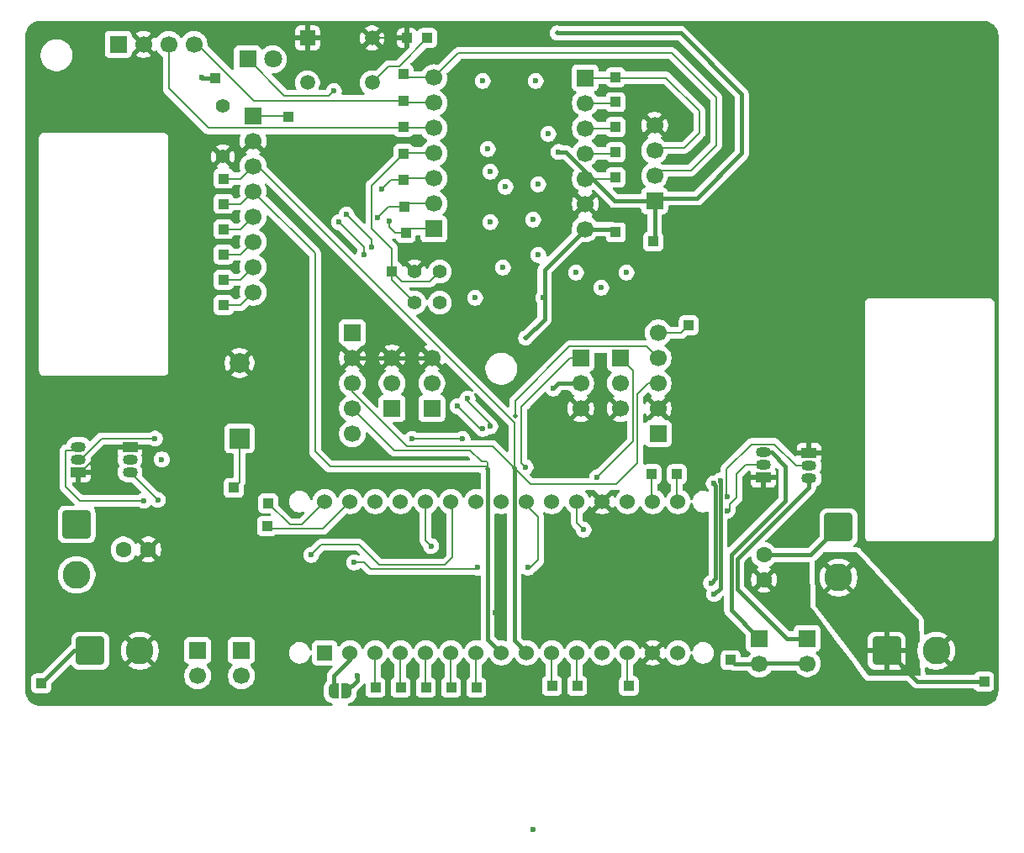
<source format=gbr>
%TF.GenerationSoftware,KiCad,Pcbnew,9.0.3*%
%TF.CreationDate,2025-11-23T12:22:54-05:00*%
%TF.ProjectId,Caretaker,43617265-7461-46b6-9572-2e6b69636164,rev?*%
%TF.SameCoordinates,Original*%
%TF.FileFunction,Copper,L1,Top*%
%TF.FilePolarity,Positive*%
%FSLAX46Y46*%
G04 Gerber Fmt 4.6, Leading zero omitted, Abs format (unit mm)*
G04 Created by KiCad (PCBNEW 9.0.3) date 2025-11-23 12:22:54*
%MOMM*%
%LPD*%
G01*
G04 APERTURE LIST*
G04 Aperture macros list*
%AMRoundRect*
0 Rectangle with rounded corners*
0 $1 Rounding radius*
0 $2 $3 $4 $5 $6 $7 $8 $9 X,Y pos of 4 corners*
0 Add a 4 corners polygon primitive as box body*
4,1,4,$2,$3,$4,$5,$6,$7,$8,$9,$2,$3,0*
0 Add four circle primitives for the rounded corners*
1,1,$1+$1,$2,$3*
1,1,$1+$1,$4,$5*
1,1,$1+$1,$6,$7*
1,1,$1+$1,$8,$9*
0 Add four rect primitives between the rounded corners*
20,1,$1+$1,$2,$3,$4,$5,0*
20,1,$1+$1,$4,$5,$6,$7,0*
20,1,$1+$1,$6,$7,$8,$9,0*
20,1,$1+$1,$8,$9,$2,$3,0*%
%AMFreePoly0*
4,1,23,0.500000,-0.750000,0.000000,-0.750000,0.000000,-0.745722,-0.065263,-0.745722,-0.191342,-0.711940,-0.304381,-0.646677,-0.396677,-0.554381,-0.461940,-0.441342,-0.495722,-0.315263,-0.495722,-0.250000,-0.500000,-0.250000,-0.500000,0.250000,-0.495722,0.250000,-0.495722,0.315263,-0.461940,0.441342,-0.396677,0.554381,-0.304381,0.646677,-0.191342,0.711940,-0.065263,0.745722,0.000000,0.745722,
0.000000,0.750000,0.500000,0.750000,0.500000,-0.750000,0.500000,-0.750000,$1*%
%AMFreePoly1*
4,1,23,0.000000,0.745722,0.065263,0.745722,0.191342,0.711940,0.304381,0.646677,0.396677,0.554381,0.461940,0.441342,0.495722,0.315263,0.495722,0.250000,0.500000,0.250000,0.500000,-0.250000,0.495722,-0.250000,0.495722,-0.315263,0.461940,-0.441342,0.396677,-0.554381,0.304381,-0.646677,0.191342,-0.711940,0.065263,-0.745722,0.000000,-0.745722,0.000000,-0.750000,-0.500000,-0.750000,
-0.500000,0.750000,0.000000,0.750000,0.000000,0.745722,0.000000,0.745722,$1*%
G04 Aperture macros list end*
%TA.AperFunction,SMDPad,CuDef*%
%ADD10R,1.000000X1.000000*%
%TD*%
%TA.AperFunction,ComponentPad*%
%ADD11R,1.500000X1.050000*%
%TD*%
%TA.AperFunction,ComponentPad*%
%ADD12O,1.500000X1.050000*%
%TD*%
%TA.AperFunction,ComponentPad*%
%ADD13C,1.400000*%
%TD*%
%TA.AperFunction,ComponentPad*%
%ADD14R,1.508000X1.508000*%
%TD*%
%TA.AperFunction,ComponentPad*%
%ADD15C,1.508000*%
%TD*%
%TA.AperFunction,ComponentPad*%
%ADD16RoundRect,0.250001X-1.149999X1.149999X-1.149999X-1.149999X1.149999X-1.149999X1.149999X1.149999X0*%
%TD*%
%TA.AperFunction,ComponentPad*%
%ADD17C,2.800000*%
%TD*%
%TA.AperFunction,ComponentPad*%
%ADD18R,1.700000X1.700000*%
%TD*%
%TA.AperFunction,ComponentPad*%
%ADD19C,1.700000*%
%TD*%
%TA.AperFunction,ComponentPad*%
%ADD20R,1.800000X1.800000*%
%TD*%
%TA.AperFunction,ComponentPad*%
%ADD21C,1.800000*%
%TD*%
%TA.AperFunction,ComponentPad*%
%ADD22RoundRect,0.250001X-1.149999X-1.149999X1.149999X-1.149999X1.149999X1.149999X-1.149999X1.149999X0*%
%TD*%
%TA.AperFunction,ComponentPad*%
%ADD23C,1.600000*%
%TD*%
%TA.AperFunction,ComponentPad*%
%ADD24R,2.000000X2.000000*%
%TD*%
%TA.AperFunction,ComponentPad*%
%ADD25C,2.000000*%
%TD*%
%TA.AperFunction,ComponentPad*%
%ADD26R,1.524000X1.524000*%
%TD*%
%TA.AperFunction,ComponentPad*%
%ADD27C,1.524000*%
%TD*%
%TA.AperFunction,SMDPad,CuDef*%
%ADD28FreePoly0,0.000000*%
%TD*%
%TA.AperFunction,SMDPad,CuDef*%
%ADD29FreePoly1,0.000000*%
%TD*%
%TA.AperFunction,ViaPad*%
%ADD30C,0.600000*%
%TD*%
%TA.AperFunction,ViaPad*%
%ADD31C,0.500000*%
%TD*%
%TA.AperFunction,Conductor*%
%ADD32C,0.400000*%
%TD*%
%TA.AperFunction,Conductor*%
%ADD33C,0.200000*%
%TD*%
G04 APERTURE END LIST*
D10*
%TO.P,TP31,1,1*%
%TO.N,3V3*%
X167227571Y-126644400D03*
%TD*%
%TO.P,TP30,1,1*%
%TO.N,3V3*%
X159429771Y-84480400D03*
%TD*%
%TO.P,TP17,1,1*%
%TO.N,D8*%
X155631971Y-70434600D03*
%TD*%
%TO.P,TP24,1,1*%
%TO.N,SCL_ESP*%
X134281971Y-70287933D03*
%TD*%
%TO.P,TP14,1,1*%
%TO.N,D9*%
X155631971Y-72954600D03*
%TD*%
D11*
%TO.P,Q4,1,S*%
%TO.N,GND*%
X101521971Y-107704600D03*
D12*
%TO.P,Q4,2,G*%
%TO.N,H_3*%
X101521971Y-106434600D03*
%TO.P,Q4,3,D*%
%TO.N,Net-(J14-Pin_1)*%
X101521971Y-105164600D03*
%TD*%
D13*
%TO.P,R1,1*%
%TO.N,Net-(D1-A)*%
X116071971Y-70840600D03*
%TO.P,R1,2*%
%TO.N,GND*%
X116071971Y-75920600D03*
%TD*%
D10*
%TO.P,TP16,1,1*%
%TO.N,3V3*%
X155631971Y-77994600D03*
%TD*%
D14*
%TO.P,S1,1*%
%TO.N,GND*%
X124591971Y-63984600D03*
D15*
%TO.P,S1,2*%
X131091971Y-63984600D03*
%TO.P,S1,3*%
%TO.N,D2*%
X124591971Y-68484600D03*
%TO.P,S1,4*%
X131091971Y-68484600D03*
%TD*%
D10*
%TO.P,TP12,1,1*%
%TO.N,XSHUT0*%
X162991971Y-92914600D03*
%TD*%
D16*
%TO.P,D3,1,K*%
%TO.N,3V3*%
X101339971Y-112978650D03*
D17*
%TO.P,D3,2,A*%
%TO.N,3V3_RAW*%
X101339971Y-118058650D03*
%TD*%
D18*
%TO.P,J2,1,Pin_1*%
%TO.N,RX_ESP*%
X152561971Y-67984600D03*
D19*
%TO.P,J2,2,Pin_2*%
%TO.N,D8*%
X152561971Y-70524600D03*
%TO.P,J2,3,Pin_3*%
%TO.N,D9*%
X152561971Y-73064600D03*
%TO.P,J2,4,Pin_4*%
%TO.N,D10*%
X152561971Y-75604600D03*
%TO.P,J2,5,Pin_5*%
%TO.N,3V3*%
X152561971Y-78144600D03*
%TO.P,J2,6,Pin_6*%
%TO.N,GND*%
X152561971Y-80684600D03*
%TO.P,J2,7,Pin_7*%
%TO.N,5V*%
X152561971Y-83224600D03*
%TD*%
D10*
%TO.P,TP9,1,1*%
%TO.N,3V3_RAW*%
X97791971Y-129004600D03*
%TD*%
D18*
%TO.P,J16,1,Pin_1*%
%TO.N,5V*%
X119111971Y-71824600D03*
D19*
%TO.P,J16,2,Pin_2*%
%TO.N,GND*%
X119111971Y-74364600D03*
%TO.P,J16,3,Pin_3*%
%TO.N,SCL_NANO*%
X119111971Y-76904600D03*
%TO.P,J16,4,Pin_4*%
%TO.N,SDA_NANO*%
X119111971Y-79444600D03*
%TO.P,J16,5,Pin_5*%
%TO.N,Net-(J16-Pin_5)*%
X119111971Y-81984600D03*
%TO.P,J16,6,Pin_6*%
%TO.N,Net-(J16-Pin_6)*%
X119111971Y-84524600D03*
%TO.P,J16,7,Pin_7*%
%TO.N,Net-(J16-Pin_7)*%
X119111971Y-87064600D03*
%TO.P,J16,8,Pin_8*%
%TO.N,Net-(J16-Pin_8)*%
X119111971Y-89604600D03*
%TD*%
D10*
%TO.P,TP19,1,1*%
%TO.N,D0*%
X134491971Y-83594600D03*
%TD*%
D18*
%TO.P,J17,1,Pin_1*%
%TO.N,3V3*%
X105541971Y-64614600D03*
D19*
%TO.P,J17,2,Pin_2*%
%TO.N,GND*%
X108081971Y-64614600D03*
%TO.P,J17,3,Pin_3*%
%TO.N,SDA_ESP*%
X110621971Y-64614600D03*
%TO.P,J17,4,Pin_4*%
%TO.N,SCL_ESP*%
X113161971Y-64614600D03*
%TD*%
D10*
%TO.P,TP3,1,1*%
%TO.N,Net-(J16-Pin_7)*%
X116161971Y-88328600D03*
%TD*%
%TO.P,TP20,1,1*%
%TO.N,D1*%
X134391971Y-80941267D03*
%TD*%
%TO.P,TP23,1,1*%
%TO.N,SDA_ESP*%
X134281971Y-72951267D03*
%TD*%
%TO.P,TP18,1,1*%
%TO.N,RX_ESP*%
X155631971Y-67914600D03*
%TD*%
%TO.P,TP28,1,1*%
%TO.N,D2*%
X136645971Y-63982600D03*
%TD*%
D20*
%TO.P,D1,1,K*%
%TO.N,D0*%
X118561971Y-66114600D03*
D21*
%TO.P,D1,2,A*%
%TO.N,Net-(D1-A)*%
X121101971Y-66114600D03*
%TD*%
D18*
%TO.P,J1,1,Pin_1*%
%TO.N,D0*%
X137311971Y-83216600D03*
D19*
%TO.P,J1,2,Pin_2*%
%TO.N,D1*%
X137311971Y-80676600D03*
%TO.P,J1,3,Pin_3*%
%TO.N,D2*%
X137311971Y-78136600D03*
%TO.P,J1,4,Pin_4*%
%TO.N,D3*%
X137311971Y-75596600D03*
%TO.P,J1,5,Pin_5*%
%TO.N,SDA_ESP*%
X137311971Y-73056600D03*
%TO.P,J1,6,Pin_6*%
%TO.N,SCL_ESP*%
X137311971Y-70516600D03*
%TO.P,J1,7,Pin_7*%
%TO.N,TX_ESP*%
X137311971Y-67976600D03*
%TD*%
D10*
%TO.P,TP27,1,1*%
%TO.N,5V*%
X155641971Y-83554600D03*
%TD*%
%TO.P,TP25,1,1*%
%TO.N,TX_ESP*%
X134281971Y-67624600D03*
%TD*%
D13*
%TO.P,R2,1*%
%TO.N,GND*%
X135375971Y-87502600D03*
%TO.P,R2,2*%
%TO.N,D3*%
X137915971Y-87502600D03*
%TD*%
%TO.P,R3,1*%
%TO.N,D3*%
X135375971Y-90652600D03*
%TO.P,R3,2*%
%TO.N,D_13*%
X137915971Y-90652600D03*
%TD*%
D10*
%TO.P,TP6,1,1*%
%TO.N,SDA_NANO*%
X116161971Y-80690600D03*
%TD*%
%TO.P,TP15,1,1*%
%TO.N,D10*%
X155631971Y-75474600D03*
%TD*%
%TO.P,TP43,1,1*%
%TO.N,D3*%
X133089971Y-87477600D03*
%TD*%
%TO.P,TP21,1,1*%
%TO.N,D2*%
X134281971Y-78277933D03*
%TD*%
%TO.P,TP22,1,1*%
%TO.N,D3*%
X134281971Y-75614600D03*
%TD*%
%TO.P,TP4,1,1*%
%TO.N,Net-(J16-Pin_8)*%
X116161971Y-90874600D03*
%TD*%
%TO.P,TP1,1,1*%
%TO.N,Net-(J16-Pin_5)*%
X116161971Y-83236600D03*
%TD*%
%TO.P,TP2,1,1*%
%TO.N,Net-(J16-Pin_6)*%
X116161971Y-85782600D03*
%TD*%
%TO.P,TP11,1,1*%
%TO.N,D0*%
X115321971Y-67984600D03*
%TD*%
D22*
%TO.P,J4,1,Pin_1*%
%TO.N,3V3_RAW*%
X102711971Y-125704600D03*
D17*
%TO.P,J4,2,Pin_2*%
%TO.N,GND*%
X107711971Y-125704600D03*
%TD*%
D23*
%TO.P,C2,1*%
%TO.N,3V3*%
X106061971Y-115504600D03*
%TO.P,C2,2*%
%TO.N,GND*%
X108561971Y-115504600D03*
%TD*%
D10*
%TO.P,TP26,1,1*%
%TO.N,GND*%
X134613971Y-63982600D03*
%TD*%
%TO.P,TP5,1,1*%
%TO.N,SCL_NANO*%
X116161971Y-78144600D03*
%TD*%
%TO.P,TP7,1,1*%
%TO.N,5V*%
X122631971Y-71914600D03*
%TD*%
D11*
%TO.P,Q2,1,S*%
%TO.N,GND*%
X106711971Y-105164600D03*
D12*
%TO.P,Q2,2,G*%
%TO.N,H_2*%
X106711971Y-106434600D03*
%TO.P,Q2,3,D*%
%TO.N,Net-(J15-Pin_1)*%
X106711971Y-107704600D03*
%TD*%
D18*
%TO.P,J5,1,Pin_1*%
%TO.N,3V3*%
X159545757Y-80400386D03*
D19*
%TO.P,J5,2,Pin_2*%
%TO.N,TX_ESP*%
X159545757Y-77860386D03*
%TO.P,J5,3,Pin_3*%
%TO.N,RX_ESP*%
X159545757Y-75320386D03*
%TO.P,J5,4,Pin_4*%
%TO.N,GND*%
X159545757Y-72780386D03*
%TD*%
D10*
%TO.P,TP29,1,1*%
%TO.N,Net-(TP29-Pad1)*%
X156965971Y-129260600D03*
%TD*%
%TO.P,TP37,1,1*%
%TO.N,Net-(U1-A3)*%
X141598971Y-129387600D03*
%TD*%
D24*
%TO.P,BZ1,1,+*%
%TO.N,D1*%
X117741971Y-104314600D03*
D25*
%TO.P,BZ1,2,-*%
%TO.N,GND*%
X117741971Y-96714600D03*
%TD*%
D11*
%TO.P,Q1,1,S*%
%TO.N,GND*%
X175101971Y-105784600D03*
D12*
%TO.P,Q1,2,G*%
%TO.N,H_4*%
X175101971Y-107054600D03*
%TO.P,Q1,3,D*%
%TO.N,Net-(J13-Pin_1)*%
X175101971Y-108324600D03*
%TD*%
D16*
%TO.P,D2,1,K*%
%TO.N,5V*%
X178075971Y-113258600D03*
D17*
%TO.P,D2,2,A*%
%TO.N,5V_RAW*%
X178075971Y-118338600D03*
%TD*%
D11*
%TO.P,Q3,1,S*%
%TO.N,GND*%
X170501971Y-108264600D03*
D12*
%TO.P,Q3,2,G*%
%TO.N,H_1*%
X170501971Y-106994600D03*
%TO.P,Q3,3,D*%
%TO.N,Net-(J12-Pin_1)*%
X170501971Y-105724600D03*
%TD*%
D26*
%TO.P,U1,1,D13*%
%TO.N,D_13*%
X126331971Y-125924600D03*
D27*
%TO.P,U1,2,+3V3*%
%TO.N,Net-(JP1-A)*%
X128871971Y-125924600D03*
%TO.P,U1,3,AREF*%
%TO.N,Net-(U1-AREF)*%
X131411971Y-125924600D03*
%TO.P,U1,4,A0/DAC0*%
%TO.N,Net-(U1-A0{slash}DAC0)*%
X133951971Y-125924600D03*
%TO.P,U1,5,A1*%
%TO.N,Net-(U1-A1)*%
X136491971Y-125924600D03*
%TO.P,U1,6,A2*%
%TO.N,Net-(U1-A2)*%
X139031971Y-125924600D03*
%TO.P,U1,7,A3*%
%TO.N,Net-(U1-A3)*%
X141571971Y-125924600D03*
%TO.P,U1,8,A4/SDA*%
%TO.N,SDA_NANO*%
X144111971Y-125924600D03*
%TO.P,U1,9,A5/SCL*%
%TO.N,SCL_NANO*%
X146651971Y-125924600D03*
%TO.P,U1,10,A6*%
%TO.N,Net-(U1-A6)*%
X149191971Y-125924600D03*
%TO.P,U1,11,A7*%
%TO.N,Net-(U1-A7)*%
X151731971Y-125924600D03*
%TO.P,U1,12,+5V*%
%TO.N,5V*%
X154271971Y-125924600D03*
%TO.P,U1,13,~{RESET}*%
%TO.N,Net-(TP29-Pad1)*%
X156811971Y-125924600D03*
%TO.P,U1,14,GND*%
%TO.N,GND*%
X159351971Y-125924600D03*
%TO.P,U1,15,VIN*%
%TO.N,5V*%
X161891971Y-125924600D03*
%TO.P,U1,16,TX*%
%TO.N,Net-(U1-TX)*%
X161891971Y-110684600D03*
%TO.P,U1,17,RX*%
%TO.N,Net-(U1-RX)*%
X159351971Y-110684600D03*
%TO.P,U1,18,~{RESET}*%
%TO.N,Net-(TP29-Pad1)*%
X156811971Y-110684600D03*
%TO.P,U1,19,GND*%
%TO.N,GND*%
X154271971Y-110684600D03*
%TO.P,U1,20,D2*%
%TO.N,H_1*%
X151731971Y-110684600D03*
%TO.P,U1,21,D3/PWM*%
%TO.N,PWM1*%
X149191971Y-110684600D03*
%TO.P,U1,22,D4*%
%TO.N,H_2*%
X146651971Y-110684600D03*
%TO.P,U1,23,D5/PWM*%
%TO.N,PWM2*%
X144111971Y-110684600D03*
%TO.P,U1,24,D6/PWM*%
%TO.N,PWM3*%
X141571971Y-110684600D03*
%TO.P,U1,25,D7*%
%TO.N,H_3*%
X139031971Y-110684600D03*
%TO.P,U1,26,D8*%
%TO.N,H_4*%
X136491971Y-110684600D03*
%TO.P,U1,27,D9/PWM*%
%TO.N,PWM4*%
X133951971Y-110684600D03*
%TO.P,U1,28,D10/PWM*%
%TO.N,XSHUT0*%
X131411971Y-110684600D03*
%TO.P,U1,29,D11/MOSI*%
%TO.N,XSHUT1*%
X128871971Y-110684600D03*
%TO.P,U1,30,D12/MISO*%
%TO.N,Net-(U1-D12{slash}MISO)*%
X126331971Y-110684600D03*
%TD*%
D10*
%TO.P,TP36,1,1*%
%TO.N,Net-(U1-A6)*%
X149218971Y-129260600D03*
%TD*%
%TO.P,TP13,1,1*%
%TO.N,XSHUT1*%
X120516971Y-113131600D03*
%TD*%
%TO.P,TP39,1,1*%
%TO.N,Net-(U1-A1)*%
X136518971Y-129387600D03*
%TD*%
%TO.P,TP34,1,1*%
%TO.N,Net-(U1-RX)*%
X159251971Y-107924600D03*
%TD*%
D18*
%TO.P,J9,1,Pin_1*%
%TO.N,PWM4*%
X156111971Y-96224600D03*
D19*
%TO.P,J9,2,Pin_2*%
%TO.N,5V*%
X156111971Y-98764600D03*
%TO.P,J9,3,Pin_3*%
%TO.N,GND*%
X156111971Y-101304600D03*
%TD*%
D10*
%TO.P,TP40,1,1*%
%TO.N,Net-(U1-A0{slash}DAC0)*%
X133978971Y-129387600D03*
%TD*%
D22*
%TO.P,J3,1,Pin_1*%
%TO.N,5V_RAW*%
X182911971Y-125704600D03*
D17*
%TO.P,J3,2,Pin_2*%
%TO.N,GND*%
X187911971Y-125704600D03*
%TD*%
D18*
%TO.P,J10,1,Pin_1*%
%TO.N,5V*%
X159911971Y-103844600D03*
D19*
%TO.P,J10,2,Pin_2*%
%TO.N,GND*%
X159911971Y-101304600D03*
%TO.P,J10,3,Pin_3*%
%TO.N,SCL_NANO*%
X159911971Y-98764600D03*
%TO.P,J10,4,Pin_4*%
%TO.N,SDA_NANO*%
X159911971Y-96224600D03*
%TO.P,J10,5,Pin_5*%
%TO.N,XSHUT0*%
X159911971Y-93684600D03*
%TD*%
D10*
%TO.P,TP41,1,1*%
%TO.N,Net-(U1-AREF)*%
X131438971Y-129387600D03*
%TD*%
%TO.P,TP35,1,1*%
%TO.N,Net-(U1-A7)*%
X151758971Y-129260600D03*
%TD*%
%TO.P,TP33,1,1*%
%TO.N,Net-(U1-TX)*%
X161791971Y-107924600D03*
%TD*%
%TO.P,TP8,1,1*%
%TO.N,5V_RAW*%
X192731971Y-128824600D03*
%TD*%
D23*
%TO.P,C1,1*%
%TO.N,5V*%
X170554971Y-116052600D03*
%TO.P,C1,2*%
%TO.N,GND*%
X170554971Y-118552600D03*
%TD*%
D18*
%TO.P,J8,1,Pin_1*%
%TO.N,PWM3*%
X152111971Y-96224600D03*
D19*
%TO.P,J8,2,Pin_2*%
%TO.N,5V*%
X152111971Y-98764600D03*
%TO.P,J8,3,Pin_3*%
%TO.N,GND*%
X152111971Y-101304600D03*
%TD*%
D18*
%TO.P,J6,1,Pin_1*%
%TO.N,PWM1*%
X133111971Y-101304600D03*
D19*
%TO.P,J6,2,Pin_2*%
%TO.N,5V*%
X133111971Y-98764600D03*
%TO.P,J6,3,Pin_3*%
%TO.N,GND*%
X133111971Y-96224600D03*
%TD*%
D18*
%TO.P,J15,1,Pin_1*%
%TO.N,Net-(J15-Pin_1)*%
X117931971Y-125699600D03*
D19*
%TO.P,J15,2,Pin_2*%
%TO.N,3V3*%
X117931971Y-128239600D03*
%TD*%
D10*
%TO.P,TP42,1,1*%
%TO.N,Net-(U1-D12{slash}MISO)*%
X120643971Y-110845600D03*
%TD*%
D28*
%TO.P,JP1,1,A*%
%TO.N,Net-(JP1-A)*%
X127247971Y-129768600D03*
D29*
%TO.P,JP1,2,B*%
%TO.N,3V3*%
X128547971Y-129768600D03*
%TD*%
D18*
%TO.P,J12,1,Pin_1*%
%TO.N,Net-(J12-Pin_1)*%
X170111971Y-124510800D03*
D19*
%TO.P,J12,2,Pin_2*%
%TO.N,3V3*%
X170111971Y-127050800D03*
%TD*%
D18*
%TO.P,J7,1,Pin_1*%
%TO.N,PWM2*%
X137111971Y-101304600D03*
D19*
%TO.P,J7,2,Pin_2*%
%TO.N,5V*%
X137111971Y-98764600D03*
%TO.P,J7,3,Pin_3*%
%TO.N,GND*%
X137111971Y-96224600D03*
%TD*%
D10*
%TO.P,TP10,1,1*%
%TO.N,D1*%
X117171971Y-109294600D03*
%TD*%
%TO.P,TP38,1,1*%
%TO.N,Net-(U1-A2)*%
X139058971Y-129387600D03*
%TD*%
D18*
%TO.P,J14,1,Pin_1*%
%TO.N,Net-(J14-Pin_1)*%
X113531971Y-125699600D03*
D19*
%TO.P,J14,2,Pin_2*%
%TO.N,3V3*%
X113531971Y-128239600D03*
%TD*%
D18*
%TO.P,J11,1,Pin_1*%
%TO.N,5V*%
X129111971Y-93684600D03*
D19*
%TO.P,J11,2,Pin_2*%
%TO.N,GND*%
X129111971Y-96224600D03*
%TO.P,J11,3,Pin_3*%
%TO.N,SCL_NANO*%
X129111971Y-98764600D03*
%TO.P,J11,4,Pin_4*%
%TO.N,SDA_NANO*%
X129111971Y-101304600D03*
%TO.P,J11,5,Pin_5*%
%TO.N,XSHUT1*%
X129111971Y-103844600D03*
%TD*%
D18*
%TO.P,J13,1,Pin_1*%
%TO.N,Net-(J13-Pin_1)*%
X174911971Y-124462100D03*
D19*
%TO.P,J13,2,Pin_2*%
%TO.N,3V3*%
X174911971Y-127002100D03*
%TD*%
D30*
%TO.N,3V3*%
X149879371Y-75463400D03*
%TO.N,Net-(J15-Pin_1)*%
X109520771Y-110513400D03*
%TO.N,Net-(J14-Pin_1)*%
X108109071Y-110578900D03*
%TO.N,3V3*%
X129610171Y-128193800D03*
%TO.N,D0*%
X113912971Y-67919600D03*
%TO.N,GND*%
X123641171Y-89687400D03*
X127222571Y-88925400D03*
X139465371Y-85648800D03*
X178327371Y-95580200D03*
X173298171Y-96774000D03*
X166109971Y-95986600D03*
%TO.N,*%
X144265971Y-87096600D03*
X154171971Y-89128600D03*
X148837971Y-73634600D03*
X147821971Y-85826600D03*
X142995971Y-77444600D03*
X142233971Y-68300600D03*
X142741971Y-75158600D03*
X141471971Y-90144600D03*
X151631971Y-87604600D03*
X142995971Y-82524600D03*
X147567971Y-68300600D03*
X147313971Y-82270600D03*
X144519971Y-78968600D03*
X147821971Y-78714600D03*
X147313971Y-143738600D03*
X156711971Y-87604600D03*
%TO.N,GND*%
X112515971Y-92176600D03*
X128009971Y-67030600D03*
X111753971Y-86334600D03*
X112515971Y-77444600D03*
X112515971Y-85318600D03*
X112007971Y-88874600D03*
X112007971Y-93700600D03*
X112515971Y-74142600D03*
X111499971Y-96494600D03*
X112515971Y-83032600D03*
X112515971Y-80746600D03*
X112261971Y-79222600D03*
X112261971Y-81762600D03*
X112515971Y-75666600D03*
%TO.N,D1*%
X131657971Y-82080100D03*
%TO.N,D0*%
X127247971Y-69316600D03*
X132835971Y-82397600D03*
%TO.N,D2*%
X132073971Y-79222600D03*
D31*
%TO.N,3V3*%
X149726971Y-63474600D03*
D30*
%TO.N,5V*%
X131057971Y-85064600D03*
X148329971Y-90144600D03*
X128517971Y-81762600D03*
X130295971Y-85826600D03*
X127755971Y-82524600D03*
D31*
X146551971Y-94208600D03*
D30*
%TO.N,GND*%
X147567971Y-123418600D03*
%TO.N,H_2*%
X141725971Y-117322600D03*
%TO.N,XSHUT0*%
X135121971Y-104368600D03*
%TO.N,H_3*%
X124961971Y-116052600D03*
%TO.N,H_2*%
X129279971Y-116814600D03*
X146805971Y-117322600D03*
%TO.N,H_1*%
X152393971Y-113512600D03*
%TO.N,GND*%
X131819971Y-113004600D03*
D31*
%TO.N,SDA_NANO*%
X145510571Y-102031800D03*
D30*
%TO.N,5V*%
X140709971Y-100304600D03*
X165551171Y-119989600D03*
%TO.N,H_1*%
X166860771Y-111605250D03*
%TO.N,GND*%
X128263971Y-118846600D03*
D31*
%TO.N,SDA_NANO*%
X142769409Y-107389162D03*
D30*
%TO.N,5V*%
X166160771Y-108559600D03*
%TO.N,GND*%
X131819971Y-118338600D03*
X170046971Y-99974400D03*
%TO.N,5V*%
X139693971Y-101066600D03*
%TO.N,GND*%
X131565971Y-119608600D03*
X127755971Y-122656600D03*
X143503971Y-121894600D03*
%TO.N,5V*%
X142995971Y-103098600D03*
X165220971Y-118872000D03*
X149345971Y-99288600D03*
%TO.N,PWM4*%
X153765571Y-108229400D03*
%TO.N,GND*%
X128009971Y-121386600D03*
%TO.N,H_4*%
X137026971Y-115163600D03*
%TO.N,GND*%
X130549971Y-123926600D03*
%TO.N,PWM3*%
X146551971Y-107188000D03*
%TO.N,H_4*%
X166860771Y-110210600D03*
%TO.N,GND*%
X131819971Y-121132600D03*
X128263971Y-119862600D03*
%TO.N,5V*%
X165500371Y-108864400D03*
%TO.N,GND*%
X128771971Y-113004600D03*
D31*
%TO.N,SCL_NANO*%
X145408971Y-107289600D03*
D30*
%TO.N,GND*%
X177616171Y-100203000D03*
%TO.N,5V*%
X142233971Y-103352600D03*
%TO.N,XSHUT0*%
X140201971Y-104368600D03*
%TO.N,GND*%
X148279171Y-101650800D03*
%TO.N,H_3*%
X109239371Y-104338600D03*
%TO.N,H_2*%
X109925171Y-106434600D03*
%TD*%
D32*
%TO.N,3V3*%
X170111971Y-127050800D02*
X167633971Y-127050800D01*
X167633971Y-127050800D02*
X167227571Y-126644400D01*
X159545757Y-80400386D02*
X159545757Y-84364414D01*
X159545757Y-84364414D02*
X159429771Y-84480400D01*
X159545757Y-80400386D02*
X159798391Y-80147752D01*
X163787819Y-80147752D02*
X168345171Y-75590400D01*
X168345171Y-75590400D02*
X168345171Y-69646800D01*
X159798391Y-80147752D02*
X163787819Y-80147752D01*
X168345171Y-69646800D02*
X162172971Y-63474600D01*
X162172971Y-63474600D02*
X149726971Y-63474600D01*
X159545757Y-80400386D02*
X155552957Y-80400386D01*
X155552957Y-80400386D02*
X150615971Y-75463400D01*
X150615971Y-75463400D02*
X149879371Y-75463400D01*
%TO.N,Net-(J12-Pin_1)*%
X170501971Y-105724600D02*
X171326771Y-105724600D01*
X171326771Y-105724600D02*
X172713971Y-107111800D01*
X172713971Y-110591600D02*
X167252971Y-116052600D01*
X167252971Y-121651800D02*
X170035771Y-124434600D01*
X172713971Y-107111800D02*
X172713971Y-110591600D01*
X167252971Y-116052600D02*
X167252971Y-121651800D01*
X170035771Y-124434600D02*
X170111971Y-124434600D01*
D33*
%TO.N,Net-(J15-Pin_1)*%
X106711971Y-107704600D02*
X109520771Y-110513400D01*
%TO.N,GND*%
X101521971Y-107704600D02*
X101746971Y-107704600D01*
X101746971Y-107704600D02*
X104286971Y-105164600D01*
X104286971Y-105164600D02*
X106711971Y-105164600D01*
%TO.N,H_3*%
X101521971Y-106434600D02*
X101746971Y-106434600D01*
X101746971Y-106434600D02*
X103842971Y-104338600D01*
X103842971Y-104338600D02*
X109239371Y-104338600D01*
%TO.N,Net-(J14-Pin_1)*%
X108109071Y-110578900D02*
X101657471Y-110578900D01*
X101657471Y-110578900D02*
X100273171Y-109194600D01*
X100273171Y-109194600D02*
X100273171Y-105537000D01*
X100273171Y-105537000D02*
X101149571Y-105537000D01*
X101149571Y-105537000D02*
X101521971Y-105164600D01*
D32*
%TO.N,3V3*%
X170111971Y-126974600D02*
X174884471Y-126974600D01*
X174884471Y-126974600D02*
X174911971Y-127002100D01*
D33*
%TO.N,Net-(U1-TX)*%
X161791971Y-107924600D02*
X161791971Y-110584600D01*
X161791971Y-110584600D02*
X161891971Y-110684600D01*
%TO.N,Net-(U1-RX)*%
X159251971Y-107924600D02*
X159251971Y-110584600D01*
X159251971Y-110584600D02*
X159351971Y-110684600D01*
D32*
%TO.N,5V*%
X152561971Y-83224600D02*
X155311971Y-83224600D01*
X155311971Y-83224600D02*
X155641971Y-83554600D01*
%TO.N,3V3*%
X129610171Y-128706400D02*
X129610171Y-128193800D01*
X128547971Y-129768600D02*
X129610171Y-128706400D01*
%TO.N,D0*%
X115321971Y-67984600D02*
X113977971Y-67984600D01*
X113977971Y-67984600D02*
X113912971Y-67919600D01*
D33*
%TO.N,D1*%
X117741971Y-104314600D02*
X117741971Y-108724600D01*
X117741971Y-108724600D02*
X117171971Y-109294600D01*
D32*
%TO.N,GND*%
X127197171Y-88925400D02*
X127222571Y-88900000D01*
X127197171Y-94309800D02*
X127197171Y-88925400D01*
X129111971Y-96224600D02*
X127197171Y-94309800D01*
X129111971Y-96224600D02*
X133111971Y-96224600D01*
X137111971Y-96224600D02*
X133111971Y-96224600D01*
X139465371Y-85648800D02*
X139490771Y-85648800D01*
X137229771Y-85648800D02*
X139465371Y-85648800D01*
X135375971Y-87502600D02*
X137229771Y-85648800D01*
D33*
%TO.N,PWM4*%
X156111971Y-96224600D02*
X157397771Y-97510400D01*
%TO.N,SDA_NANO*%
X159911971Y-96224600D02*
X158760971Y-95073600D01*
X158760971Y-95073600D02*
X150960971Y-95073600D01*
%TO.N,GND*%
X134613971Y-63982600D02*
X134359971Y-63982600D01*
X134359971Y-63982600D02*
X134357971Y-63984600D01*
X134357971Y-63984600D02*
X131091971Y-63984600D01*
D32*
X106711971Y-105164600D02*
X106976533Y-105164600D01*
%TO.N,3V3_RAW*%
X102711971Y-125704600D02*
X101091971Y-125704600D01*
X101091971Y-125704600D02*
X97791971Y-129004600D01*
D33*
%TO.N,D3*%
X137915971Y-87502600D02*
X136914971Y-88503600D01*
X136914971Y-88503600D02*
X134115971Y-88503600D01*
X135375971Y-90652600D02*
X133089971Y-88366600D01*
X134281971Y-75614600D02*
X131057971Y-78838600D01*
X134115971Y-88503600D02*
X133089971Y-87477600D01*
X131057971Y-83159600D02*
X133089971Y-85191600D01*
X134299971Y-75596600D02*
X134281971Y-75614600D01*
X133089971Y-85191600D02*
X133089971Y-87477600D01*
X131057971Y-78838600D02*
X131057971Y-83159600D01*
X137915971Y-88112600D02*
X137915971Y-87502600D01*
X133089971Y-88366600D02*
X133089971Y-87477600D01*
X137311971Y-75596600D02*
X134299971Y-75596600D01*
%TO.N,D1*%
X132768304Y-80941267D02*
X134391971Y-80941267D01*
X131657971Y-82051600D02*
X132768304Y-80941267D01*
X137311971Y-80676600D02*
X134656638Y-80676600D01*
X134656638Y-80676600D02*
X134391971Y-80941267D01*
X131657971Y-82080100D02*
X131657971Y-82051600D01*
%TO.N,D0*%
X133397971Y-83594600D02*
X134491971Y-83594600D01*
X137311971Y-83216600D02*
X134869971Y-83216600D01*
X122271971Y-69824600D02*
X126739971Y-69824600D01*
X132835971Y-82397600D02*
X132835971Y-83032600D01*
X132835971Y-83032600D02*
X133397971Y-83594600D01*
X118561971Y-66114600D02*
X122271971Y-69824600D01*
X134869971Y-83216600D02*
X134491971Y-83594600D01*
X126739971Y-69824600D02*
X127247971Y-69316600D01*
%TO.N,SCL_ESP*%
X134281971Y-70287933D02*
X119227304Y-70287933D01*
X113553971Y-64614600D02*
X113161971Y-64614600D01*
X137311971Y-70516600D02*
X134510638Y-70516600D01*
X134510638Y-70516600D02*
X134281971Y-70287933D01*
X119227304Y-70287933D02*
X113553971Y-64614600D01*
%TO.N,D2*%
X134281971Y-78277933D02*
X134270805Y-78266767D01*
X133029804Y-78266767D02*
X132073971Y-79222600D01*
X134270805Y-78266767D02*
X133029804Y-78266767D01*
X137311971Y-78136600D02*
X134423304Y-78136600D01*
X136645971Y-63982600D02*
X133804971Y-66823600D01*
X133804971Y-66823600D02*
X132752971Y-66823600D01*
X132752971Y-66823600D02*
X131091971Y-68484600D01*
X134423304Y-78136600D02*
X134281971Y-78277933D01*
%TO.N,TX_ESP*%
X137311971Y-67976600D02*
X134633971Y-67976600D01*
X160088543Y-77317600D02*
X159545757Y-77860386D01*
X139781971Y-65506600D02*
X161283971Y-65506600D01*
X165728971Y-74777600D02*
X163188971Y-77317600D01*
X165728971Y-69951600D02*
X165728971Y-74777600D01*
X137311971Y-67976600D02*
X139781971Y-65506600D01*
X134633971Y-67976600D02*
X134281971Y-67624600D01*
X163188971Y-77317600D02*
X160088543Y-77317600D01*
X161283971Y-65506600D02*
X165728971Y-69951600D01*
%TO.N,SDA_ESP*%
X110621971Y-69073600D02*
X110621971Y-64614600D01*
X114604971Y-73056600D02*
X110621971Y-69073600D01*
X137311971Y-73056600D02*
X114604971Y-73056600D01*
%TO.N,RX_ESP*%
X164077971Y-73507600D02*
X162553971Y-75031600D01*
X162553971Y-75031600D02*
X159834543Y-75031600D01*
X152561971Y-67984600D02*
X160713971Y-67984600D01*
X155561971Y-67984600D02*
X155631971Y-67914600D01*
X160713971Y-67984600D02*
X164077971Y-71348600D01*
X164077971Y-71348600D02*
X164077971Y-73507600D01*
X159834543Y-75031600D02*
X159545757Y-75320386D01*
X152561971Y-67984600D02*
X155561971Y-67984600D01*
%TO.N,D10*%
X155501971Y-75604600D02*
X155631971Y-75474600D01*
X152561971Y-75604600D02*
X155501971Y-75604600D01*
%TO.N,D9*%
X155521971Y-73064600D02*
X155631971Y-72954600D01*
X152561971Y-73064600D02*
X155521971Y-73064600D01*
%TO.N,D8*%
X155541971Y-70524600D02*
X155631971Y-70434600D01*
X152561971Y-70524600D02*
X155541971Y-70524600D01*
%TO.N,3V3*%
X152561971Y-78144600D02*
X155481971Y-78144600D01*
X155481971Y-78144600D02*
X155631971Y-77994600D01*
X101339971Y-112978650D02*
X101085971Y-113232650D01*
X101085971Y-113232650D02*
X101085971Y-113512600D01*
X101085971Y-113512600D02*
X101466971Y-113131600D01*
%TO.N,5V*%
X131057971Y-84302600D02*
X131057971Y-85064600D01*
X119111971Y-71824600D02*
X122541971Y-71824600D01*
X127755971Y-82524600D02*
X130295971Y-85064600D01*
X128517971Y-81762600D02*
X131057971Y-84302600D01*
D32*
X148456971Y-87329600D02*
X152561971Y-83224600D01*
X146551971Y-94208600D02*
X148456971Y-92303600D01*
D33*
X130295971Y-85064600D02*
X130295971Y-85826600D01*
D32*
X148456971Y-92303600D02*
X148456971Y-87329600D01*
D33*
X122541971Y-71824600D02*
X122631971Y-71914600D01*
%TO.N,SDA_NANO*%
X119111971Y-79444600D02*
X117865971Y-80690600D01*
X117865971Y-80690600D02*
X116161971Y-80690600D01*
X125342971Y-85675600D02*
X119111971Y-79444600D01*
%TO.N,SCL_NANO*%
X117871971Y-78144600D02*
X116161971Y-78144600D01*
X119111971Y-76904600D02*
X119595971Y-76904600D01*
X119111971Y-76904600D02*
X117871971Y-78144600D01*
%TO.N,XSHUT0*%
X159911971Y-93684600D02*
X162221971Y-93684600D01*
X162221971Y-93684600D02*
X162991971Y-92914600D01*
%TO.N,Net-(J16-Pin_5)*%
X117859971Y-83236600D02*
X116161971Y-83236600D01*
X119111971Y-81984600D02*
X117859971Y-83236600D01*
%TO.N,Net-(J16-Pin_8)*%
X117841971Y-90874600D02*
X116161971Y-90874600D01*
X119111971Y-89604600D02*
X117841971Y-90874600D01*
%TO.N,Net-(J16-Pin_6)*%
X117853971Y-85782600D02*
X116161971Y-85782600D01*
X119111971Y-84524600D02*
X117853971Y-85782600D01*
%TO.N,Net-(J16-Pin_7)*%
X117847971Y-88328600D02*
X116161971Y-88328600D01*
X119111971Y-87064600D02*
X117847971Y-88328600D01*
%TO.N,SCL_NANO*%
X129111971Y-98764600D02*
X129111971Y-99606600D01*
%TO.N,H_2*%
X147059971Y-117322600D02*
X146805971Y-117322600D01*
X147821971Y-116560600D02*
X147059971Y-117322600D01*
%TO.N,GND*%
X130549971Y-123926600D02*
X129025971Y-123926600D01*
D32*
%TO.N,5V*%
X166160771Y-119380000D02*
X165551171Y-119989600D01*
D33*
X141979971Y-103352600D02*
X142233971Y-103352600D01*
D32*
X165500371Y-108864400D02*
X165708471Y-109072500D01*
D33*
%TO.N,H_2*%
X129279971Y-116814600D02*
X130295971Y-116814600D01*
%TO.N,H_3*%
X129787971Y-115036600D02*
X131819971Y-117068600D01*
D32*
%TO.N,5V*%
X152111971Y-98764600D02*
X149869971Y-98764600D01*
D33*
%TO.N,GND*%
X128517971Y-119608600D02*
X128263971Y-119862600D01*
%TO.N,XSHUT1*%
X120516971Y-113131600D02*
X120790971Y-113405600D01*
%TO.N,SCL_NANO*%
X159911971Y-98764600D02*
X158886971Y-98764600D01*
D32*
X146651971Y-125924600D02*
X145408971Y-124681600D01*
%TO.N,5V*%
X149869971Y-98764600D02*
X149345971Y-99288600D01*
D33*
%TO.N,Net-(U1-D12{slash}MISO)*%
X124011971Y-113004600D02*
X126331971Y-110684600D01*
%TO.N,XSHUT1*%
X120790971Y-113405600D02*
X126150971Y-113405600D01*
%TO.N,SDA_NANO*%
X125342971Y-105638600D02*
X125342971Y-85675600D01*
X140963971Y-105511600D02*
X133318971Y-105511600D01*
D32*
%TO.N,Net-(J13-Pin_1)*%
X175101971Y-109219600D02*
X167887971Y-116433600D01*
D33*
%TO.N,H_3*%
X124961971Y-116052600D02*
X125977971Y-115036600D01*
%TO.N,SCL_NANO*%
X134615971Y-105110600D02*
X143229971Y-105110600D01*
%TO.N,5V*%
X139693971Y-101066600D02*
X141979971Y-103352600D01*
%TO.N,H_4*%
X166860771Y-110210600D02*
X166821171Y-110171000D01*
%TO.N,Net-(U1-A6)*%
X149191971Y-129233600D02*
X149218971Y-129260600D01*
%TO.N,H_3*%
X138423971Y-117068600D02*
X139185971Y-116306600D01*
%TO.N,SDA_NANO*%
X150960971Y-95073600D02*
X145510571Y-100524000D01*
X142769409Y-107389162D02*
X142769409Y-106809038D01*
D32*
X142769409Y-107389162D02*
X142741971Y-107416600D01*
D33*
%TO.N,PWM4*%
X157397771Y-97510400D02*
X157397771Y-104597200D01*
%TO.N,SCL_NANO*%
X119595971Y-76904600D02*
X145408971Y-102717600D01*
%TO.N,Net-(U1-A2)*%
X139031971Y-125924600D02*
X139031971Y-129360600D01*
%TO.N,SCL_NANO*%
X143229971Y-105110600D02*
X145408971Y-107289600D01*
X145408971Y-102717600D02*
X145408971Y-107289600D01*
%TO.N,H_1*%
X168716371Y-106994600D02*
X170501971Y-106994600D01*
%TO.N,Net-(U1-A7)*%
X151731971Y-129233600D02*
X151758971Y-129260600D01*
D32*
%TO.N,Net-(JP1-A)*%
X128871971Y-126620600D02*
X128871971Y-125924600D01*
%TO.N,5V_RAW*%
X182911971Y-125704600D02*
X186031971Y-128824600D01*
D33*
%TO.N,GND*%
X128771971Y-113004600D02*
X131819971Y-113004600D01*
X128263971Y-121132600D02*
X128009971Y-121386600D01*
D32*
%TO.N,5V*%
X170554971Y-116052600D02*
X175281971Y-116052600D01*
%TO.N,Net-(JP1-A)*%
X127247971Y-128244600D02*
X128871971Y-126620600D01*
D33*
%TO.N,H_3*%
X128771971Y-115036600D02*
X129787971Y-115036600D01*
%TO.N,GND*%
X131819971Y-118338600D02*
X128771971Y-118338600D01*
X129025971Y-123926600D02*
X127755971Y-122656600D01*
X128771971Y-118338600D02*
X128263971Y-118846600D01*
X131819971Y-121132600D02*
X128263971Y-121132600D01*
X131565971Y-119608600D02*
X128517971Y-119608600D01*
%TO.N,H_4*%
X136491971Y-114628600D02*
X136491971Y-110684600D01*
D32*
%TO.N,5V*%
X175281971Y-116052600D02*
X178075971Y-113258600D01*
D33*
X140709971Y-100304600D02*
X140709971Y-100558600D01*
D32*
X165708471Y-118384500D02*
X165220971Y-118872000D01*
D33*
X140709971Y-100558600D02*
X142995971Y-102844600D01*
%TO.N,H_2*%
X146651971Y-110684600D02*
X146651971Y-111072600D01*
%TO.N,5V*%
X142995971Y-102844600D02*
X142995971Y-103098600D01*
D32*
X165708471Y-109072500D02*
X165708471Y-118384500D01*
D33*
%TO.N,H_1*%
X167786371Y-110286800D02*
X167786371Y-107924600D01*
D32*
%TO.N,5V*%
X166160771Y-108559600D02*
X166160771Y-119380000D01*
D33*
%TO.N,SDA_NANO*%
X145510571Y-100524000D02*
X145510571Y-102031800D01*
X142769409Y-107389162D02*
X142542847Y-107162600D01*
%TO.N,H_2*%
X130950971Y-117469600D02*
X141578971Y-117469600D01*
D32*
%TO.N,SDA_NANO*%
X144111971Y-125924600D02*
X142741971Y-124554600D01*
D33*
X133318971Y-105511600D02*
X129111971Y-101304600D01*
D32*
%TO.N,5V_RAW*%
X186031971Y-128824600D02*
X192731971Y-128824600D01*
D33*
%TO.N,H_2*%
X130295971Y-116814600D02*
X130950971Y-117469600D01*
%TO.N,H_4*%
X166860771Y-110210600D02*
X166846571Y-110224800D01*
%TO.N,SDA_NANO*%
X142106971Y-106654600D02*
X140963971Y-105511600D01*
X126866971Y-107162600D02*
X125342971Y-105638600D01*
X142542847Y-107162600D02*
X126866971Y-107162600D01*
X142614971Y-106654600D02*
X142106971Y-106654600D01*
%TO.N,SCL_NANO*%
X129111971Y-99606600D02*
X134615971Y-105110600D01*
%TO.N,H_1*%
X167091305Y-111606666D02*
X167091305Y-110981866D01*
D32*
%TO.N,SCL_NANO*%
X145408971Y-124681600D02*
X145408971Y-107289600D01*
D33*
%TO.N,XSHUT0*%
X140201971Y-104368600D02*
X135121971Y-104368600D01*
D32*
%TO.N,SDA_NANO*%
X142741971Y-124554600D02*
X142741971Y-107416600D01*
D33*
%TO.N,XSHUT1*%
X126150971Y-113405600D02*
X128871971Y-110684600D01*
D32*
%TO.N,Net-(J13-Pin_1)*%
X167887971Y-116433600D02*
X167887971Y-119481600D01*
D33*
%TO.N,Net-(U1-A6)*%
X149191971Y-125924600D02*
X149191971Y-129233600D01*
D32*
%TO.N,Net-(J13-Pin_1)*%
X167887971Y-119481600D02*
X172868471Y-124462100D01*
X172868471Y-124462100D02*
X174911971Y-124462100D01*
X175101971Y-108324600D02*
X175101971Y-109219600D01*
D33*
%TO.N,H_1*%
X151731971Y-112850600D02*
X152393971Y-113512600D01*
%TO.N,H_4*%
X137026971Y-115163600D02*
X136491971Y-114628600D01*
%TO.N,H_2*%
X147821971Y-112242600D02*
X147821971Y-116560600D01*
X141578971Y-117469600D02*
X141725971Y-117322600D01*
X146651971Y-111072600D02*
X147821971Y-112242600D01*
%TO.N,H_1*%
X151731971Y-110684600D02*
X151731971Y-112850600D01*
%TO.N,H_4*%
X171618371Y-104898600D02*
X173774371Y-107054600D01*
%TO.N,H_3*%
X131819971Y-117068600D02*
X138423971Y-117068600D01*
X139185971Y-116306600D02*
X139185971Y-110838600D01*
X125977971Y-115036600D02*
X128771971Y-115036600D01*
%TO.N,Net-(U1-A0{slash}DAC0)*%
X133951971Y-129360600D02*
X133978971Y-129387600D01*
%TO.N,H_3*%
X139185971Y-110838600D02*
X139031971Y-110684600D01*
%TO.N,SDA_NANO*%
X142769409Y-106809038D02*
X142614971Y-106654600D01*
D32*
%TO.N,Net-(JP1-A)*%
X127247971Y-129768600D02*
X127247971Y-128244600D01*
D33*
%TO.N,Net-(U1-A7)*%
X151731971Y-125924600D02*
X151731971Y-129233600D01*
%TO.N,Net-(U1-A3)*%
X141571971Y-125924600D02*
X141571971Y-129360600D01*
X141571971Y-129360600D02*
X141598971Y-129387600D01*
%TO.N,Net-(U1-A2)*%
X139031971Y-129360600D02*
X139058971Y-129387600D01*
%TO.N,Net-(U1-A1)*%
X136491971Y-125924600D02*
X136491971Y-129360600D01*
X136491971Y-129360600D02*
X136518971Y-129387600D01*
%TO.N,SCL_NANO*%
X158886971Y-98764600D02*
X157829571Y-99822000D01*
%TO.N,Net-(U1-A0{slash}DAC0)*%
X133951971Y-125924600D02*
X133951971Y-129360600D01*
%TO.N,Net-(U1-AREF)*%
X131411971Y-129360600D02*
X131438971Y-129387600D01*
X131411971Y-125924600D02*
X131411971Y-129360600D01*
%TO.N,Net-(TP29-Pad1)*%
X156811971Y-129106600D02*
X156965971Y-129260600D01*
X156811971Y-125924600D02*
X156811971Y-129106600D01*
%TO.N,Net-(U1-D12{slash}MISO)*%
X122802971Y-113004600D02*
X124011971Y-113004600D01*
X120643971Y-110845600D02*
X122802971Y-113004600D01*
%TO.N,PWM4*%
X157397771Y-104597200D02*
X153765571Y-108229400D01*
%TO.N,H_4*%
X166821171Y-110171000D02*
X166821171Y-107365800D01*
X173774371Y-107054600D02*
X175101971Y-107054600D01*
X166821171Y-107365800D02*
X169288371Y-104898600D01*
X169288371Y-104898600D02*
X171618371Y-104898600D01*
%TO.N,SCL_NANO*%
X157829571Y-106781600D02*
X155670571Y-108940600D01*
X157829571Y-99822000D02*
X157829571Y-106781600D01*
X147059971Y-108940600D02*
X145408971Y-107289600D01*
X155670571Y-108940600D02*
X147059971Y-108940600D01*
%TO.N,H_1*%
X166860771Y-111571000D02*
X166821171Y-111531400D01*
X166860771Y-111605250D02*
X166860771Y-111571000D01*
X167786371Y-107924600D02*
X168716371Y-106994600D01*
X166860771Y-111605250D02*
X166860772Y-111605251D01*
X167089890Y-111605251D02*
X167091305Y-111606666D01*
X167091305Y-110981866D02*
X167786371Y-110286800D01*
X166860772Y-111605251D02*
X167089890Y-111605251D01*
%TO.N,PWM3*%
X152111971Y-96224600D02*
X151061971Y-96224600D01*
X146127971Y-106764000D02*
X146551971Y-107188000D01*
X151061971Y-96224600D02*
X146127971Y-101158600D01*
X146127971Y-101158600D02*
X146127971Y-106764000D01*
%TD*%
%TA.AperFunction,Conductor*%
%TO.N,5V_RAW*%
G36*
X179965088Y-115818285D02*
G01*
X179989877Y-115839272D01*
X186144883Y-122622340D01*
X186175356Y-122685214D01*
X186177022Y-122702849D01*
X186224464Y-124790348D01*
X186207887Y-124855159D01*
X186203808Y-124862224D01*
X186203802Y-124862235D01*
X186108469Y-125092392D01*
X186043988Y-125333038D01*
X186011472Y-125580024D01*
X186011471Y-125580041D01*
X186011471Y-125829158D01*
X186011472Y-125829175D01*
X186043988Y-126076161D01*
X186108469Y-126316807D01*
X186203802Y-126546964D01*
X186203810Y-126546980D01*
X186251010Y-126628732D01*
X186267591Y-126687914D01*
X186300089Y-128117782D01*
X186281933Y-128185252D01*
X186230182Y-128232195D01*
X186176121Y-128244600D01*
X181157971Y-128244600D01*
X181090932Y-128224915D01*
X181058771Y-128195000D01*
X179395750Y-125977638D01*
X178344420Y-124575865D01*
X178290982Y-124504614D01*
X181011971Y-124504614D01*
X181011971Y-125454600D01*
X182311970Y-125454600D01*
X182286950Y-125515002D01*
X182261971Y-125640581D01*
X182261971Y-125768619D01*
X182286950Y-125894198D01*
X182311970Y-125954600D01*
X181011971Y-125954600D01*
X181011971Y-126904585D01*
X181022464Y-127007289D01*
X181022465Y-127007296D01*
X181077612Y-127173718D01*
X181077614Y-127173723D01*
X181169655Y-127322944D01*
X181293626Y-127446915D01*
X181442847Y-127538956D01*
X181442852Y-127538958D01*
X181609274Y-127594105D01*
X181609281Y-127594106D01*
X181711985Y-127604599D01*
X181711998Y-127604600D01*
X182661971Y-127604600D01*
X182661971Y-126304601D01*
X182722373Y-126329621D01*
X182847952Y-126354600D01*
X182975990Y-126354600D01*
X183101569Y-126329621D01*
X183161971Y-126304601D01*
X183161971Y-127604600D01*
X184111944Y-127604600D01*
X184111956Y-127604599D01*
X184214660Y-127594106D01*
X184214667Y-127594105D01*
X184381089Y-127538958D01*
X184381094Y-127538956D01*
X184530315Y-127446915D01*
X184654286Y-127322944D01*
X184746327Y-127173723D01*
X184746329Y-127173718D01*
X184801476Y-127007296D01*
X184801477Y-127007289D01*
X184811970Y-126904585D01*
X184811971Y-126904572D01*
X184811971Y-125954600D01*
X183511972Y-125954600D01*
X183536992Y-125894198D01*
X183561971Y-125768619D01*
X183561971Y-125640581D01*
X183536992Y-125515002D01*
X183511972Y-125454600D01*
X184811971Y-125454600D01*
X184811971Y-124504627D01*
X184811970Y-124504614D01*
X184801477Y-124401910D01*
X184801476Y-124401903D01*
X184746329Y-124235481D01*
X184746327Y-124235476D01*
X184654286Y-124086255D01*
X184530315Y-123962284D01*
X184381094Y-123870243D01*
X184381089Y-123870241D01*
X184214667Y-123815094D01*
X184214660Y-123815093D01*
X184111956Y-123804600D01*
X183161971Y-123804600D01*
X183161971Y-125104598D01*
X183101569Y-125079579D01*
X182975990Y-125054600D01*
X182847952Y-125054600D01*
X182722373Y-125079579D01*
X182661971Y-125104598D01*
X182661971Y-123804600D01*
X181711985Y-123804600D01*
X181609281Y-123815093D01*
X181609274Y-123815094D01*
X181442852Y-123870241D01*
X181442847Y-123870243D01*
X181293626Y-123962284D01*
X181169655Y-124086255D01*
X181077614Y-124235476D01*
X181077612Y-124235481D01*
X181022465Y-124401903D01*
X181022464Y-124401910D01*
X181011971Y-124504614D01*
X178290982Y-124504614D01*
X175785561Y-121164053D01*
X175761085Y-121098611D01*
X175760815Y-121093298D01*
X175722862Y-119802891D01*
X175676132Y-118214066D01*
X176175971Y-118214066D01*
X176175971Y-118463133D01*
X176208479Y-118710063D01*
X176272944Y-118950649D01*
X176368254Y-119180748D01*
X176368259Y-119180759D01*
X176492784Y-119396441D01*
X176492790Y-119396449D01*
X176567371Y-119493645D01*
X177436660Y-118624356D01*
X177455639Y-118670174D01*
X177532245Y-118784824D01*
X177629747Y-118882326D01*
X177744397Y-118958932D01*
X177790213Y-118977909D01*
X176920924Y-119847198D01*
X177018121Y-119921780D01*
X177018129Y-119921786D01*
X177233811Y-120046311D01*
X177233822Y-120046316D01*
X177463921Y-120141626D01*
X177704507Y-120206091D01*
X177951437Y-120238600D01*
X178200505Y-120238600D01*
X178447434Y-120206091D01*
X178688020Y-120141626D01*
X178918119Y-120046316D01*
X178918130Y-120046311D01*
X179133826Y-119921778D01*
X179231016Y-119847200D01*
X179231016Y-119847197D01*
X178361728Y-118977909D01*
X178407545Y-118958932D01*
X178522195Y-118882326D01*
X178619697Y-118784824D01*
X178696303Y-118670174D01*
X178715280Y-118624357D01*
X179584568Y-119493645D01*
X179584571Y-119493645D01*
X179659149Y-119396455D01*
X179783682Y-119180759D01*
X179783687Y-119180748D01*
X179878997Y-118950649D01*
X179943462Y-118710063D01*
X179975971Y-118463133D01*
X179975971Y-118214066D01*
X179943462Y-117967136D01*
X179878997Y-117726550D01*
X179783687Y-117496451D01*
X179783682Y-117496440D01*
X179659157Y-117280758D01*
X179659151Y-117280750D01*
X179584569Y-117183553D01*
X178715280Y-118052842D01*
X178696303Y-118007026D01*
X178619697Y-117892376D01*
X178522195Y-117794874D01*
X178407545Y-117718268D01*
X178361726Y-117699289D01*
X179231016Y-116830000D01*
X179133820Y-116755419D01*
X179133812Y-116755413D01*
X178918130Y-116630888D01*
X178918119Y-116630883D01*
X178688020Y-116535573D01*
X178447434Y-116471108D01*
X178200505Y-116438600D01*
X177951437Y-116438600D01*
X177704507Y-116471108D01*
X177463921Y-116535573D01*
X177233822Y-116630883D01*
X177233818Y-116630885D01*
X177018114Y-116755423D01*
X176920924Y-116829999D01*
X176920924Y-116830000D01*
X177790214Y-117699290D01*
X177744397Y-117718268D01*
X177629747Y-117794874D01*
X177532245Y-117892376D01*
X177455639Y-118007026D01*
X177436661Y-118052843D01*
X176567371Y-117183553D01*
X176567370Y-117183553D01*
X176492794Y-117280743D01*
X176368256Y-117496447D01*
X176368254Y-117496451D01*
X176272944Y-117726550D01*
X176208479Y-117967136D01*
X176175971Y-118214066D01*
X175676132Y-118214066D01*
X175676120Y-118213653D01*
X175636942Y-116881598D01*
X175635025Y-116816437D01*
X175634971Y-116812791D01*
X175634971Y-116725496D01*
X175654656Y-116658457D01*
X175690082Y-116622393D01*
X175728514Y-116596714D01*
X176490309Y-115834919D01*
X176551632Y-115801434D01*
X176577990Y-115798600D01*
X179898049Y-115798600D01*
X179965088Y-115818285D01*
G37*
%TD.AperFunction*%
%TD*%
%TA.AperFunction,Conductor*%
%TO.N,GND*%
G36*
X106362527Y-105019855D02*
G01*
X106336971Y-105115230D01*
X106336971Y-105213970D01*
X106362527Y-105309345D01*
X106411896Y-105394855D01*
X106426141Y-105409100D01*
X106385968Y-105409100D01*
X106385967Y-105409100D01*
X106370297Y-105412217D01*
X106346105Y-105414600D01*
X105461971Y-105414600D01*
X105461971Y-105737444D01*
X105468372Y-105796972D01*
X105468374Y-105796979D01*
X105518616Y-105931686D01*
X105519222Y-105932495D01*
X105519575Y-105933441D01*
X105522868Y-105939472D01*
X105522001Y-105939945D01*
X105543641Y-105997959D01*
X105534518Y-106054261D01*
X105500881Y-106135468D01*
X105500878Y-106135480D01*
X105461471Y-106333592D01*
X105461471Y-106535607D01*
X105500878Y-106733719D01*
X105500880Y-106733727D01*
X105578184Y-106920355D01*
X105594577Y-106944889D01*
X105629453Y-106997085D01*
X105631875Y-107000709D01*
X105652753Y-107067387D01*
X105634268Y-107134767D01*
X105631875Y-107138491D01*
X105578184Y-107218844D01*
X105500880Y-107405472D01*
X105500878Y-107405480D01*
X105461471Y-107603592D01*
X105461471Y-107805607D01*
X105500878Y-108003719D01*
X105500880Y-108003727D01*
X105578183Y-108190352D01*
X105578188Y-108190362D01*
X105690412Y-108358318D01*
X105833252Y-108501158D01*
X106001208Y-108613382D01*
X106001212Y-108613384D01*
X106001215Y-108613386D01*
X106187844Y-108690691D01*
X106351259Y-108723196D01*
X106385963Y-108730099D01*
X106385967Y-108730100D01*
X106385968Y-108730100D01*
X106836874Y-108730100D01*
X106903913Y-108749785D01*
X106924555Y-108766419D01*
X107809208Y-109651072D01*
X107842693Y-109712395D01*
X107837709Y-109782087D01*
X107795837Y-109838020D01*
X107785452Y-109845006D01*
X107777520Y-109849777D01*
X107729892Y-109869506D01*
X107598782Y-109957111D01*
X107598275Y-109957617D01*
X107593230Y-109960653D01*
X107562151Y-109968788D01*
X107531518Y-109978380D01*
X107529305Y-109978400D01*
X101957568Y-109978400D01*
X101890529Y-109958715D01*
X101869887Y-109942081D01*
X100909990Y-108982184D01*
X100876505Y-108920861D01*
X100873671Y-108894503D01*
X100873671Y-108853600D01*
X100893356Y-108786561D01*
X100946160Y-108740806D01*
X100997671Y-108729600D01*
X101271971Y-108729600D01*
X101271971Y-107984930D01*
X101291716Y-108004675D01*
X101377226Y-108054044D01*
X101472601Y-108079600D01*
X101571341Y-108079600D01*
X101666716Y-108054044D01*
X101752226Y-108004675D01*
X101771971Y-107984930D01*
X101771971Y-108729600D01*
X102319799Y-108729600D01*
X102319815Y-108729599D01*
X102379343Y-108723198D01*
X102379350Y-108723196D01*
X102514057Y-108672954D01*
X102514064Y-108672950D01*
X102629158Y-108586790D01*
X102629161Y-108586787D01*
X102715321Y-108471693D01*
X102715325Y-108471686D01*
X102765567Y-108336979D01*
X102765569Y-108336972D01*
X102771970Y-108277444D01*
X102771971Y-108277427D01*
X102771971Y-107954600D01*
X101802301Y-107954600D01*
X101822046Y-107934855D01*
X101871415Y-107849345D01*
X101896971Y-107753970D01*
X101896971Y-107655230D01*
X101871415Y-107559855D01*
X101822046Y-107474345D01*
X101807801Y-107460100D01*
X101847974Y-107460100D01*
X101874230Y-107454877D01*
X101885018Y-107454632D01*
X101885686Y-107454811D01*
X101887837Y-107454600D01*
X102771971Y-107454600D01*
X102771971Y-107131772D01*
X102771970Y-107131755D01*
X102765569Y-107072227D01*
X102765567Y-107072220D01*
X102715325Y-106937513D01*
X102715324Y-106937511D01*
X102714716Y-106936699D01*
X102714361Y-106935748D01*
X102711074Y-106929728D01*
X102711939Y-106929255D01*
X102690300Y-106871234D01*
X102699422Y-106814939D01*
X102733062Y-106733727D01*
X102772471Y-106535603D01*
X102772471Y-106333597D01*
X102772471Y-106333596D01*
X102772471Y-106333594D01*
X102771874Y-106327532D01*
X102773673Y-106327354D01*
X102779141Y-106266237D01*
X102806851Y-106223954D01*
X103095325Y-105935481D01*
X104055388Y-104975419D01*
X104116711Y-104941934D01*
X104143069Y-104939100D01*
X106409151Y-104939100D01*
X106362527Y-105019855D01*
G37*
%TD.AperFunction*%
%TA.AperFunction,Conductor*%
G36*
X192616086Y-62249101D02*
G01*
X192677554Y-62249100D01*
X192686397Y-62249416D01*
X192886532Y-62263727D01*
X192904043Y-62266244D01*
X193095785Y-62307952D01*
X193112744Y-62312931D01*
X193296593Y-62381501D01*
X193312680Y-62388848D01*
X193484897Y-62482884D01*
X193499780Y-62492449D01*
X193656851Y-62610028D01*
X193670223Y-62621614D01*
X193808969Y-62760358D01*
X193820555Y-62773729D01*
X193938139Y-62930801D01*
X193947704Y-62945684D01*
X194041740Y-63117895D01*
X194049090Y-63133989D01*
X194117661Y-63317832D01*
X194122644Y-63334806D01*
X194122645Y-63334808D01*
X194164351Y-63526530D01*
X194166869Y-63544041D01*
X194169763Y-63584496D01*
X194179220Y-63716728D01*
X194181155Y-63743774D01*
X194181471Y-63752621D01*
X194181471Y-129744172D01*
X194181155Y-129753019D01*
X194166840Y-129953154D01*
X194164322Y-129970665D01*
X194122615Y-130162389D01*
X194117631Y-130179365D01*
X194108296Y-130204393D01*
X194060926Y-130331396D01*
X194049065Y-130363195D01*
X194041715Y-130379288D01*
X193947682Y-130551495D01*
X193938117Y-130566379D01*
X193820533Y-130723451D01*
X193808947Y-130736822D01*
X193670207Y-130875560D01*
X193656836Y-130887146D01*
X193499760Y-131004730D01*
X193484875Y-131014295D01*
X193312672Y-131108322D01*
X193296579Y-131115671D01*
X193112744Y-131184236D01*
X193095768Y-131189221D01*
X192904039Y-131230926D01*
X192886527Y-131233443D01*
X192685992Y-131247783D01*
X192677150Y-131248099D01*
X192645987Y-131248099D01*
X192616086Y-131248099D01*
X192616082Y-131248099D01*
X192608478Y-131248100D01*
X192608477Y-131248099D01*
X192608476Y-131248100D01*
X128786241Y-131248100D01*
X128719202Y-131228415D01*
X128673447Y-131175611D01*
X128663503Y-131106453D01*
X128692528Y-131042897D01*
X128751306Y-131005123D01*
X128754094Y-131004339D01*
X128871800Y-130972800D01*
X128993714Y-130922301D01*
X129107728Y-130856475D01*
X129212420Y-130776141D01*
X129305512Y-130683049D01*
X129385846Y-130578357D01*
X129451672Y-130464343D01*
X129502171Y-130342429D01*
X129536246Y-130215262D01*
X129553471Y-130084426D01*
X129553471Y-129805119D01*
X129573156Y-129738080D01*
X129589790Y-129717438D01*
X130154283Y-129152945D01*
X130154285Y-129152943D01*
X130211370Y-129067507D01*
X130264980Y-129022705D01*
X130334305Y-129013996D01*
X130397332Y-129044150D01*
X130434052Y-129103593D01*
X130438471Y-129136400D01*
X130438472Y-129935461D01*
X130438472Y-129935476D01*
X130444879Y-129995083D01*
X130495173Y-130129928D01*
X130495177Y-130129935D01*
X130581423Y-130245144D01*
X130581426Y-130245147D01*
X130696635Y-130331393D01*
X130696642Y-130331397D01*
X130831488Y-130381691D01*
X130831487Y-130381691D01*
X130838415Y-130382435D01*
X130891098Y-130388100D01*
X131986843Y-130388099D01*
X132046454Y-130381691D01*
X132181302Y-130331396D01*
X132296517Y-130245146D01*
X132382767Y-130129931D01*
X132433062Y-129995083D01*
X132439471Y-129935473D01*
X132439470Y-128839728D01*
X132433062Y-128780117D01*
X132431300Y-128775394D01*
X132382768Y-128645271D01*
X132382764Y-128645264D01*
X132296518Y-128530055D01*
X132296515Y-128530052D01*
X132181306Y-128443806D01*
X132181301Y-128443803D01*
X132093137Y-128410920D01*
X132037204Y-128369048D01*
X132012787Y-128303584D01*
X132012471Y-128294738D01*
X132012471Y-127111330D01*
X132032156Y-127044291D01*
X132069837Y-127007408D01*
X132069723Y-127007251D01*
X132070794Y-127006472D01*
X132071686Y-127005600D01*
X132073661Y-127004389D01*
X132073660Y-127004389D01*
X132073665Y-127004387D01*
X132234435Y-126887581D01*
X132374952Y-126747064D01*
X132491758Y-126586294D01*
X132571486Y-126429818D01*
X132619461Y-126379023D01*
X132687282Y-126362228D01*
X132753417Y-126384765D01*
X132792455Y-126429818D01*
X132872184Y-126586294D01*
X132988990Y-126747064D01*
X133129507Y-126887581D01*
X133290276Y-127004386D01*
X133290280Y-127004389D01*
X133292256Y-127005600D01*
X133292849Y-127006256D01*
X133294219Y-127007251D01*
X133294010Y-127007538D01*
X133339134Y-127057410D01*
X133351471Y-127111330D01*
X133351471Y-128314879D01*
X133331786Y-128381918D01*
X133278982Y-128427673D01*
X133270807Y-128431060D01*
X133236636Y-128443805D01*
X133121426Y-128530052D01*
X133121423Y-128530055D01*
X133035177Y-128645264D01*
X133035173Y-128645271D01*
X132984879Y-128780117D01*
X132981367Y-128812787D01*
X132978472Y-128839723D01*
X132978471Y-128839735D01*
X132978472Y-129935461D01*
X132978472Y-129935476D01*
X132984879Y-129995083D01*
X133035173Y-130129928D01*
X133035177Y-130129935D01*
X133121423Y-130245144D01*
X133121426Y-130245147D01*
X133236635Y-130331393D01*
X133236642Y-130331397D01*
X133371488Y-130381691D01*
X133371487Y-130381691D01*
X133378415Y-130382435D01*
X133431098Y-130388100D01*
X134526843Y-130388099D01*
X134586454Y-130381691D01*
X134721302Y-130331396D01*
X134836517Y-130245146D01*
X134922767Y-130129931D01*
X134973062Y-129995083D01*
X134979471Y-129935473D01*
X134979470Y-128839728D01*
X134973062Y-128780117D01*
X134971300Y-128775394D01*
X134922768Y-128645271D01*
X134922764Y-128645264D01*
X134836518Y-128530055D01*
X134836515Y-128530052D01*
X134721306Y-128443806D01*
X134721301Y-128443803D01*
X134633137Y-128410920D01*
X134577204Y-128369048D01*
X134552787Y-128303584D01*
X134552471Y-128294738D01*
X134552471Y-127111330D01*
X134572156Y-127044291D01*
X134609837Y-127007408D01*
X134609723Y-127007251D01*
X134610794Y-127006472D01*
X134611686Y-127005600D01*
X134613661Y-127004389D01*
X134613660Y-127004389D01*
X134613665Y-127004387D01*
X134774435Y-126887581D01*
X134914952Y-126747064D01*
X135031758Y-126586294D01*
X135111486Y-126429818D01*
X135159461Y-126379023D01*
X135227282Y-126362228D01*
X135293417Y-126384765D01*
X135332455Y-126429818D01*
X135412184Y-126586294D01*
X135528990Y-126747064D01*
X135669507Y-126887581D01*
X135830276Y-127004386D01*
X135830280Y-127004389D01*
X135832256Y-127005600D01*
X135832849Y-127006256D01*
X135834219Y-127007251D01*
X135834010Y-127007538D01*
X135879134Y-127057410D01*
X135891471Y-127111330D01*
X135891471Y-128314879D01*
X135871786Y-128381918D01*
X135818982Y-128427673D01*
X135810807Y-128431060D01*
X135776636Y-128443805D01*
X135661426Y-128530052D01*
X135661423Y-128530055D01*
X135575177Y-128645264D01*
X135575173Y-128645271D01*
X135524879Y-128780117D01*
X135521367Y-128812787D01*
X135518472Y-128839723D01*
X135518471Y-128839735D01*
X135518472Y-129935461D01*
X135518472Y-129935476D01*
X135524879Y-129995083D01*
X135575173Y-130129928D01*
X135575177Y-130129935D01*
X135661423Y-130245144D01*
X135661426Y-130245147D01*
X135776635Y-130331393D01*
X135776642Y-130331397D01*
X135911488Y-130381691D01*
X135911487Y-130381691D01*
X135918415Y-130382435D01*
X135971098Y-130388100D01*
X137066843Y-130388099D01*
X137126454Y-130381691D01*
X137261302Y-130331396D01*
X137376517Y-130245146D01*
X137462767Y-130129931D01*
X137513062Y-129995083D01*
X137519471Y-129935473D01*
X137519470Y-128839728D01*
X137513062Y-128780117D01*
X137511300Y-128775394D01*
X137462768Y-128645271D01*
X137462764Y-128645264D01*
X137376518Y-128530055D01*
X137376515Y-128530052D01*
X137261306Y-128443806D01*
X137261301Y-128443803D01*
X137173137Y-128410920D01*
X137117204Y-128369048D01*
X137092787Y-128303584D01*
X137092471Y-128294738D01*
X137092471Y-127111330D01*
X137112156Y-127044291D01*
X137149837Y-127007408D01*
X137149723Y-127007251D01*
X137150794Y-127006472D01*
X137151686Y-127005600D01*
X137153661Y-127004389D01*
X137153660Y-127004389D01*
X137153665Y-127004387D01*
X137314435Y-126887581D01*
X137454952Y-126747064D01*
X137571758Y-126586294D01*
X137651486Y-126429818D01*
X137699461Y-126379023D01*
X137767282Y-126362228D01*
X137833417Y-126384765D01*
X137872455Y-126429818D01*
X137952184Y-126586294D01*
X138068990Y-126747064D01*
X138209507Y-126887581D01*
X138370276Y-127004386D01*
X138370280Y-127004389D01*
X138372256Y-127005600D01*
X138372849Y-127006256D01*
X138374219Y-127007251D01*
X138374010Y-127007538D01*
X138419134Y-127057410D01*
X138431471Y-127111330D01*
X138431471Y-128314879D01*
X138411786Y-128381918D01*
X138358982Y-128427673D01*
X138350807Y-128431060D01*
X138316636Y-128443805D01*
X138201426Y-128530052D01*
X138201423Y-128530055D01*
X138115177Y-128645264D01*
X138115173Y-128645271D01*
X138064879Y-128780117D01*
X138061367Y-128812787D01*
X138058472Y-128839723D01*
X138058471Y-128839735D01*
X138058472Y-129935461D01*
X138058472Y-129935476D01*
X138064879Y-129995083D01*
X138115173Y-130129928D01*
X138115177Y-130129935D01*
X138201423Y-130245144D01*
X138201426Y-130245147D01*
X138316635Y-130331393D01*
X138316642Y-130331397D01*
X138451488Y-130381691D01*
X138451487Y-130381691D01*
X138458415Y-130382435D01*
X138511098Y-130388100D01*
X139606843Y-130388099D01*
X139666454Y-130381691D01*
X139801302Y-130331396D01*
X139916517Y-130245146D01*
X140002767Y-130129931D01*
X140053062Y-129995083D01*
X140059471Y-129935473D01*
X140059470Y-128839728D01*
X140053062Y-128780117D01*
X140051300Y-128775394D01*
X140002768Y-128645271D01*
X140002764Y-128645264D01*
X139916518Y-128530055D01*
X139916515Y-128530052D01*
X139801306Y-128443806D01*
X139801301Y-128443803D01*
X139713137Y-128410920D01*
X139657204Y-128369048D01*
X139632787Y-128303584D01*
X139632471Y-128294738D01*
X139632471Y-127111330D01*
X139652156Y-127044291D01*
X139689837Y-127007408D01*
X139689723Y-127007251D01*
X139690794Y-127006472D01*
X139691686Y-127005600D01*
X139693661Y-127004389D01*
X139693660Y-127004389D01*
X139693665Y-127004387D01*
X139854435Y-126887581D01*
X139994952Y-126747064D01*
X140111758Y-126586294D01*
X140191486Y-126429818D01*
X140239461Y-126379023D01*
X140307282Y-126362228D01*
X140373417Y-126384765D01*
X140412455Y-126429818D01*
X140492184Y-126586294D01*
X140608990Y-126747064D01*
X140749507Y-126887581D01*
X140910276Y-127004386D01*
X140910280Y-127004389D01*
X140912256Y-127005600D01*
X140912849Y-127006256D01*
X140914219Y-127007251D01*
X140914010Y-127007538D01*
X140959134Y-127057410D01*
X140971471Y-127111330D01*
X140971471Y-128314879D01*
X140951786Y-128381918D01*
X140898982Y-128427673D01*
X140890807Y-128431060D01*
X140856636Y-128443805D01*
X140741426Y-128530052D01*
X140741423Y-128530055D01*
X140655177Y-128645264D01*
X140655173Y-128645271D01*
X140604879Y-128780117D01*
X140601367Y-128812787D01*
X140598472Y-128839723D01*
X140598471Y-128839735D01*
X140598472Y-129935461D01*
X140598472Y-129935476D01*
X140604879Y-129995083D01*
X140655173Y-130129928D01*
X140655177Y-130129935D01*
X140741423Y-130245144D01*
X140741426Y-130245147D01*
X140856635Y-130331393D01*
X140856642Y-130331397D01*
X140991488Y-130381691D01*
X140991487Y-130381691D01*
X140998415Y-130382435D01*
X141051098Y-130388100D01*
X142146843Y-130388099D01*
X142206454Y-130381691D01*
X142341302Y-130331396D01*
X142456517Y-130245146D01*
X142542767Y-130129931D01*
X142593062Y-129995083D01*
X142599471Y-129935473D01*
X142599470Y-128839728D01*
X142593062Y-128780117D01*
X142591300Y-128775394D01*
X142542768Y-128645271D01*
X142542764Y-128645264D01*
X142456518Y-128530055D01*
X142456515Y-128530052D01*
X142341306Y-128443806D01*
X142341301Y-128443803D01*
X142253137Y-128410920D01*
X142197204Y-128369048D01*
X142172787Y-128303584D01*
X142172471Y-128294738D01*
X142172471Y-127111330D01*
X142192156Y-127044291D01*
X142229837Y-127007408D01*
X142229723Y-127007251D01*
X142230794Y-127006472D01*
X142231686Y-127005600D01*
X142233661Y-127004389D01*
X142233660Y-127004389D01*
X142233665Y-127004387D01*
X142394435Y-126887581D01*
X142534952Y-126747064D01*
X142651758Y-126586294D01*
X142731486Y-126429818D01*
X142779461Y-126379023D01*
X142847282Y-126362228D01*
X142913417Y-126384765D01*
X142952455Y-126429818D01*
X143032184Y-126586294D01*
X143148990Y-126747064D01*
X143289507Y-126887581D01*
X143450277Y-127004387D01*
X143511471Y-127035567D01*
X143627338Y-127094605D01*
X143627341Y-127094606D01*
X143690903Y-127115258D01*
X143816335Y-127156013D01*
X144012610Y-127187100D01*
X144012611Y-127187100D01*
X144211331Y-127187100D01*
X144211332Y-127187100D01*
X144407607Y-127156013D01*
X144596603Y-127094605D01*
X144773665Y-127004387D01*
X144934435Y-126887581D01*
X145074952Y-126747064D01*
X145191758Y-126586294D01*
X145271486Y-126429818D01*
X145319461Y-126379023D01*
X145387282Y-126362228D01*
X145453417Y-126384765D01*
X145492455Y-126429818D01*
X145572184Y-126586294D01*
X145688990Y-126747064D01*
X145829507Y-126887581D01*
X145990277Y-127004387D01*
X146051471Y-127035567D01*
X146167338Y-127094605D01*
X146167341Y-127094606D01*
X146230903Y-127115258D01*
X146356335Y-127156013D01*
X146552610Y-127187100D01*
X146552611Y-127187100D01*
X146751331Y-127187100D01*
X146751332Y-127187100D01*
X146947607Y-127156013D01*
X147136603Y-127094605D01*
X147313665Y-127004387D01*
X147474435Y-126887581D01*
X147614952Y-126747064D01*
X147731758Y-126586294D01*
X147811486Y-126429818D01*
X147859461Y-126379023D01*
X147927282Y-126362228D01*
X147993417Y-126384765D01*
X148032455Y-126429818D01*
X148112184Y-126586294D01*
X148228990Y-126747064D01*
X148369507Y-126887581D01*
X148530276Y-127004386D01*
X148530280Y-127004389D01*
X148532256Y-127005600D01*
X148532849Y-127006256D01*
X148534219Y-127007251D01*
X148534010Y-127007538D01*
X148579134Y-127057410D01*
X148591471Y-127111330D01*
X148591471Y-128187879D01*
X148571786Y-128254918D01*
X148518982Y-128300673D01*
X148510807Y-128304060D01*
X148476636Y-128316805D01*
X148361426Y-128403052D01*
X148361423Y-128403055D01*
X148275177Y-128518264D01*
X148275173Y-128518271D01*
X148224879Y-128653117D01*
X148218771Y-128709936D01*
X148218472Y-128712723D01*
X148218471Y-128712735D01*
X148218471Y-129808470D01*
X148218472Y-129808476D01*
X148224879Y-129868083D01*
X148275173Y-130002928D01*
X148275177Y-130002935D01*
X148361423Y-130118144D01*
X148361426Y-130118147D01*
X148476635Y-130204393D01*
X148476642Y-130204397D01*
X148611488Y-130254691D01*
X148611487Y-130254691D01*
X148618415Y-130255435D01*
X148671098Y-130261100D01*
X149766843Y-130261099D01*
X149826454Y-130254691D01*
X149961302Y-130204396D01*
X150076517Y-130118146D01*
X150162767Y-130002931D01*
X150213062Y-129868083D01*
X150219471Y-129808473D01*
X150219470Y-128712728D01*
X150213062Y-128653117D01*
X150207202Y-128637406D01*
X150162768Y-128518271D01*
X150162764Y-128518264D01*
X150076518Y-128403055D01*
X150076515Y-128403052D01*
X149961306Y-128316806D01*
X149961301Y-128316803D01*
X149873137Y-128283920D01*
X149817204Y-128242048D01*
X149792787Y-128176584D01*
X149792471Y-128167738D01*
X149792471Y-127111330D01*
X149812156Y-127044291D01*
X149849837Y-127007408D01*
X149849723Y-127007251D01*
X149850794Y-127006472D01*
X149851686Y-127005600D01*
X149853661Y-127004389D01*
X149853660Y-127004389D01*
X149853665Y-127004387D01*
X150014435Y-126887581D01*
X150154952Y-126747064D01*
X150271758Y-126586294D01*
X150351486Y-126429818D01*
X150399461Y-126379023D01*
X150467282Y-126362228D01*
X150533417Y-126384765D01*
X150572455Y-126429818D01*
X150652184Y-126586294D01*
X150768990Y-126747064D01*
X150909507Y-126887581D01*
X151070276Y-127004386D01*
X151070280Y-127004389D01*
X151072256Y-127005600D01*
X151072849Y-127006256D01*
X151074219Y-127007251D01*
X151074010Y-127007538D01*
X151119134Y-127057410D01*
X151131471Y-127111330D01*
X151131471Y-128187879D01*
X151111786Y-128254918D01*
X151058982Y-128300673D01*
X151050807Y-128304060D01*
X151016636Y-128316805D01*
X150901426Y-128403052D01*
X150901423Y-128403055D01*
X150815177Y-128518264D01*
X150815173Y-128518271D01*
X150764879Y-128653117D01*
X150758771Y-128709936D01*
X150758472Y-128712723D01*
X150758471Y-128712735D01*
X150758471Y-129808470D01*
X150758472Y-129808476D01*
X150764879Y-129868083D01*
X150815173Y-130002928D01*
X150815177Y-130002935D01*
X150901423Y-130118144D01*
X150901426Y-130118147D01*
X151016635Y-130204393D01*
X151016642Y-130204397D01*
X151151488Y-130254691D01*
X151151487Y-130254691D01*
X151158415Y-130255435D01*
X151211098Y-130261100D01*
X152306843Y-130261099D01*
X152366454Y-130254691D01*
X152501302Y-130204396D01*
X152616517Y-130118146D01*
X152702767Y-130002931D01*
X152753062Y-129868083D01*
X152759471Y-129808473D01*
X152759470Y-128712728D01*
X152753062Y-128653117D01*
X152747202Y-128637406D01*
X152702768Y-128518271D01*
X152702764Y-128518264D01*
X152616518Y-128403055D01*
X152616515Y-128403052D01*
X152501306Y-128316806D01*
X152501301Y-128316803D01*
X152413137Y-128283920D01*
X152357204Y-128242048D01*
X152332787Y-128176584D01*
X152332471Y-128167738D01*
X152332471Y-127111330D01*
X152352156Y-127044291D01*
X152389837Y-127007408D01*
X152389723Y-127007251D01*
X152390794Y-127006472D01*
X152391686Y-127005600D01*
X152393661Y-127004389D01*
X152393660Y-127004389D01*
X152393665Y-127004387D01*
X152554435Y-126887581D01*
X152694952Y-126747064D01*
X152811758Y-126586294D01*
X152891486Y-126429818D01*
X152939461Y-126379023D01*
X153007282Y-126362228D01*
X153073417Y-126384765D01*
X153112455Y-126429818D01*
X153192184Y-126586294D01*
X153308990Y-126747064D01*
X153449507Y-126887581D01*
X153610277Y-127004387D01*
X153671471Y-127035567D01*
X153787338Y-127094605D01*
X153787341Y-127094606D01*
X153850903Y-127115258D01*
X153976335Y-127156013D01*
X154172610Y-127187100D01*
X154172611Y-127187100D01*
X154371331Y-127187100D01*
X154371332Y-127187100D01*
X154567607Y-127156013D01*
X154756603Y-127094605D01*
X154933665Y-127004387D01*
X155094435Y-126887581D01*
X155234952Y-126747064D01*
X155351758Y-126586294D01*
X155431486Y-126429818D01*
X155479461Y-126379023D01*
X155547282Y-126362228D01*
X155613417Y-126384765D01*
X155652455Y-126429818D01*
X155732184Y-126586294D01*
X155848990Y-126747064D01*
X155989507Y-126887581D01*
X156150276Y-127004386D01*
X156150280Y-127004389D01*
X156152256Y-127005600D01*
X156152849Y-127006256D01*
X156154219Y-127007251D01*
X156154010Y-127007538D01*
X156199134Y-127057410D01*
X156211471Y-127111330D01*
X156211471Y-128263844D01*
X156191786Y-128330883D01*
X156161783Y-128363109D01*
X156153851Y-128369048D01*
X156108427Y-128403052D01*
X156108422Y-128403057D01*
X156022177Y-128518264D01*
X156022173Y-128518271D01*
X155971879Y-128653117D01*
X155965771Y-128709936D01*
X155965472Y-128712723D01*
X155965471Y-128712735D01*
X155965471Y-129808470D01*
X155965472Y-129808476D01*
X155971879Y-129868083D01*
X156022173Y-130002928D01*
X156022177Y-130002935D01*
X156108423Y-130118144D01*
X156108426Y-130118147D01*
X156223635Y-130204393D01*
X156223642Y-130204397D01*
X156358488Y-130254691D01*
X156358487Y-130254691D01*
X156365415Y-130255435D01*
X156418098Y-130261100D01*
X157513843Y-130261099D01*
X157573454Y-130254691D01*
X157708302Y-130204396D01*
X157823517Y-130118146D01*
X157909767Y-130002931D01*
X157960062Y-129868083D01*
X157966471Y-129808473D01*
X157966470Y-128712728D01*
X157960062Y-128653117D01*
X157954202Y-128637406D01*
X157909768Y-128518271D01*
X157909764Y-128518264D01*
X157823518Y-128403055D01*
X157823515Y-128403052D01*
X157708306Y-128316806D01*
X157708299Y-128316802D01*
X157573453Y-128266508D01*
X157573454Y-128266508D01*
X157523215Y-128261107D01*
X157458664Y-128234369D01*
X157418816Y-128176976D01*
X157412471Y-128137818D01*
X157412471Y-127111330D01*
X157432156Y-127044291D01*
X157469837Y-127007408D01*
X157469723Y-127007251D01*
X157470794Y-127006472D01*
X157471686Y-127005600D01*
X157473661Y-127004389D01*
X157473660Y-127004389D01*
X157473665Y-127004387D01*
X157634435Y-126887581D01*
X157774952Y-126747064D01*
X157891758Y-126586294D01*
X157971767Y-126429267D01*
X158019740Y-126378472D01*
X158087561Y-126361677D01*
X158153696Y-126384214D01*
X158192736Y-126429268D01*
X158272612Y-126586032D01*
X158299701Y-126623315D01*
X158299702Y-126623316D01*
X158862475Y-126060542D01*
X158878590Y-126120681D01*
X158945469Y-126236520D01*
X159040051Y-126331102D01*
X159155890Y-126397981D01*
X159216028Y-126414094D01*
X158653254Y-126976868D01*
X158653254Y-126976869D01*
X158690538Y-127003958D01*
X158867533Y-127094142D01*
X159056448Y-127155524D01*
X159252650Y-127186600D01*
X159451292Y-127186600D01*
X159647491Y-127155524D01*
X159647494Y-127155524D01*
X159836408Y-127094142D01*
X160013396Y-127003962D01*
X160050687Y-126976868D01*
X159487913Y-126414094D01*
X159548052Y-126397981D01*
X159663891Y-126331102D01*
X159758473Y-126236520D01*
X159825352Y-126120681D01*
X159841466Y-126060542D01*
X160404239Y-126623315D01*
X160431335Y-126586022D01*
X160511205Y-126429269D01*
X160559179Y-126378472D01*
X160627000Y-126361677D01*
X160693135Y-126384214D01*
X160732174Y-126429267D01*
X160812184Y-126586294D01*
X160928990Y-126747064D01*
X161069507Y-126887581D01*
X161230277Y-127004387D01*
X161291471Y-127035567D01*
X161407338Y-127094605D01*
X161407341Y-127094606D01*
X161470903Y-127115258D01*
X161596335Y-127156013D01*
X161792610Y-127187100D01*
X161792611Y-127187100D01*
X161991331Y-127187100D01*
X161991332Y-127187100D01*
X162187607Y-127156013D01*
X162376603Y-127094605D01*
X162553665Y-127004387D01*
X162714435Y-126887581D01*
X162854952Y-126747064D01*
X162971758Y-126586294D01*
X163061976Y-126409232D01*
X163123384Y-126220236D01*
X163133911Y-126153773D01*
X163163839Y-126090641D01*
X163223150Y-126053709D01*
X163293012Y-126054707D01*
X163351245Y-126093316D01*
X163378856Y-126153773D01*
X163382466Y-126176568D01*
X163434801Y-126337638D01*
X163481770Y-126429819D01*
X163511693Y-126488547D01*
X163611244Y-126625567D01*
X163731004Y-126745327D01*
X163868024Y-126844878D01*
X163985265Y-126904615D01*
X164018932Y-126921769D01*
X164180003Y-126974104D01*
X164180004Y-126974104D01*
X164180007Y-126974105D01*
X164347288Y-127000600D01*
X164347289Y-127000600D01*
X164516653Y-127000600D01*
X164516654Y-127000600D01*
X164683935Y-126974105D01*
X164683938Y-126974104D01*
X164683939Y-126974104D01*
X164845009Y-126921769D01*
X164845009Y-126921768D01*
X164845012Y-126921768D01*
X164995918Y-126844878D01*
X165132938Y-126745327D01*
X165252698Y-126625567D01*
X165352249Y-126488547D01*
X165429139Y-126337641D01*
X165435960Y-126316649D01*
X165481475Y-126176568D01*
X165481475Y-126176567D01*
X165481476Y-126176564D01*
X165507971Y-126009283D01*
X165507971Y-125839917D01*
X165481476Y-125672636D01*
X165481475Y-125672632D01*
X165481475Y-125672631D01*
X165429140Y-125511561D01*
X165382275Y-125419583D01*
X165352249Y-125360653D01*
X165252698Y-125223633D01*
X165132938Y-125103873D01*
X164995918Y-125004322D01*
X164845009Y-124927430D01*
X164683938Y-124875095D01*
X164558474Y-124855223D01*
X164516654Y-124848600D01*
X164347288Y-124848600D01*
X164291527Y-124857431D01*
X164180005Y-124875095D01*
X164180002Y-124875095D01*
X164018932Y-124927430D01*
X163868023Y-125004322D01*
X163804742Y-125050299D01*
X163731004Y-125103873D01*
X163731002Y-125103875D01*
X163731001Y-125103875D01*
X163611246Y-125223630D01*
X163611246Y-125223631D01*
X163611244Y-125223633D01*
X163582522Y-125263166D01*
X163511693Y-125360652D01*
X163434801Y-125511561D01*
X163382466Y-125672631D01*
X163378856Y-125695426D01*
X163348925Y-125758561D01*
X163289613Y-125795491D01*
X163219750Y-125794491D01*
X163161518Y-125755880D01*
X163133910Y-125695423D01*
X163123384Y-125628963D01*
X163061977Y-125439970D01*
X163061976Y-125439967D01*
X162985690Y-125290249D01*
X162971758Y-125262906D01*
X162854952Y-125102136D01*
X162714435Y-124961619D01*
X162553665Y-124844813D01*
X162376603Y-124754594D01*
X162376600Y-124754593D01*
X162187608Y-124693187D01*
X162077824Y-124675799D01*
X161991332Y-124662100D01*
X161792610Y-124662100D01*
X161727185Y-124672462D01*
X161596333Y-124693187D01*
X161407341Y-124754593D01*
X161407338Y-124754594D01*
X161230276Y-124844813D01*
X161069504Y-124961621D01*
X160928992Y-125102133D01*
X160812184Y-125262905D01*
X160732175Y-125419931D01*
X160684200Y-125470727D01*
X160616379Y-125487522D01*
X160550244Y-125464984D01*
X160511205Y-125419931D01*
X160431329Y-125263167D01*
X160404239Y-125225883D01*
X159841465Y-125788657D01*
X159825352Y-125728519D01*
X159758473Y-125612680D01*
X159663891Y-125518098D01*
X159548052Y-125451219D01*
X159487913Y-125435104D01*
X160050687Y-124872331D01*
X160050686Y-124872330D01*
X160013403Y-124845241D01*
X159836408Y-124755057D01*
X159647493Y-124693675D01*
X159451292Y-124662600D01*
X159252650Y-124662600D01*
X159056450Y-124693675D01*
X159056447Y-124693675D01*
X158867533Y-124755057D01*
X158690535Y-124845243D01*
X158653254Y-124872329D01*
X158653253Y-124872330D01*
X159216029Y-125435104D01*
X159155890Y-125451219D01*
X159040051Y-125518098D01*
X158945469Y-125612680D01*
X158878590Y-125728519D01*
X158862475Y-125788657D01*
X158299701Y-125225882D01*
X158299700Y-125225883D01*
X158272612Y-125263166D01*
X158192735Y-125419932D01*
X158144761Y-125470727D01*
X158076940Y-125487522D01*
X158010805Y-125464984D01*
X157971767Y-125419932D01*
X157891758Y-125262906D01*
X157774952Y-125102136D01*
X157634435Y-124961619D01*
X157473665Y-124844813D01*
X157296603Y-124754594D01*
X157296600Y-124754593D01*
X157107608Y-124693187D01*
X156997824Y-124675799D01*
X156911332Y-124662100D01*
X156712610Y-124662100D01*
X156647185Y-124672462D01*
X156516333Y-124693187D01*
X156327341Y-124754593D01*
X156327338Y-124754594D01*
X156150276Y-124844813D01*
X155989504Y-124961621D01*
X155848992Y-125102133D01*
X155732184Y-125262905D01*
X155652456Y-125419380D01*
X155604481Y-125470176D01*
X155536660Y-125486971D01*
X155470525Y-125464433D01*
X155431486Y-125419380D01*
X155365690Y-125290249D01*
X155351758Y-125262906D01*
X155234952Y-125102136D01*
X155094435Y-124961619D01*
X154933665Y-124844813D01*
X154756603Y-124754594D01*
X154756600Y-124754593D01*
X154567608Y-124693187D01*
X154457824Y-124675799D01*
X154371332Y-124662100D01*
X154172610Y-124662100D01*
X154107185Y-124672462D01*
X153976333Y-124693187D01*
X153787341Y-124754593D01*
X153787338Y-124754594D01*
X153610276Y-124844813D01*
X153449504Y-124961621D01*
X153308992Y-125102133D01*
X153192184Y-125262905D01*
X153112456Y-125419380D01*
X153064481Y-125470176D01*
X152996660Y-125486971D01*
X152930525Y-125464433D01*
X152891486Y-125419380D01*
X152825690Y-125290249D01*
X152811758Y-125262906D01*
X152694952Y-125102136D01*
X152554435Y-124961619D01*
X152393665Y-124844813D01*
X152216603Y-124754594D01*
X152216600Y-124754593D01*
X152027608Y-124693187D01*
X151917824Y-124675799D01*
X151831332Y-124662100D01*
X151632610Y-124662100D01*
X151567185Y-124672462D01*
X151436333Y-124693187D01*
X151247341Y-124754593D01*
X151247338Y-124754594D01*
X151070276Y-124844813D01*
X150909504Y-124961621D01*
X150768992Y-125102133D01*
X150652184Y-125262905D01*
X150572456Y-125419380D01*
X150524481Y-125470176D01*
X150456660Y-125486971D01*
X150390525Y-125464433D01*
X150351486Y-125419380D01*
X150285690Y-125290249D01*
X150271758Y-125262906D01*
X150154952Y-125102136D01*
X150014435Y-124961619D01*
X149853665Y-124844813D01*
X149676603Y-124754594D01*
X149676600Y-124754593D01*
X149487608Y-124693187D01*
X149377824Y-124675799D01*
X149291332Y-124662100D01*
X149092610Y-124662100D01*
X149027185Y-124672462D01*
X148896333Y-124693187D01*
X148707341Y-124754593D01*
X148707338Y-124754594D01*
X148530276Y-124844813D01*
X148369504Y-124961621D01*
X148228992Y-125102133D01*
X148112184Y-125262905D01*
X148032456Y-125419380D01*
X147984481Y-125470176D01*
X147916660Y-125486971D01*
X147850525Y-125464433D01*
X147811486Y-125419380D01*
X147745690Y-125290249D01*
X147731758Y-125262906D01*
X147614952Y-125102136D01*
X147474435Y-124961619D01*
X147313665Y-124844813D01*
X147136603Y-124754594D01*
X147136600Y-124754593D01*
X146947608Y-124693187D01*
X146837824Y-124675799D01*
X146751332Y-124662100D01*
X146552610Y-124662100D01*
X146552605Y-124662100D01*
X146466113Y-124675799D01*
X146396820Y-124666844D01*
X146359034Y-124641007D01*
X146145790Y-124427762D01*
X146112305Y-124366439D01*
X146109471Y-124340081D01*
X146109471Y-118051954D01*
X146129156Y-117984915D01*
X146181960Y-117939160D01*
X146251118Y-117929216D01*
X146302360Y-117948851D01*
X146426792Y-118031994D01*
X146426794Y-118031995D01*
X146426798Y-118031997D01*
X146572469Y-118092335D01*
X146572474Y-118092337D01*
X146669969Y-118111730D01*
X146727124Y-118123099D01*
X146727127Y-118123100D01*
X146727129Y-118123100D01*
X146884815Y-118123100D01*
X146884816Y-118123099D01*
X147039468Y-118092337D01*
X147185150Y-118031994D01*
X147316260Y-117944389D01*
X147427760Y-117832889D01*
X147479058Y-117756113D01*
X147494468Y-117737337D01*
X147540491Y-117691316D01*
X147540492Y-117691313D01*
X148302491Y-116929316D01*
X148381548Y-116792384D01*
X148422472Y-116639657D01*
X148422472Y-116481542D01*
X148422472Y-116473947D01*
X148422471Y-116473929D01*
X148422471Y-112331659D01*
X148422472Y-112331646D01*
X148422472Y-112163545D01*
X148422472Y-112163543D01*
X148381548Y-112010815D01*
X148352610Y-111960695D01*
X148352608Y-111960691D01*
X148320690Y-111905405D01*
X148304219Y-111837505D01*
X148327072Y-111771478D01*
X148381994Y-111728289D01*
X148451547Y-111721648D01*
X148500962Y-111743089D01*
X148518009Y-111755473D01*
X148530275Y-111764386D01*
X148707338Y-111854605D01*
X148707341Y-111854606D01*
X148796993Y-111883735D01*
X148896335Y-111916013D01*
X149092610Y-111947100D01*
X149092611Y-111947100D01*
X149291331Y-111947100D01*
X149291332Y-111947100D01*
X149487607Y-111916013D01*
X149676603Y-111854605D01*
X149853665Y-111764387D01*
X150014435Y-111647581D01*
X150154952Y-111507064D01*
X150271758Y-111346294D01*
X150351486Y-111189818D01*
X150399461Y-111139023D01*
X150467282Y-111122228D01*
X150533417Y-111144765D01*
X150572455Y-111189818D01*
X150652184Y-111346294D01*
X150768990Y-111507064D01*
X150909507Y-111647581D01*
X151065065Y-111760600D01*
X151070280Y-111764389D01*
X151072256Y-111765600D01*
X151072849Y-111766256D01*
X151074219Y-111767251D01*
X151074010Y-111767538D01*
X151119134Y-111817410D01*
X151131471Y-111871330D01*
X151131471Y-112763930D01*
X151131470Y-112763948D01*
X151131470Y-112929654D01*
X151131469Y-112929654D01*
X151172394Y-113082387D01*
X151181370Y-113097932D01*
X151181369Y-113097932D01*
X151181371Y-113097934D01*
X151251446Y-113219309D01*
X151251452Y-113219317D01*
X151370320Y-113338185D01*
X151370326Y-113338190D01*
X151559396Y-113527260D01*
X151592881Y-113588583D01*
X151593332Y-113590749D01*
X151624232Y-113746091D01*
X151624235Y-113746101D01*
X151684573Y-113891772D01*
X151684580Y-113891785D01*
X151772181Y-114022888D01*
X151772184Y-114022892D01*
X151883678Y-114134386D01*
X151883682Y-114134389D01*
X152014785Y-114221990D01*
X152014798Y-114221997D01*
X152158323Y-114281446D01*
X152160474Y-114282337D01*
X152315124Y-114313099D01*
X152315127Y-114313100D01*
X152315129Y-114313100D01*
X152472815Y-114313100D01*
X152472816Y-114313099D01*
X152627468Y-114282337D01*
X152773150Y-114221994D01*
X152904260Y-114134389D01*
X153015760Y-114022889D01*
X153103365Y-113891779D01*
X153163708Y-113746097D01*
X153194471Y-113591442D01*
X153194471Y-113433758D01*
X153194471Y-113433755D01*
X153194470Y-113433753D01*
X153163709Y-113279110D01*
X153163708Y-113279103D01*
X153138941Y-113219309D01*
X153103368Y-113133427D01*
X153103361Y-113133414D01*
X153015760Y-113002311D01*
X153015757Y-113002307D01*
X152904263Y-112890813D01*
X152904259Y-112890810D01*
X152773156Y-112803209D01*
X152773143Y-112803202D01*
X152627472Y-112742864D01*
X152627462Y-112742861D01*
X152472120Y-112711961D01*
X152455363Y-112703195D01*
X152436885Y-112699176D01*
X152411848Y-112680433D01*
X152410209Y-112679576D01*
X152408631Y-112678025D01*
X152368790Y-112638184D01*
X152335305Y-112576861D01*
X152332471Y-112550503D01*
X152332471Y-111871330D01*
X152352156Y-111804291D01*
X152389837Y-111767408D01*
X152389723Y-111767251D01*
X152390794Y-111766472D01*
X152391686Y-111765600D01*
X152393661Y-111764389D01*
X152393660Y-111764389D01*
X152393665Y-111764387D01*
X152554435Y-111647581D01*
X152694952Y-111507064D01*
X152811758Y-111346294D01*
X152891767Y-111189267D01*
X152939740Y-111138472D01*
X153007561Y-111121677D01*
X153073696Y-111144214D01*
X153112736Y-111189268D01*
X153192612Y-111346032D01*
X153219701Y-111383315D01*
X153219702Y-111383316D01*
X153782475Y-110820542D01*
X153798590Y-110880681D01*
X153865469Y-110996520D01*
X153960051Y-111091102D01*
X154075890Y-111157981D01*
X154136028Y-111174094D01*
X153573254Y-111736868D01*
X153573254Y-111736869D01*
X153610538Y-111763958D01*
X153787533Y-111854142D01*
X153976448Y-111915524D01*
X154172650Y-111946600D01*
X154371292Y-111946600D01*
X154567491Y-111915524D01*
X154567494Y-111915524D01*
X154756408Y-111854142D01*
X154933396Y-111763962D01*
X154970687Y-111736868D01*
X154407913Y-111174094D01*
X154468052Y-111157981D01*
X154583891Y-111091102D01*
X154678473Y-110996520D01*
X154745352Y-110880681D01*
X154761466Y-110820542D01*
X155324239Y-111383315D01*
X155351335Y-111346022D01*
X155431205Y-111189269D01*
X155479179Y-111138472D01*
X155547000Y-111121677D01*
X155613135Y-111144214D01*
X155652174Y-111189267D01*
X155732184Y-111346294D01*
X155848990Y-111507064D01*
X155989507Y-111647581D01*
X156150277Y-111764387D01*
X156178264Y-111778647D01*
X156327338Y-111854605D01*
X156327341Y-111854606D01*
X156416993Y-111883735D01*
X156516335Y-111916013D01*
X156712610Y-111947100D01*
X156712611Y-111947100D01*
X156911331Y-111947100D01*
X156911332Y-111947100D01*
X157107607Y-111916013D01*
X157296603Y-111854605D01*
X157473665Y-111764387D01*
X157634435Y-111647581D01*
X157774952Y-111507064D01*
X157891758Y-111346294D01*
X157971486Y-111189818D01*
X158019461Y-111139023D01*
X158087282Y-111122228D01*
X158153417Y-111144765D01*
X158192455Y-111189818D01*
X158272184Y-111346294D01*
X158388990Y-111507064D01*
X158529507Y-111647581D01*
X158690277Y-111764387D01*
X158718264Y-111778647D01*
X158867338Y-111854605D01*
X158867341Y-111854606D01*
X158956993Y-111883735D01*
X159056335Y-111916013D01*
X159252610Y-111947100D01*
X159252611Y-111947100D01*
X159451331Y-111947100D01*
X159451332Y-111947100D01*
X159647607Y-111916013D01*
X159836603Y-111854605D01*
X160013665Y-111764387D01*
X160174435Y-111647581D01*
X160314952Y-111507064D01*
X160431758Y-111346294D01*
X160511486Y-111189818D01*
X160559461Y-111139023D01*
X160627282Y-111122228D01*
X160693417Y-111144765D01*
X160732455Y-111189818D01*
X160812184Y-111346294D01*
X160928990Y-111507064D01*
X161069507Y-111647581D01*
X161230277Y-111764387D01*
X161258264Y-111778647D01*
X161407338Y-111854605D01*
X161407341Y-111854606D01*
X161496993Y-111883735D01*
X161596335Y-111916013D01*
X161792610Y-111947100D01*
X161792611Y-111947100D01*
X161991331Y-111947100D01*
X161991332Y-111947100D01*
X162187607Y-111916013D01*
X162376603Y-111854605D01*
X162553665Y-111764387D01*
X162714435Y-111647581D01*
X162854952Y-111507064D01*
X162971758Y-111346294D01*
X163061976Y-111169232D01*
X163123384Y-110980236D01*
X163133911Y-110913773D01*
X163163839Y-110850641D01*
X163223150Y-110813709D01*
X163293012Y-110814707D01*
X163351245Y-110853316D01*
X163378856Y-110913773D01*
X163382466Y-110936568D01*
X163434801Y-111097638D01*
X163481694Y-111189671D01*
X163511693Y-111248547D01*
X163611244Y-111385567D01*
X163731004Y-111505327D01*
X163868024Y-111604878D01*
X164007321Y-111675853D01*
X164018932Y-111681769D01*
X164180003Y-111734104D01*
X164180004Y-111734104D01*
X164180007Y-111734105D01*
X164347288Y-111760600D01*
X164347289Y-111760600D01*
X164516653Y-111760600D01*
X164516654Y-111760600D01*
X164683935Y-111734105D01*
X164683938Y-111734104D01*
X164683939Y-111734104D01*
X164845653Y-111681560D01*
X164915494Y-111679565D01*
X164975327Y-111715645D01*
X165006155Y-111778346D01*
X165007971Y-111799491D01*
X165007971Y-118010918D01*
X164988286Y-118077957D01*
X164935482Y-118123712D01*
X164931424Y-118125479D01*
X164841794Y-118162604D01*
X164841785Y-118162609D01*
X164710682Y-118250210D01*
X164710678Y-118250213D01*
X164599184Y-118361707D01*
X164599181Y-118361711D01*
X164511580Y-118492814D01*
X164511573Y-118492827D01*
X164451235Y-118638498D01*
X164451232Y-118638510D01*
X164420471Y-118793153D01*
X164420471Y-118950846D01*
X164451232Y-119105489D01*
X164451235Y-119105501D01*
X164511573Y-119251172D01*
X164511580Y-119251185D01*
X164599181Y-119382288D01*
X164599184Y-119382292D01*
X164710679Y-119493787D01*
X164710682Y-119493789D01*
X164766584Y-119531142D01*
X164811388Y-119584752D01*
X164820097Y-119654077D01*
X164812254Y-119681695D01*
X164781435Y-119756098D01*
X164781432Y-119756110D01*
X164750671Y-119910753D01*
X164750671Y-120068446D01*
X164781432Y-120223089D01*
X164781435Y-120223101D01*
X164841773Y-120368772D01*
X164841780Y-120368785D01*
X164929381Y-120499888D01*
X164929384Y-120499892D01*
X165040878Y-120611386D01*
X165040882Y-120611389D01*
X165171985Y-120698990D01*
X165171998Y-120698997D01*
X165317669Y-120759335D01*
X165317674Y-120759337D01*
X165472324Y-120790099D01*
X165472327Y-120790100D01*
X165472329Y-120790100D01*
X165630015Y-120790100D01*
X165630016Y-120790099D01*
X165784668Y-120759337D01*
X165930350Y-120698994D01*
X166061460Y-120611389D01*
X166172960Y-120499889D01*
X166260565Y-120368779D01*
X166313910Y-120239992D01*
X166357750Y-120185588D01*
X166424044Y-120163523D01*
X166491744Y-120180802D01*
X166539355Y-120231939D01*
X166552471Y-120287444D01*
X166552471Y-121582806D01*
X166552471Y-121720794D01*
X166552471Y-121720796D01*
X166552470Y-121720796D01*
X166579389Y-121856122D01*
X166579392Y-121856132D01*
X166632193Y-121983607D01*
X166708858Y-122098345D01*
X166708859Y-122098346D01*
X168725152Y-124114638D01*
X168758637Y-124175961D01*
X168761471Y-124202319D01*
X168761471Y-125408670D01*
X168761472Y-125408676D01*
X168767879Y-125468283D01*
X168818173Y-125603128D01*
X168818177Y-125603135D01*
X168904423Y-125718344D01*
X168904426Y-125718347D01*
X169019635Y-125804593D01*
X169019642Y-125804597D01*
X169151053Y-125853610D01*
X169206987Y-125895481D01*
X169231404Y-125960945D01*
X169216553Y-126029218D01*
X169195402Y-126057473D01*
X169081861Y-126171014D01*
X169034270Y-126236520D01*
X168988741Y-126299185D01*
X168933413Y-126341851D01*
X168888424Y-126350300D01*
X168352070Y-126350300D01*
X168285031Y-126330615D01*
X168239276Y-126277811D01*
X168228070Y-126226300D01*
X168228070Y-126096529D01*
X168228069Y-126096523D01*
X168228068Y-126096516D01*
X168221662Y-126036917D01*
X168218790Y-126029218D01*
X168171368Y-125902071D01*
X168171364Y-125902064D01*
X168085118Y-125786855D01*
X168085115Y-125786852D01*
X167969906Y-125700606D01*
X167969899Y-125700602D01*
X167835053Y-125650308D01*
X167835054Y-125650308D01*
X167775454Y-125643901D01*
X167775452Y-125643900D01*
X167775444Y-125643900D01*
X167775435Y-125643900D01*
X166679700Y-125643900D01*
X166679694Y-125643901D01*
X166620087Y-125650308D01*
X166485242Y-125700602D01*
X166485235Y-125700606D01*
X166370026Y-125786852D01*
X166370023Y-125786855D01*
X166283777Y-125902064D01*
X166283773Y-125902071D01*
X166233479Y-126036917D01*
X166229271Y-126076063D01*
X166227072Y-126096523D01*
X166227071Y-126096535D01*
X166227071Y-127192270D01*
X166227072Y-127192276D01*
X166233479Y-127251883D01*
X166283773Y-127386728D01*
X166283777Y-127386735D01*
X166370023Y-127501944D01*
X166370026Y-127501947D01*
X166485235Y-127588193D01*
X166485242Y-127588197D01*
X166502407Y-127594599D01*
X166620088Y-127638491D01*
X166679698Y-127644900D01*
X167224622Y-127644899D01*
X167236363Y-127647578D01*
X167244757Y-127646545D01*
X167262445Y-127653529D01*
X167278412Y-127657173D01*
X167286263Y-127660952D01*
X167302160Y-127671575D01*
X167343079Y-127688524D01*
X167429642Y-127724380D01*
X167429646Y-127724380D01*
X167429647Y-127724381D01*
X167429650Y-127724382D01*
X167456516Y-127729725D01*
X167456522Y-127729726D01*
X167456562Y-127729734D01*
X167546908Y-127747705D01*
X167564977Y-127751300D01*
X167564978Y-127751300D01*
X168888424Y-127751300D01*
X168955463Y-127770985D01*
X168988740Y-127802414D01*
X169009153Y-127830509D01*
X169081863Y-127930588D01*
X169232184Y-128080909D01*
X169404150Y-128205848D01*
X169404152Y-128205849D01*
X169404155Y-128205851D01*
X169593559Y-128302357D01*
X169795728Y-128368046D01*
X170005684Y-128401300D01*
X170005685Y-128401300D01*
X170218257Y-128401300D01*
X170218258Y-128401300D01*
X170428214Y-128368046D01*
X170630383Y-128302357D01*
X170819787Y-128205851D01*
X170861416Y-128175606D01*
X170991757Y-128080909D01*
X170991759Y-128080906D01*
X170991763Y-128080904D01*
X171142075Y-127930592D01*
X171267022Y-127758616D01*
X171275078Y-127742804D01*
X171323050Y-127692010D01*
X171385562Y-127675100D01*
X173668443Y-127675100D01*
X173735482Y-127694785D01*
X173768761Y-127726215D01*
X173881861Y-127881885D01*
X173881865Y-127881890D01*
X174032184Y-128032209D01*
X174204150Y-128157148D01*
X174204152Y-128157149D01*
X174204155Y-128157151D01*
X174393559Y-128253657D01*
X174595728Y-128319346D01*
X174805684Y-128352600D01*
X174805685Y-128352600D01*
X175018257Y-128352600D01*
X175018258Y-128352600D01*
X175228214Y-128319346D01*
X175430383Y-128253657D01*
X175619787Y-128157151D01*
X175677868Y-128114953D01*
X175791757Y-128032209D01*
X175791759Y-128032206D01*
X175791763Y-128032204D01*
X175942075Y-127881892D01*
X175942077Y-127881888D01*
X175942080Y-127881886D01*
X176067019Y-127709920D01*
X176067018Y-127709920D01*
X176067022Y-127709916D01*
X176163528Y-127520512D01*
X176229217Y-127318343D01*
X176262471Y-127108387D01*
X176262471Y-126895813D01*
X176229217Y-126685857D01*
X176163528Y-126483688D01*
X176067022Y-126294284D01*
X176067020Y-126294281D01*
X176067019Y-126294279D01*
X175942080Y-126122313D01*
X175828540Y-126008773D01*
X175795055Y-125947450D01*
X175800039Y-125877758D01*
X175841911Y-125821825D01*
X175872886Y-125804910D01*
X176004302Y-125755896D01*
X176119517Y-125669646D01*
X176205767Y-125554431D01*
X176256062Y-125419583D01*
X176262471Y-125359973D01*
X176262470Y-123564228D01*
X176256062Y-123504617D01*
X176205767Y-123369769D01*
X176205766Y-123369768D01*
X176205764Y-123369764D01*
X176119518Y-123254555D01*
X176119515Y-123254552D01*
X176004306Y-123168306D01*
X176004299Y-123168302D01*
X175869453Y-123118008D01*
X175869454Y-123118008D01*
X175809854Y-123111601D01*
X175809852Y-123111600D01*
X175809844Y-123111600D01*
X175809835Y-123111600D01*
X174014100Y-123111600D01*
X174014094Y-123111601D01*
X173954487Y-123118008D01*
X173819642Y-123168302D01*
X173819635Y-123168306D01*
X173704426Y-123254552D01*
X173704423Y-123254555D01*
X173618177Y-123369764D01*
X173618173Y-123369771D01*
X173567879Y-123504617D01*
X173561472Y-123564216D01*
X173561472Y-123564223D01*
X173561471Y-123564235D01*
X173561471Y-123637600D01*
X173558920Y-123646285D01*
X173560209Y-123655247D01*
X173549230Y-123679287D01*
X173541786Y-123704639D01*
X173534945Y-123710566D01*
X173531184Y-123718803D01*
X173508949Y-123733092D01*
X173488982Y-123750394D01*
X173478467Y-123752681D01*
X173472406Y-123756577D01*
X173437471Y-123761600D01*
X173209990Y-123761600D01*
X173142951Y-123741915D01*
X173122309Y-123725281D01*
X168624790Y-119227762D01*
X168591305Y-119166439D01*
X168588471Y-119140081D01*
X168588471Y-116775119D01*
X168608156Y-116708080D01*
X168624790Y-116687438D01*
X168844128Y-116468100D01*
X169069100Y-116243127D01*
X169130421Y-116209644D01*
X169200112Y-116214628D01*
X169256046Y-116256499D01*
X169279252Y-116311412D01*
X169286493Y-116357134D01*
X169349752Y-116551823D01*
X169398127Y-116646762D01*
X169439241Y-116727453D01*
X169442686Y-116734213D01*
X169562999Y-116899813D01*
X169707757Y-117044571D01*
X169873356Y-117164884D01*
X169873358Y-117164885D01*
X169873361Y-117164887D01*
X169927349Y-117192395D01*
X169978145Y-117240369D01*
X169994940Y-117308190D01*
X169972403Y-117374325D01*
X169927349Y-117413365D01*
X169873615Y-117440743D01*
X169829048Y-117473123D01*
X169829048Y-117473124D01*
X170508525Y-118152600D01*
X170502310Y-118152600D01*
X170400577Y-118179859D01*
X170309365Y-118232520D01*
X170234891Y-118306994D01*
X170182230Y-118398206D01*
X170154971Y-118499939D01*
X170154971Y-118506153D01*
X169475495Y-117826677D01*
X169475494Y-117826677D01*
X169443114Y-117871244D01*
X169350215Y-118053568D01*
X169286980Y-118248182D01*
X169254971Y-118450282D01*
X169254971Y-118654917D01*
X169286980Y-118857017D01*
X169350215Y-119051631D01*
X169443112Y-119233950D01*
X169443118Y-119233959D01*
X169475494Y-119278521D01*
X169475495Y-119278522D01*
X170154971Y-118599046D01*
X170154971Y-118605261D01*
X170182230Y-118706994D01*
X170234891Y-118798206D01*
X170309365Y-118872680D01*
X170400577Y-118925341D01*
X170502310Y-118952600D01*
X170508524Y-118952600D01*
X169829047Y-119632074D01*
X169873621Y-119664459D01*
X170055939Y-119757355D01*
X170250553Y-119820590D01*
X170452654Y-119852600D01*
X170657288Y-119852600D01*
X170859388Y-119820590D01*
X171054002Y-119757355D01*
X171236320Y-119664459D01*
X171280892Y-119632074D01*
X170601418Y-118952600D01*
X170607632Y-118952600D01*
X170709365Y-118925341D01*
X170800577Y-118872680D01*
X170875051Y-118798206D01*
X170927712Y-118706994D01*
X170954971Y-118605261D01*
X170954971Y-118599048D01*
X171634445Y-119278522D01*
X171634445Y-119278521D01*
X171666830Y-119233949D01*
X171759726Y-119051631D01*
X171822961Y-118857017D01*
X171854971Y-118654917D01*
X171854971Y-118450282D01*
X171822961Y-118248182D01*
X171759726Y-118053568D01*
X171666830Y-117871250D01*
X171634445Y-117826677D01*
X171634445Y-117826676D01*
X170954971Y-118506151D01*
X170954971Y-118499939D01*
X170927712Y-118398206D01*
X170875051Y-118306994D01*
X170800577Y-118232520D01*
X170709365Y-118179859D01*
X170607632Y-118152600D01*
X170601417Y-118152600D01*
X171280893Y-117473124D01*
X171280892Y-117473123D01*
X171236330Y-117440747D01*
X171236321Y-117440741D01*
X171182592Y-117413365D01*
X171131796Y-117365391D01*
X171115001Y-117297570D01*
X171137538Y-117231435D01*
X171182592Y-117192395D01*
X171236581Y-117164887D01*
X171286115Y-117128898D01*
X171402184Y-117044571D01*
X171402186Y-117044568D01*
X171402190Y-117044566D01*
X171546937Y-116899819D01*
X171616396Y-116804215D01*
X171671726Y-116761549D01*
X171716715Y-116753100D01*
X175007038Y-116753100D01*
X175074077Y-116772785D01*
X175119832Y-116825589D01*
X175130983Y-116873454D01*
X175133947Y-116974206D01*
X175167807Y-118125479D01*
X175170796Y-118227089D01*
X175170796Y-118227091D01*
X175171010Y-118234377D01*
X175171387Y-118247198D01*
X175214204Y-119702991D01*
X175255532Y-121108158D01*
X175255963Y-121118906D01*
X175256236Y-121124271D01*
X175256906Y-121135133D01*
X175287614Y-121275684D01*
X175287621Y-121275706D01*
X175312090Y-121341129D01*
X175312091Y-121341131D01*
X175381157Y-121467346D01*
X175381160Y-121467352D01*
X177884437Y-124805054D01*
X177886582Y-124807914D01*
X178548422Y-125690367D01*
X179439767Y-126878828D01*
X180615087Y-128445922D01*
X180654375Y-128498305D01*
X180654379Y-128498310D01*
X180714481Y-128565127D01*
X180714484Y-128565130D01*
X180714487Y-128565133D01*
X180746648Y-128595048D01*
X180817635Y-128650167D01*
X180948512Y-128709938D01*
X181015551Y-128729623D01*
X181015555Y-128729624D01*
X181157971Y-128750100D01*
X184915453Y-128750100D01*
X184982492Y-128769785D01*
X185003134Y-128786419D01*
X185487857Y-129271142D01*
X185538653Y-129321938D01*
X185585430Y-129368715D01*
X185700155Y-129445372D01*
X185700156Y-129445372D01*
X185700160Y-129445375D01*
X185790303Y-129482713D01*
X185827642Y-129498180D01*
X185854562Y-129503534D01*
X185943266Y-129521178D01*
X185962977Y-129525100D01*
X185962978Y-129525100D01*
X191694791Y-129525100D01*
X191761830Y-129544785D01*
X191794056Y-129574787D01*
X191874425Y-129682146D01*
X191875176Y-129682708D01*
X191989635Y-129768393D01*
X191989642Y-129768397D01*
X192124488Y-129818691D01*
X192124487Y-129818691D01*
X192131415Y-129819435D01*
X192184098Y-129825100D01*
X193279843Y-129825099D01*
X193339454Y-129818691D01*
X193474302Y-129768396D01*
X193589517Y-129682146D01*
X193675767Y-129566931D01*
X193726062Y-129432083D01*
X193732471Y-129372473D01*
X193732470Y-128276728D01*
X193726062Y-128217117D01*
X193711090Y-128176976D01*
X193675768Y-128082271D01*
X193675764Y-128082264D01*
X193589518Y-127967055D01*
X193589515Y-127967052D01*
X193474306Y-127880806D01*
X193474299Y-127880802D01*
X193339453Y-127830508D01*
X193339454Y-127830508D01*
X193279854Y-127824101D01*
X193279852Y-127824100D01*
X193279844Y-127824100D01*
X193279835Y-127824100D01*
X192184100Y-127824100D01*
X192184094Y-127824101D01*
X192124487Y-127830508D01*
X191989642Y-127880802D01*
X191989635Y-127880806D01*
X191874427Y-127967052D01*
X191874426Y-127967053D01*
X191874425Y-127967054D01*
X191794058Y-128074411D01*
X191738124Y-128116282D01*
X191694791Y-128124100D01*
X186927077Y-128124100D01*
X186860038Y-128104415D01*
X186814283Y-128051611D01*
X186803109Y-128002918D01*
X186797556Y-127758614D01*
X186790971Y-127468890D01*
X186809126Y-127401425D01*
X186860877Y-127354482D01*
X186929791Y-127342970D01*
X186976939Y-127358690D01*
X187069818Y-127412314D01*
X187069822Y-127412316D01*
X187299921Y-127507626D01*
X187540507Y-127572091D01*
X187787437Y-127604600D01*
X188036505Y-127604600D01*
X188283434Y-127572091D01*
X188524020Y-127507626D01*
X188754119Y-127412316D01*
X188754130Y-127412311D01*
X188969826Y-127287778D01*
X189067016Y-127213200D01*
X189067016Y-127213197D01*
X188159459Y-126305641D01*
X188219861Y-126280622D01*
X188326322Y-126209488D01*
X188416859Y-126118951D01*
X188487993Y-126012490D01*
X188513012Y-125952089D01*
X189420568Y-126859645D01*
X189420571Y-126859645D01*
X189495149Y-126762455D01*
X189619682Y-126546759D01*
X189619687Y-126546748D01*
X189714997Y-126316649D01*
X189779462Y-126076063D01*
X189811971Y-125829133D01*
X189811971Y-125580066D01*
X189779462Y-125333136D01*
X189714997Y-125092550D01*
X189619687Y-124862451D01*
X189619682Y-124862440D01*
X189495157Y-124646758D01*
X189495151Y-124646750D01*
X189420569Y-124549553D01*
X188513012Y-125457110D01*
X188487993Y-125396710D01*
X188416859Y-125290249D01*
X188326322Y-125199712D01*
X188219861Y-125128578D01*
X188159458Y-125103558D01*
X189067016Y-124196000D01*
X188969820Y-124121419D01*
X188969812Y-124121413D01*
X188754130Y-123996888D01*
X188754119Y-123996883D01*
X188524020Y-123901573D01*
X188283434Y-123837108D01*
X188036505Y-123804600D01*
X187787437Y-123804600D01*
X187540507Y-123837108D01*
X187299921Y-123901573D01*
X187069822Y-123996883D01*
X187069811Y-123996888D01*
X186897908Y-124096137D01*
X186830008Y-124112610D01*
X186763981Y-124089757D01*
X186720790Y-124034836D01*
X186711941Y-123991574D01*
X186682392Y-122691364D01*
X186680281Y-122655305D01*
X186678615Y-122637670D01*
X186673932Y-122601832D01*
X186630244Y-122464744D01*
X186599771Y-122401870D01*
X186519236Y-122282649D01*
X184226636Y-119756110D01*
X180364234Y-115499585D01*
X180364223Y-115499574D01*
X180316513Y-115453475D01*
X180316499Y-115453463D01*
X180291727Y-115432490D01*
X180291709Y-115432476D01*
X180238387Y-115393034D01*
X180238388Y-115393034D01*
X180107511Y-115333263D01*
X180040466Y-115313576D01*
X179992993Y-115306750D01*
X179898049Y-115293100D01*
X179898047Y-115293100D01*
X179658800Y-115293100D01*
X179591761Y-115273415D01*
X179546006Y-115220611D01*
X179536062Y-115151453D01*
X179565087Y-115087897D01*
X179593703Y-115063562D01*
X179687724Y-115005568D01*
X179694626Y-115001311D01*
X179818682Y-114877255D01*
X179818682Y-114877254D01*
X179818684Y-114877253D01*
X179818684Y-114877251D01*
X179818853Y-114876978D01*
X179910785Y-114727934D01*
X179965970Y-114561397D01*
X179976471Y-114458608D01*
X179976471Y-112058592D01*
X179965970Y-111955803D01*
X179910785Y-111789266D01*
X179904235Y-111778647D01*
X179818684Y-111639948D01*
X179818681Y-111639944D01*
X179694626Y-111515889D01*
X179694622Y-111515886D01*
X179545308Y-111423787D01*
X179545306Y-111423786D01*
X179453836Y-111393476D01*
X179378768Y-111368601D01*
X179378766Y-111368600D01*
X179275986Y-111358100D01*
X179275979Y-111358100D01*
X176875963Y-111358100D01*
X176875955Y-111358100D01*
X176773175Y-111368600D01*
X176773174Y-111368601D01*
X176606635Y-111423786D01*
X176606633Y-111423787D01*
X176457319Y-111515886D01*
X176457315Y-111515889D01*
X176333260Y-111639944D01*
X176333257Y-111639948D01*
X176241158Y-111789262D01*
X176241157Y-111789264D01*
X176185972Y-111955803D01*
X176185971Y-111955804D01*
X176175471Y-112058584D01*
X176175471Y-114117081D01*
X176155786Y-114184120D01*
X176139152Y-114204762D01*
X175028133Y-115315781D01*
X174966810Y-115349266D01*
X174940452Y-115352100D01*
X171716715Y-115352100D01*
X171649676Y-115332415D01*
X171616396Y-115300984D01*
X171546940Y-115205384D01*
X171402184Y-115060628D01*
X171236584Y-114940315D01*
X171236583Y-114940314D01*
X171236581Y-114940313D01*
X171179624Y-114911291D01*
X171054194Y-114847381D01*
X170859505Y-114784122D01*
X170813783Y-114776881D01*
X170750648Y-114746952D01*
X170713717Y-114687640D01*
X170714715Y-114617777D01*
X170745498Y-114566729D01*
X175646085Y-109666143D01*
X175722746Y-109551411D01*
X175737997Y-109514593D01*
X175755954Y-109471239D01*
X175775551Y-109423928D01*
X175800381Y-109299102D01*
X175803544Y-109283202D01*
X175835929Y-109221291D01*
X175856265Y-109204294D01*
X175980689Y-109121158D01*
X176123529Y-108978318D01*
X176235757Y-108810356D01*
X176313062Y-108623727D01*
X176352471Y-108425603D01*
X176352471Y-108223597D01*
X176313062Y-108025473D01*
X176235757Y-107838844D01*
X176182065Y-107758489D01*
X176161188Y-107691814D01*
X176179672Y-107624434D01*
X176182049Y-107620734D01*
X176235757Y-107540356D01*
X176313062Y-107353727D01*
X176352471Y-107155603D01*
X176352471Y-106953597D01*
X176313062Y-106755473D01*
X176279422Y-106674261D01*
X176271954Y-106604794D01*
X176291563Y-106559744D01*
X176291072Y-106559476D01*
X176294073Y-106553979D01*
X176294719Y-106552496D01*
X176295323Y-106551689D01*
X176345568Y-106416976D01*
X176345569Y-106416972D01*
X176351970Y-106357444D01*
X176351971Y-106357427D01*
X176351971Y-106034600D01*
X175467837Y-106034600D01*
X175443645Y-106032217D01*
X175427975Y-106029100D01*
X175427974Y-106029100D01*
X175387801Y-106029100D01*
X175402046Y-106014855D01*
X175451415Y-105929345D01*
X175476971Y-105833970D01*
X175476971Y-105735230D01*
X175451415Y-105639855D01*
X175402046Y-105554345D01*
X175382301Y-105534600D01*
X176351971Y-105534600D01*
X176351971Y-105211772D01*
X176351970Y-105211755D01*
X176345569Y-105152227D01*
X176345567Y-105152220D01*
X176295325Y-105017513D01*
X176295321Y-105017506D01*
X176209161Y-104902412D01*
X176209158Y-104902409D01*
X176094064Y-104816249D01*
X176094057Y-104816245D01*
X175959350Y-104766003D01*
X175959343Y-104766001D01*
X175899815Y-104759600D01*
X175351971Y-104759600D01*
X175351971Y-105504270D01*
X175332226Y-105484525D01*
X175246716Y-105435156D01*
X175151341Y-105409600D01*
X175052601Y-105409600D01*
X174957226Y-105435156D01*
X174871716Y-105484525D01*
X174851971Y-105504270D01*
X174851971Y-104759600D01*
X174304126Y-104759600D01*
X174244598Y-104766001D01*
X174244591Y-104766003D01*
X174109884Y-104816245D01*
X174109877Y-104816249D01*
X173994783Y-104902409D01*
X173994780Y-104902412D01*
X173908620Y-105017506D01*
X173908616Y-105017513D01*
X173858374Y-105152220D01*
X173858372Y-105152227D01*
X173851971Y-105211755D01*
X173851971Y-105534600D01*
X174821641Y-105534600D01*
X174801896Y-105554345D01*
X174752527Y-105639855D01*
X174726971Y-105735230D01*
X174726971Y-105833970D01*
X174752527Y-105929345D01*
X174801896Y-106014855D01*
X174816141Y-106029100D01*
X174775968Y-106029100D01*
X174775967Y-106029100D01*
X174760297Y-106032217D01*
X174736105Y-106034600D01*
X173851971Y-106034600D01*
X173815652Y-106070919D01*
X173812510Y-106067777D01*
X173779482Y-106096397D01*
X173710324Y-106106341D01*
X173646768Y-106077316D01*
X173640290Y-106071284D01*
X172105961Y-104536955D01*
X172105959Y-104536952D01*
X171987088Y-104418081D01*
X171987080Y-104418075D01*
X171891707Y-104363012D01*
X171891705Y-104363011D01*
X171850161Y-104339025D01*
X171850160Y-104339024D01*
X171837634Y-104335667D01*
X171697428Y-104298099D01*
X171539314Y-104298099D01*
X171531718Y-104298099D01*
X171531702Y-104298100D01*
X169375041Y-104298100D01*
X169375025Y-104298099D01*
X169367429Y-104298099D01*
X169209314Y-104298099D01*
X169132950Y-104318561D01*
X169056585Y-104339023D01*
X169056580Y-104339026D01*
X168919661Y-104418075D01*
X168919653Y-104418081D01*
X166340652Y-106997082D01*
X166340650Y-106997085D01*
X166320452Y-107032069D01*
X166300254Y-107067054D01*
X166275948Y-107109153D01*
X166261931Y-107133432D01*
X166261594Y-107134015D01*
X166220670Y-107286743D01*
X166220670Y-107286745D01*
X166220670Y-107454846D01*
X166220671Y-107454859D01*
X166220671Y-107635100D01*
X166200986Y-107702139D01*
X166148182Y-107747894D01*
X166096671Y-107759100D01*
X166081926Y-107759100D01*
X165927281Y-107789861D01*
X165927269Y-107789864D01*
X165781598Y-107850202D01*
X165781585Y-107850209D01*
X165650482Y-107937810D01*
X165650478Y-107937813D01*
X165560711Y-108027581D01*
X165499388Y-108061066D01*
X165473030Y-108063900D01*
X165421526Y-108063900D01*
X165266881Y-108094661D01*
X165266869Y-108094664D01*
X165121198Y-108155002D01*
X165121185Y-108155009D01*
X164990082Y-108242610D01*
X164990078Y-108242613D01*
X164878584Y-108354107D01*
X164878581Y-108354111D01*
X164790980Y-108485214D01*
X164790973Y-108485227D01*
X164730635Y-108630898D01*
X164730632Y-108630910D01*
X164699871Y-108785553D01*
X164699871Y-108943246D01*
X164730632Y-109097889D01*
X164730635Y-109097901D01*
X164790973Y-109243572D01*
X164790980Y-109243585D01*
X164878581Y-109374688D01*
X164878584Y-109374692D01*
X164971652Y-109467760D01*
X164986355Y-109494687D01*
X165002948Y-109520506D01*
X165003839Y-109526706D01*
X165005137Y-109529083D01*
X165007971Y-109555441D01*
X165007971Y-109569708D01*
X164988286Y-109636747D01*
X164935482Y-109682502D01*
X164866324Y-109692446D01*
X164845653Y-109687639D01*
X164683938Y-109635095D01*
X164548153Y-109613589D01*
X164516654Y-109608600D01*
X164347288Y-109608600D01*
X164315789Y-109613589D01*
X164180005Y-109635095D01*
X164180002Y-109635095D01*
X164018932Y-109687430D01*
X163868023Y-109764322D01*
X163806306Y-109809163D01*
X163731004Y-109863873D01*
X163731002Y-109863875D01*
X163731001Y-109863875D01*
X163611246Y-109983630D01*
X163611246Y-109983631D01*
X163611244Y-109983633D01*
X163582522Y-110023166D01*
X163511693Y-110120652D01*
X163434801Y-110271561D01*
X163382466Y-110432631D01*
X163378856Y-110455426D01*
X163348925Y-110518561D01*
X163289613Y-110555491D01*
X163219750Y-110554491D01*
X163161518Y-110515880D01*
X163133910Y-110455423D01*
X163123384Y-110388963D01*
X163061977Y-110199970D01*
X163061976Y-110199967D01*
X162978904Y-110036931D01*
X162971758Y-110022906D01*
X162854952Y-109862136D01*
X162714435Y-109721619D01*
X162597781Y-109636865D01*
X162553663Y-109604811D01*
X162460175Y-109557176D01*
X162409380Y-109509201D01*
X162392471Y-109446692D01*
X162392471Y-109007390D01*
X162412156Y-108940351D01*
X162464960Y-108894596D01*
X162473117Y-108891216D01*
X162534302Y-108868396D01*
X162649517Y-108782146D01*
X162735767Y-108666931D01*
X162786062Y-108532083D01*
X162792471Y-108472473D01*
X162792470Y-107376728D01*
X162786062Y-107317117D01*
X162785363Y-107315244D01*
X162735768Y-107182271D01*
X162735764Y-107182264D01*
X162649518Y-107067055D01*
X162649515Y-107067052D01*
X162534306Y-106980806D01*
X162534299Y-106980802D01*
X162399453Y-106930508D01*
X162399454Y-106930508D01*
X162339854Y-106924101D01*
X162339852Y-106924100D01*
X162339844Y-106924100D01*
X162339835Y-106924100D01*
X161244100Y-106924100D01*
X161244094Y-106924101D01*
X161184487Y-106930508D01*
X161049642Y-106980802D01*
X161049635Y-106980806D01*
X160934426Y-107067052D01*
X160934423Y-107067055D01*
X160848177Y-107182264D01*
X160848173Y-107182271D01*
X160797879Y-107317117D01*
X160793790Y-107355156D01*
X160791472Y-107376723D01*
X160791471Y-107376735D01*
X160791471Y-108472470D01*
X160791472Y-108472476D01*
X160797879Y-108532083D01*
X160848173Y-108666928D01*
X160848177Y-108666935D01*
X160934423Y-108782144D01*
X160934426Y-108782147D01*
X161049635Y-108868393D01*
X161049640Y-108868396D01*
X161110804Y-108891208D01*
X161166737Y-108933078D01*
X161191155Y-108998542D01*
X161191471Y-109007390D01*
X161191471Y-109569826D01*
X161171786Y-109636865D01*
X161140358Y-109670142D01*
X161095285Y-109702890D01*
X161069504Y-109721621D01*
X160928992Y-109862133D01*
X160812184Y-110022905D01*
X160732456Y-110179380D01*
X160684481Y-110230176D01*
X160616660Y-110246971D01*
X160550525Y-110224433D01*
X160511486Y-110179380D01*
X160488476Y-110134221D01*
X160431758Y-110022906D01*
X160314952Y-109862136D01*
X160174435Y-109721619D01*
X160057781Y-109636865D01*
X160013663Y-109604811D01*
X159920175Y-109557176D01*
X159869380Y-109509201D01*
X159852471Y-109446692D01*
X159852471Y-109007390D01*
X159872156Y-108940351D01*
X159924960Y-108894596D01*
X159933117Y-108891216D01*
X159994302Y-108868396D01*
X160109517Y-108782146D01*
X160195767Y-108666931D01*
X160246062Y-108532083D01*
X160252471Y-108472473D01*
X160252470Y-107376728D01*
X160246062Y-107317117D01*
X160245363Y-107315244D01*
X160195768Y-107182271D01*
X160195764Y-107182264D01*
X160109518Y-107067055D01*
X160109515Y-107067052D01*
X159994306Y-106980806D01*
X159994299Y-106980802D01*
X159859453Y-106930508D01*
X159859454Y-106930508D01*
X159799854Y-106924101D01*
X159799852Y-106924100D01*
X159799844Y-106924100D01*
X159799835Y-106924100D01*
X158704100Y-106924100D01*
X158704094Y-106924101D01*
X158644488Y-106930508D01*
X158597402Y-106948070D01*
X158527710Y-106953053D01*
X158466388Y-106919566D01*
X158432904Y-106858243D01*
X158430071Y-106831887D01*
X158430071Y-105058213D01*
X158449756Y-104991174D01*
X158502560Y-104945419D01*
X158571718Y-104935475D01*
X158635274Y-104964500D01*
X158653335Y-104983899D01*
X158704425Y-105052146D01*
X158750614Y-105086723D01*
X158819635Y-105138393D01*
X158819642Y-105138397D01*
X158954488Y-105188691D01*
X158954487Y-105188691D01*
X158961415Y-105189435D01*
X159014098Y-105195100D01*
X160809843Y-105195099D01*
X160869454Y-105188691D01*
X161004302Y-105138396D01*
X161119517Y-105052146D01*
X161205767Y-104936931D01*
X161256062Y-104802083D01*
X161262471Y-104742473D01*
X161262470Y-102946728D01*
X161256062Y-102887117D01*
X161249978Y-102870806D01*
X161205768Y-102752271D01*
X161205764Y-102752264D01*
X161119518Y-102637055D01*
X161119515Y-102637052D01*
X161004306Y-102550806D01*
X161004299Y-102550802D01*
X160869453Y-102500508D01*
X160869454Y-102500508D01*
X160809854Y-102494101D01*
X160809852Y-102494100D01*
X160809844Y-102494100D01*
X160809836Y-102494100D01*
X160799280Y-102494100D01*
X160732241Y-102474415D01*
X160711599Y-102457781D01*
X160041379Y-101787562D01*
X160104964Y-101770525D01*
X160218978Y-101704699D01*
X160312070Y-101611607D01*
X160377896Y-101497593D01*
X160394933Y-101434008D01*
X161027241Y-102066317D01*
X161027241Y-102066316D01*
X161066593Y-102012154D01*
X161163066Y-101822817D01*
X161228728Y-101620730D01*
X161228728Y-101620727D01*
X161261971Y-101410846D01*
X161261971Y-101198353D01*
X161228728Y-100988472D01*
X161228728Y-100988469D01*
X161163066Y-100786382D01*
X161066595Y-100597049D01*
X161027241Y-100542882D01*
X161027240Y-100542882D01*
X160394933Y-101175190D01*
X160377896Y-101111607D01*
X160312070Y-100997593D01*
X160218978Y-100904501D01*
X160104964Y-100838675D01*
X160041380Y-100821637D01*
X160673687Y-100189328D01*
X160619518Y-100149973D01*
X160619518Y-100149972D01*
X160610471Y-100145363D01*
X160559677Y-100097388D01*
X160542883Y-100029566D01*
X160565422Y-99963432D01*
X160610479Y-99924393D01*
X160619787Y-99919651D01*
X160709525Y-99854453D01*
X160791757Y-99794709D01*
X160791759Y-99794706D01*
X160791763Y-99794704D01*
X160942075Y-99644392D01*
X160942077Y-99644388D01*
X160942080Y-99644386D01*
X161067019Y-99472420D01*
X161067020Y-99472419D01*
X161067022Y-99472416D01*
X161163528Y-99283012D01*
X161229217Y-99080843D01*
X161262471Y-98870887D01*
X161262471Y-98658313D01*
X161229217Y-98448357D01*
X161163528Y-98246188D01*
X161067022Y-98056784D01*
X161067020Y-98056781D01*
X161067019Y-98056779D01*
X160942080Y-97884813D01*
X160791757Y-97734490D01*
X160619791Y-97609551D01*
X160619086Y-97609191D01*
X160611025Y-97605085D01*
X160560230Y-97557112D01*
X160543434Y-97489292D01*
X160565970Y-97423156D01*
X160611025Y-97384115D01*
X160619787Y-97379651D01*
X160706109Y-97316935D01*
X160791757Y-97254709D01*
X160791759Y-97254706D01*
X160791763Y-97254704D01*
X160942075Y-97104392D01*
X160942077Y-97104388D01*
X160942080Y-97104386D01*
X161067019Y-96932420D01*
X161067018Y-96932420D01*
X161067022Y-96932416D01*
X161163528Y-96743012D01*
X161229217Y-96540843D01*
X161262471Y-96330887D01*
X161262471Y-96118313D01*
X161229217Y-95908357D01*
X161163528Y-95706188D01*
X161067022Y-95516784D01*
X161067020Y-95516781D01*
X161067019Y-95516779D01*
X160942080Y-95344813D01*
X160791757Y-95194490D01*
X160619791Y-95069551D01*
X160619086Y-95069191D01*
X160611025Y-95065085D01*
X160560230Y-95017112D01*
X160543434Y-94949292D01*
X160565970Y-94883156D01*
X160611025Y-94844115D01*
X160619787Y-94839651D01*
X160641760Y-94823686D01*
X160791757Y-94714709D01*
X160791759Y-94714706D01*
X160791763Y-94714704D01*
X160942075Y-94564392D01*
X160942077Y-94564388D01*
X160942080Y-94564386D01*
X161008403Y-94473099D01*
X161067022Y-94392416D01*
X161067320Y-94391830D01*
X161087206Y-94352805D01*
X161135180Y-94302009D01*
X161197690Y-94285100D01*
X162135302Y-94285100D01*
X162135318Y-94285101D01*
X162142914Y-94285101D01*
X162301025Y-94285101D01*
X162301028Y-94285101D01*
X162453756Y-94244177D01*
X162503875Y-94215239D01*
X162590687Y-94165120D01*
X162702491Y-94053316D01*
X162702492Y-94053313D01*
X162804389Y-93951415D01*
X162865711Y-93917933D01*
X162892068Y-93915099D01*
X163539842Y-93915099D01*
X163539843Y-93915099D01*
X163599454Y-93908691D01*
X163734302Y-93858396D01*
X163849517Y-93772146D01*
X163935767Y-93656931D01*
X163986062Y-93522083D01*
X163992471Y-93462473D01*
X163992470Y-92366728D01*
X163986062Y-92307117D01*
X163935767Y-92172269D01*
X163935766Y-92172268D01*
X163935764Y-92172264D01*
X163849518Y-92057055D01*
X163849515Y-92057052D01*
X163734306Y-91970806D01*
X163734299Y-91970802D01*
X163599453Y-91920508D01*
X163599454Y-91920508D01*
X163539854Y-91914101D01*
X163539852Y-91914100D01*
X163539844Y-91914100D01*
X163539835Y-91914100D01*
X162444100Y-91914100D01*
X162444094Y-91914101D01*
X162384487Y-91920508D01*
X162249642Y-91970802D01*
X162249635Y-91970806D01*
X162134426Y-92057052D01*
X162134423Y-92057055D01*
X162048177Y-92172264D01*
X162048173Y-92172271D01*
X161997879Y-92307117D01*
X161991472Y-92366716D01*
X161991472Y-92366723D01*
X161991471Y-92366735D01*
X161991471Y-92960100D01*
X161971786Y-93027139D01*
X161918982Y-93072894D01*
X161867471Y-93084100D01*
X161197690Y-93084100D01*
X161130651Y-93064415D01*
X161087206Y-93016395D01*
X161067023Y-92976785D01*
X161067022Y-92976784D01*
X160942080Y-92804813D01*
X160791757Y-92654490D01*
X160619791Y-92529551D01*
X160430385Y-92433044D01*
X160430384Y-92433043D01*
X160430383Y-92433043D01*
X160228214Y-92367354D01*
X160228212Y-92367353D01*
X160228211Y-92367353D01*
X160066928Y-92341808D01*
X160018258Y-92334100D01*
X159805684Y-92334100D01*
X159757013Y-92341808D01*
X159595731Y-92367353D01*
X159393556Y-92433044D01*
X159204150Y-92529551D01*
X159032184Y-92654490D01*
X158881861Y-92804813D01*
X158756922Y-92976779D01*
X158660415Y-93166185D01*
X158594724Y-93368360D01*
X158561471Y-93578313D01*
X158561471Y-93790886D01*
X158586896Y-93951417D01*
X158594725Y-94000843D01*
X158660414Y-94203012D01*
X158702240Y-94285101D01*
X158706166Y-94292805D01*
X158719062Y-94361474D01*
X158692786Y-94426215D01*
X158635680Y-94466472D01*
X158595681Y-94473100D01*
X151047641Y-94473100D01*
X151047625Y-94473099D01*
X151040029Y-94473099D01*
X150881914Y-94473099D01*
X150805550Y-94493561D01*
X150729185Y-94514023D01*
X150729180Y-94514026D01*
X150592261Y-94593075D01*
X150592253Y-94593081D01*
X145030052Y-100155282D01*
X145030046Y-100155290D01*
X144989363Y-100225757D01*
X144989363Y-100225758D01*
X144950994Y-100292215D01*
X144910070Y-100444943D01*
X144910070Y-100444945D01*
X144910070Y-100613046D01*
X144910071Y-100613059D01*
X144910071Y-101070102D01*
X144890386Y-101137141D01*
X144837582Y-101182896D01*
X144768424Y-101192840D01*
X144704868Y-101163815D01*
X144698390Y-101157783D01*
X140719245Y-97178638D01*
X142511471Y-97178638D01*
X142511471Y-97430562D01*
X142535727Y-97583705D01*
X142550881Y-97679385D01*
X142628731Y-97918983D01*
X142698944Y-98056782D01*
X142723360Y-98104702D01*
X142743103Y-98143448D01*
X142891172Y-98347249D01*
X142891176Y-98347254D01*
X143069316Y-98525394D01*
X143069321Y-98525398D01*
X143143115Y-98579012D01*
X143273126Y-98673470D01*
X143416155Y-98746347D01*
X143497587Y-98787839D01*
X143497589Y-98787839D01*
X143497592Y-98787841D01*
X143737186Y-98865690D01*
X143986009Y-98905100D01*
X143986010Y-98905100D01*
X144237932Y-98905100D01*
X144237933Y-98905100D01*
X144486756Y-98865690D01*
X144726350Y-98787841D01*
X144950816Y-98673470D01*
X145154627Y-98525393D01*
X145332764Y-98347256D01*
X145480841Y-98143445D01*
X145595212Y-97918979D01*
X145673061Y-97679385D01*
X145712471Y-97430562D01*
X145712471Y-97178638D01*
X145673061Y-96929815D01*
X145595212Y-96690221D01*
X145595210Y-96690218D01*
X145595210Y-96690216D01*
X145519098Y-96540839D01*
X145480841Y-96465755D01*
X145382854Y-96330887D01*
X145332769Y-96261950D01*
X145332765Y-96261945D01*
X145154625Y-96083805D01*
X145154620Y-96083801D01*
X144950819Y-95935732D01*
X144950818Y-95935731D01*
X144950816Y-95935730D01*
X144880718Y-95900013D01*
X144726354Y-95821360D01*
X144486756Y-95743510D01*
X144465075Y-95740076D01*
X144237933Y-95704100D01*
X143986009Y-95704100D01*
X143946113Y-95710419D01*
X143737185Y-95743510D01*
X143497587Y-95821360D01*
X143273122Y-95935732D01*
X143069321Y-96083801D01*
X143069316Y-96083805D01*
X142891176Y-96261945D01*
X142891172Y-96261950D01*
X142743103Y-96465751D01*
X142628731Y-96690216D01*
X142550881Y-96929814D01*
X142521598Y-97114699D01*
X142511471Y-97178638D01*
X140719245Y-97178638D01*
X135576284Y-92035677D01*
X135542799Y-91974354D01*
X135547783Y-91904662D01*
X135589655Y-91848729D01*
X135644567Y-91825523D01*
X135657089Y-91823540D01*
X135836803Y-91765147D01*
X136005170Y-91679360D01*
X136158044Y-91568290D01*
X136291661Y-91434673D01*
X136402731Y-91281799D01*
X136488518Y-91113432D01*
X136528040Y-90991795D01*
X136567478Y-90934121D01*
X136631837Y-90906923D01*
X136700683Y-90918838D01*
X136752159Y-90966082D01*
X136763902Y-90991796D01*
X136803425Y-91113436D01*
X136864398Y-91233101D01*
X136889211Y-91281799D01*
X137000281Y-91434673D01*
X137133898Y-91568290D01*
X137286772Y-91679360D01*
X137366318Y-91719890D01*
X137455134Y-91765145D01*
X137455136Y-91765145D01*
X137455139Y-91765147D01*
X137551468Y-91796446D01*
X137634852Y-91823540D01*
X137821485Y-91853100D01*
X137821490Y-91853100D01*
X138010457Y-91853100D01*
X138197089Y-91823540D01*
X138212917Y-91818397D01*
X138376803Y-91765147D01*
X138545170Y-91679360D01*
X138698044Y-91568290D01*
X138831661Y-91434673D01*
X138942731Y-91281799D01*
X139028518Y-91113432D01*
X139086911Y-90933718D01*
X139089268Y-90918838D01*
X139116471Y-90747086D01*
X139116471Y-90558113D01*
X139086911Y-90371481D01*
X139054349Y-90271266D01*
X139028518Y-90191768D01*
X139028516Y-90191765D01*
X139028515Y-90191760D01*
X138989894Y-90115962D01*
X138989893Y-90115961D01*
X138964310Y-90065753D01*
X140671471Y-90065753D01*
X140671471Y-90223446D01*
X140702232Y-90378089D01*
X140702235Y-90378101D01*
X140762573Y-90523772D01*
X140762580Y-90523785D01*
X140850181Y-90654888D01*
X140850184Y-90654892D01*
X140961678Y-90766386D01*
X140961682Y-90766389D01*
X141092785Y-90853990D01*
X141092798Y-90853997D01*
X141215623Y-90904872D01*
X141238474Y-90914337D01*
X141359230Y-90938357D01*
X141393124Y-90945099D01*
X141393127Y-90945100D01*
X141393129Y-90945100D01*
X141550815Y-90945100D01*
X141550816Y-90945099D01*
X141705468Y-90914337D01*
X141851150Y-90853994D01*
X141982260Y-90766389D01*
X142093760Y-90654889D01*
X142181365Y-90523779D01*
X142241708Y-90378097D01*
X142272471Y-90223442D01*
X142272471Y-90065758D01*
X142272471Y-90065755D01*
X142272470Y-90065753D01*
X142271498Y-90060867D01*
X142241708Y-89911103D01*
X142229035Y-89880508D01*
X142181368Y-89765427D01*
X142181361Y-89765414D01*
X142093760Y-89634311D01*
X142093757Y-89634307D01*
X141982263Y-89522813D01*
X141982259Y-89522810D01*
X141851156Y-89435209D01*
X141851143Y-89435202D01*
X141705472Y-89374864D01*
X141705460Y-89374861D01*
X141550816Y-89344100D01*
X141550813Y-89344100D01*
X141393129Y-89344100D01*
X141393126Y-89344100D01*
X141238481Y-89374861D01*
X141238469Y-89374864D01*
X141092798Y-89435202D01*
X141092785Y-89435209D01*
X140961682Y-89522810D01*
X140961678Y-89522813D01*
X140850184Y-89634307D01*
X140850181Y-89634311D01*
X140762580Y-89765414D01*
X140762573Y-89765427D01*
X140702235Y-89911098D01*
X140702232Y-89911110D01*
X140671471Y-90065753D01*
X138964310Y-90065753D01*
X138948840Y-90035391D01*
X138942731Y-90023401D01*
X138831661Y-89870527D01*
X138698044Y-89736910D01*
X138545170Y-89625840D01*
X138467023Y-89586022D01*
X138376807Y-89540054D01*
X138197089Y-89481659D01*
X138010457Y-89452100D01*
X138010452Y-89452100D01*
X137821490Y-89452100D01*
X137821485Y-89452100D01*
X137634852Y-89481659D01*
X137455134Y-89540054D01*
X137286771Y-89625840D01*
X137199550Y-89689210D01*
X137133898Y-89736910D01*
X137133896Y-89736912D01*
X137133895Y-89736912D01*
X137000283Y-89870524D01*
X137000283Y-89870525D01*
X137000281Y-89870527D01*
X136963721Y-89920847D01*
X136889211Y-90023400D01*
X136803425Y-90191763D01*
X136763902Y-90313403D01*
X136724464Y-90371078D01*
X136660105Y-90398276D01*
X136591259Y-90386361D01*
X136539783Y-90339116D01*
X136528040Y-90313403D01*
X136514349Y-90271266D01*
X136488518Y-90191768D01*
X136488516Y-90191765D01*
X136488516Y-90191763D01*
X136408840Y-90035391D01*
X136402731Y-90023401D01*
X136291661Y-89870527D01*
X136158044Y-89736910D01*
X136005170Y-89625840D01*
X135927023Y-89586022D01*
X135836807Y-89540054D01*
X135657089Y-89481659D01*
X135470457Y-89452100D01*
X135470452Y-89452100D01*
X135281490Y-89452100D01*
X135281485Y-89452100D01*
X135122218Y-89477325D01*
X135052924Y-89468370D01*
X135015139Y-89442533D01*
X134888387Y-89315781D01*
X134854902Y-89254458D01*
X134859886Y-89184766D01*
X134901758Y-89128833D01*
X134967222Y-89104416D01*
X134976068Y-89104100D01*
X136828302Y-89104100D01*
X136828318Y-89104101D01*
X136835914Y-89104101D01*
X136994025Y-89104101D01*
X136994028Y-89104101D01*
X137146756Y-89063177D01*
X137196875Y-89034239D01*
X137283687Y-88984120D01*
X137395491Y-88872316D01*
X137395491Y-88872314D01*
X137405699Y-88862107D01*
X137405701Y-88862104D01*
X137555140Y-88712664D01*
X137616461Y-88679181D01*
X137662216Y-88677874D01*
X137761529Y-88693603D01*
X137774216Y-88696299D01*
X137836914Y-88713100D01*
X137836915Y-88713100D01*
X137995026Y-88713100D01*
X137995028Y-88713100D01*
X138057733Y-88696297D01*
X138070411Y-88693603D01*
X138161471Y-88679181D01*
X138197089Y-88673540D01*
X138376803Y-88615147D01*
X138545170Y-88529360D01*
X138698044Y-88418290D01*
X138831661Y-88284673D01*
X138942731Y-88131799D01*
X139028518Y-87963432D01*
X139086911Y-87783718D01*
X139097258Y-87718389D01*
X139116471Y-87597086D01*
X139116471Y-87408113D01*
X139097398Y-87287695D01*
X139086911Y-87221482D01*
X139086910Y-87221480D01*
X139086911Y-87221480D01*
X139063280Y-87148756D01*
X139028518Y-87041768D01*
X139016282Y-87017753D01*
X143465471Y-87017753D01*
X143465471Y-87175446D01*
X143496232Y-87330089D01*
X143496235Y-87330101D01*
X143556573Y-87475772D01*
X143556580Y-87475785D01*
X143644181Y-87606888D01*
X143644184Y-87606892D01*
X143755678Y-87718386D01*
X143755682Y-87718389D01*
X143886785Y-87805990D01*
X143886798Y-87805997D01*
X144032469Y-87866335D01*
X144032474Y-87866337D01*
X144187124Y-87897099D01*
X144187127Y-87897100D01*
X144187129Y-87897100D01*
X144344815Y-87897100D01*
X144344816Y-87897099D01*
X144499468Y-87866337D01*
X144645150Y-87805994D01*
X144776260Y-87718389D01*
X144887760Y-87606889D01*
X144975365Y-87475779D01*
X144976703Y-87472550D01*
X145013048Y-87384804D01*
X145035708Y-87330097D01*
X145066471Y-87175442D01*
X145066471Y-87017758D01*
X145066471Y-87017755D01*
X145066470Y-87017753D01*
X145059520Y-86982813D01*
X145035708Y-86863103D01*
X145020133Y-86825501D01*
X144975368Y-86717427D01*
X144975361Y-86717414D01*
X144887760Y-86586311D01*
X144887757Y-86586307D01*
X144776263Y-86474813D01*
X144776259Y-86474810D01*
X144645156Y-86387209D01*
X144645143Y-86387202D01*
X144499472Y-86326864D01*
X144499460Y-86326861D01*
X144344816Y-86296100D01*
X144344813Y-86296100D01*
X144187129Y-86296100D01*
X144187126Y-86296100D01*
X144032481Y-86326861D01*
X144032469Y-86326864D01*
X143886798Y-86387202D01*
X143886785Y-86387209D01*
X143755682Y-86474810D01*
X143755678Y-86474813D01*
X143644184Y-86586307D01*
X143644181Y-86586311D01*
X143556580Y-86717414D01*
X143556573Y-86717427D01*
X143496235Y-86863098D01*
X143496232Y-86863110D01*
X143465471Y-87017753D01*
X139016282Y-87017753D01*
X138942731Y-86873401D01*
X138831661Y-86720527D01*
X138698044Y-86586910D01*
X138545170Y-86475840D01*
X138531981Y-86469120D01*
X138376807Y-86390054D01*
X138197089Y-86331659D01*
X138010457Y-86302100D01*
X138010452Y-86302100D01*
X137821490Y-86302100D01*
X137821485Y-86302100D01*
X137634852Y-86331659D01*
X137455134Y-86390054D01*
X137286771Y-86475840D01*
X137203973Y-86535997D01*
X137133898Y-86586910D01*
X137133896Y-86586912D01*
X137133895Y-86586912D01*
X137000283Y-86720524D01*
X137000283Y-86720525D01*
X137000281Y-86720527D01*
X136980059Y-86748360D01*
X136889211Y-86873400D01*
X136803425Y-87041763D01*
X136763639Y-87164212D01*
X136724201Y-87221887D01*
X136659842Y-87249085D01*
X136590996Y-87237170D01*
X136539520Y-87189925D01*
X136527777Y-87164211D01*
X136488056Y-87041962D01*
X136402300Y-86873659D01*
X136383854Y-86848270D01*
X136383853Y-86848269D01*
X135725971Y-87506151D01*
X135725971Y-87456522D01*
X135702119Y-87367505D01*
X135656041Y-87287695D01*
X135590876Y-87222530D01*
X135511066Y-87176452D01*
X135422049Y-87152600D01*
X135329893Y-87152600D01*
X135240876Y-87176452D01*
X135161066Y-87222530D01*
X135095901Y-87287695D01*
X135049823Y-87367505D01*
X135025971Y-87456522D01*
X135025971Y-87506153D01*
X134368087Y-86848269D01*
X134368087Y-86848270D01*
X134349638Y-86873663D01*
X134319870Y-86932086D01*
X134271895Y-86982882D01*
X134204074Y-86999676D01*
X134137939Y-86977138D01*
X134094488Y-86922422D01*
X134086096Y-86889040D01*
X134085452Y-86883053D01*
X134084062Y-86870117D01*
X134072374Y-86838781D01*
X134033768Y-86735271D01*
X134033767Y-86735269D01*
X134003237Y-86694486D01*
X133947517Y-86620054D01*
X133947515Y-86620053D01*
X133947515Y-86620052D01*
X133832306Y-86533806D01*
X133832299Y-86533802D01*
X133771138Y-86510991D01*
X133749397Y-86494716D01*
X134721640Y-86494716D01*
X135375971Y-87149046D01*
X135375972Y-87149046D01*
X136030299Y-86494716D01*
X136004904Y-86476266D01*
X135836608Y-86390514D01*
X135656973Y-86332148D01*
X135470418Y-86302600D01*
X135281524Y-86302600D01*
X135094968Y-86332148D01*
X134915333Y-86390514D01*
X134747031Y-86476269D01*
X134721641Y-86494716D01*
X134721640Y-86494716D01*
X133749397Y-86494716D01*
X133715204Y-86469120D01*
X133690787Y-86403656D01*
X133690471Y-86394809D01*
X133690471Y-85280659D01*
X133690472Y-85280646D01*
X133690472Y-85112545D01*
X133690472Y-85112543D01*
X133649548Y-84959815D01*
X133629479Y-84925055D01*
X133616803Y-84903099D01*
X133616803Y-84903098D01*
X133570495Y-84822890D01*
X133570492Y-84822886D01*
X133570491Y-84822884D01*
X133458687Y-84711080D01*
X133458686Y-84711079D01*
X133454356Y-84706749D01*
X133454345Y-84706739D01*
X133132235Y-84384629D01*
X133098750Y-84323306D01*
X133103734Y-84253614D01*
X133145606Y-84197681D01*
X133211070Y-84173264D01*
X133234331Y-84173789D01*
X133243292Y-84174837D01*
X133318914Y-84195101D01*
X133416411Y-84195101D01*
X133423596Y-84195942D01*
X133449361Y-84206899D01*
X133476220Y-84214786D01*
X133481071Y-84220385D01*
X133487893Y-84223286D01*
X133503645Y-84246436D01*
X133521975Y-84267590D01*
X133525363Y-84275769D01*
X133548172Y-84336926D01*
X133548177Y-84336935D01*
X133634423Y-84452144D01*
X133634426Y-84452147D01*
X133749635Y-84538393D01*
X133749642Y-84538397D01*
X133884488Y-84588691D01*
X133884487Y-84588691D01*
X133891415Y-84589435D01*
X133944098Y-84595100D01*
X135039843Y-84595099D01*
X135099454Y-84588691D01*
X135234302Y-84538396D01*
X135349517Y-84452146D01*
X135435767Y-84336931D01*
X135486062Y-84202083D01*
X135492471Y-84142473D01*
X135492471Y-83941100D01*
X135495021Y-83932414D01*
X135493733Y-83923453D01*
X135504711Y-83899412D01*
X135512156Y-83874061D01*
X135518996Y-83868133D01*
X135522758Y-83859897D01*
X135544992Y-83845607D01*
X135564960Y-83828306D01*
X135575474Y-83826018D01*
X135581536Y-83822123D01*
X135616471Y-83817100D01*
X135837472Y-83817100D01*
X135904511Y-83836785D01*
X135950266Y-83889589D01*
X135961472Y-83941100D01*
X135961472Y-84114476D01*
X135967879Y-84174083D01*
X136018173Y-84308928D01*
X136018177Y-84308935D01*
X136104423Y-84424144D01*
X136104426Y-84424147D01*
X136219635Y-84510393D01*
X136219642Y-84510397D01*
X136354488Y-84560691D01*
X136354487Y-84560691D01*
X136361415Y-84561435D01*
X136414098Y-84567100D01*
X138209843Y-84567099D01*
X138269454Y-84560691D01*
X138404302Y-84510396D01*
X138519517Y-84424146D01*
X138605767Y-84308931D01*
X138656062Y-84174083D01*
X138662471Y-84114473D01*
X138662470Y-82445753D01*
X142195471Y-82445753D01*
X142195471Y-82603446D01*
X142226232Y-82758089D01*
X142226235Y-82758101D01*
X142286573Y-82903772D01*
X142286580Y-82903785D01*
X142374181Y-83034888D01*
X142374184Y-83034892D01*
X142485678Y-83146386D01*
X142485682Y-83146389D01*
X142616785Y-83233990D01*
X142616798Y-83233997D01*
X142711065Y-83273043D01*
X142762474Y-83294337D01*
X142876971Y-83317112D01*
X142917124Y-83325099D01*
X142917127Y-83325100D01*
X142917129Y-83325100D01*
X143074815Y-83325100D01*
X143074816Y-83325099D01*
X143229468Y-83294337D01*
X143375150Y-83233994D01*
X143506260Y-83146389D01*
X143617760Y-83034889D01*
X143705365Y-82903779D01*
X143765708Y-82758097D01*
X143796471Y-82603442D01*
X143796471Y-82445758D01*
X143796471Y-82445755D01*
X143796470Y-82445753D01*
X143795498Y-82440867D01*
X143765708Y-82291103D01*
X143724556Y-82191753D01*
X146513471Y-82191753D01*
X146513471Y-82349446D01*
X146544232Y-82504089D01*
X146544235Y-82504101D01*
X146604573Y-82649772D01*
X146604580Y-82649785D01*
X146692181Y-82780888D01*
X146692184Y-82780892D01*
X146803678Y-82892386D01*
X146803682Y-82892389D01*
X146934785Y-82979990D01*
X146934798Y-82979997D01*
X147080469Y-83040335D01*
X147080474Y-83040337D01*
X147235124Y-83071099D01*
X147235127Y-83071100D01*
X147235129Y-83071100D01*
X147392815Y-83071100D01*
X147392816Y-83071099D01*
X147547468Y-83040337D01*
X147693150Y-82979994D01*
X147824260Y-82892389D01*
X147935760Y-82780889D01*
X148023365Y-82649779D01*
X148083708Y-82504097D01*
X148114471Y-82349442D01*
X148114471Y-82191758D01*
X148114471Y-82191755D01*
X148114470Y-82191753D01*
X148105254Y-82145421D01*
X148083708Y-82037103D01*
X148057174Y-81973043D01*
X148023368Y-81891427D01*
X148023361Y-81891414D01*
X147935760Y-81760311D01*
X147935757Y-81760307D01*
X147824263Y-81648813D01*
X147824259Y-81648810D01*
X147693156Y-81561209D01*
X147693143Y-81561202D01*
X147547472Y-81500864D01*
X147547460Y-81500861D01*
X147392816Y-81470100D01*
X147392813Y-81470100D01*
X147235129Y-81470100D01*
X147235126Y-81470100D01*
X147080481Y-81500861D01*
X147080469Y-81500864D01*
X146934798Y-81561202D01*
X146934785Y-81561209D01*
X146803682Y-81648810D01*
X146803678Y-81648813D01*
X146692184Y-81760307D01*
X146692181Y-81760311D01*
X146604580Y-81891414D01*
X146604573Y-81891427D01*
X146544235Y-82037098D01*
X146544232Y-82037110D01*
X146513471Y-82191753D01*
X143724556Y-82191753D01*
X143705368Y-82145426D01*
X143705361Y-82145414D01*
X143617760Y-82014311D01*
X143617757Y-82014307D01*
X143506263Y-81902813D01*
X143506259Y-81902810D01*
X143375156Y-81815209D01*
X143375143Y-81815202D01*
X143229472Y-81754864D01*
X143229460Y-81754861D01*
X143074816Y-81724100D01*
X143074813Y-81724100D01*
X142917129Y-81724100D01*
X142917126Y-81724100D01*
X142762481Y-81754861D01*
X142762469Y-81754864D01*
X142616798Y-81815202D01*
X142616785Y-81815209D01*
X142485682Y-81902810D01*
X142485678Y-81902813D01*
X142374184Y-82014307D01*
X142374181Y-82014311D01*
X142286580Y-82145414D01*
X142286573Y-82145427D01*
X142226235Y-82291098D01*
X142226232Y-82291110D01*
X142195471Y-82445753D01*
X138662470Y-82445753D01*
X138662470Y-82318728D01*
X138656062Y-82259117D01*
X138649867Y-82242508D01*
X138605768Y-82124271D01*
X138605764Y-82124264D01*
X138519518Y-82009055D01*
X138519515Y-82009052D01*
X138404306Y-81922806D01*
X138404299Y-81922802D01*
X138272888Y-81873789D01*
X138216954Y-81831918D01*
X138192537Y-81766453D01*
X138207389Y-81698180D01*
X138228534Y-81669932D01*
X138342075Y-81556392D01*
X138348068Y-81548144D01*
X138467019Y-81384420D01*
X138467018Y-81384420D01*
X138467022Y-81384416D01*
X138563528Y-81195012D01*
X138629217Y-80992843D01*
X138662471Y-80782887D01*
X138662471Y-80570313D01*
X138629217Y-80360357D01*
X138563528Y-80158188D01*
X138467022Y-79968784D01*
X138467020Y-79968781D01*
X138467019Y-79968779D01*
X138342080Y-79796813D01*
X138191757Y-79646490D01*
X138019791Y-79521551D01*
X138019086Y-79521191D01*
X138011025Y-79517085D01*
X137960230Y-79469112D01*
X137943434Y-79401292D01*
X137965970Y-79335156D01*
X138011025Y-79296115D01*
X138019787Y-79291651D01*
X138092477Y-79238839D01*
X138191757Y-79166709D01*
X138191759Y-79166706D01*
X138191763Y-79166704D01*
X138342075Y-79016392D01*
X138342077Y-79016388D01*
X138342080Y-79016386D01*
X138429649Y-78895855D01*
X138434082Y-78889753D01*
X143719471Y-78889753D01*
X143719471Y-79047446D01*
X143750232Y-79202089D01*
X143750235Y-79202101D01*
X143810573Y-79347772D01*
X143810580Y-79347785D01*
X143898181Y-79478888D01*
X143898184Y-79478892D01*
X144009678Y-79590386D01*
X144009682Y-79590389D01*
X144140785Y-79677990D01*
X144140798Y-79677997D01*
X144286469Y-79738335D01*
X144286474Y-79738337D01*
X144399614Y-79760842D01*
X144441124Y-79769099D01*
X144441127Y-79769100D01*
X144441129Y-79769100D01*
X144598815Y-79769100D01*
X144598816Y-79769099D01*
X144753468Y-79738337D01*
X144899150Y-79677994D01*
X145030260Y-79590389D01*
X145141760Y-79478889D01*
X145229365Y-79347779D01*
X145289708Y-79202097D01*
X145320471Y-79047442D01*
X145320471Y-78889758D01*
X145320471Y-78889755D01*
X145320470Y-78889753D01*
X145307742Y-78825767D01*
X145289708Y-78735103D01*
X145248557Y-78635753D01*
X147021471Y-78635753D01*
X147021471Y-78793446D01*
X147052232Y-78948089D01*
X147052235Y-78948101D01*
X147112573Y-79093772D01*
X147112580Y-79093785D01*
X147200181Y-79224888D01*
X147200184Y-79224892D01*
X147311678Y-79336386D01*
X147311682Y-79336389D01*
X147442785Y-79423990D01*
X147442798Y-79423997D01*
X147588469Y-79484335D01*
X147588474Y-79484337D01*
X147679891Y-79502521D01*
X147743124Y-79515099D01*
X147743127Y-79515100D01*
X147743129Y-79515100D01*
X147900815Y-79515100D01*
X147900816Y-79515099D01*
X148055468Y-79484337D01*
X148192524Y-79427567D01*
X148201143Y-79423997D01*
X148201143Y-79423996D01*
X148201150Y-79423994D01*
X148332260Y-79336389D01*
X148443760Y-79224889D01*
X148531365Y-79093779D01*
X148591708Y-78948097D01*
X148622471Y-78793442D01*
X148622471Y-78635758D01*
X148622471Y-78635755D01*
X148622470Y-78635753D01*
X148616714Y-78606814D01*
X148591708Y-78481103D01*
X148591706Y-78481098D01*
X148531368Y-78335427D01*
X148531361Y-78335414D01*
X148443760Y-78204311D01*
X148443757Y-78204307D01*
X148332263Y-78092813D01*
X148332259Y-78092810D01*
X148201156Y-78005209D01*
X148201143Y-78005202D01*
X148055472Y-77944864D01*
X148055460Y-77944861D01*
X147900816Y-77914100D01*
X147900813Y-77914100D01*
X147743129Y-77914100D01*
X147743126Y-77914100D01*
X147588481Y-77944861D01*
X147588469Y-77944864D01*
X147442798Y-78005202D01*
X147442785Y-78005209D01*
X147311682Y-78092810D01*
X147311678Y-78092813D01*
X147200184Y-78204307D01*
X147200181Y-78204311D01*
X147112580Y-78335414D01*
X147112573Y-78335427D01*
X147052235Y-78481098D01*
X147052232Y-78481110D01*
X147021471Y-78635753D01*
X145248557Y-78635753D01*
X145244011Y-78624779D01*
X145229368Y-78589426D01*
X145229361Y-78589414D01*
X145141760Y-78458311D01*
X145141757Y-78458307D01*
X145030263Y-78346813D01*
X145030259Y-78346810D01*
X144899156Y-78259209D01*
X144899143Y-78259202D01*
X144753472Y-78198864D01*
X144753460Y-78198861D01*
X144598816Y-78168100D01*
X144598813Y-78168100D01*
X144441129Y-78168100D01*
X144441126Y-78168100D01*
X144286481Y-78198861D01*
X144286469Y-78198864D01*
X144140798Y-78259202D01*
X144140785Y-78259209D01*
X144009682Y-78346810D01*
X144009678Y-78346813D01*
X143898184Y-78458307D01*
X143898181Y-78458311D01*
X143810580Y-78589414D01*
X143810573Y-78589427D01*
X143750235Y-78735098D01*
X143750232Y-78735110D01*
X143719471Y-78889753D01*
X138434082Y-78889753D01*
X138467022Y-78844416D01*
X138470778Y-78837043D01*
X138475708Y-78827370D01*
X138519518Y-78741387D01*
X138563528Y-78655012D01*
X138629217Y-78452843D01*
X138662471Y-78242887D01*
X138662471Y-78030313D01*
X138629217Y-77820357D01*
X138563528Y-77618188D01*
X138467022Y-77428784D01*
X138467018Y-77428778D01*
X138421228Y-77365753D01*
X142195471Y-77365753D01*
X142195471Y-77523446D01*
X142226232Y-77678089D01*
X142226235Y-77678101D01*
X142286573Y-77823772D01*
X142286580Y-77823785D01*
X142374181Y-77954888D01*
X142374184Y-77954892D01*
X142485678Y-78066386D01*
X142485682Y-78066389D01*
X142616785Y-78153990D01*
X142616798Y-78153997D01*
X142738259Y-78204307D01*
X142762474Y-78214337D01*
X142905999Y-78242886D01*
X142917124Y-78245099D01*
X142917127Y-78245100D01*
X142917129Y-78245100D01*
X143074815Y-78245100D01*
X143074816Y-78245099D01*
X143229468Y-78214337D01*
X143375150Y-78153994D01*
X143506260Y-78066389D01*
X143617760Y-77954889D01*
X143705365Y-77823779D01*
X143706783Y-77820357D01*
X143734227Y-77754099D01*
X143765708Y-77678097D01*
X143796471Y-77523442D01*
X143796471Y-77365758D01*
X143796471Y-77365755D01*
X143796470Y-77365753D01*
X143795498Y-77360867D01*
X143765708Y-77211103D01*
X143755748Y-77187058D01*
X143705368Y-77065427D01*
X143705361Y-77065414D01*
X143617760Y-76934311D01*
X143617757Y-76934307D01*
X143506263Y-76822813D01*
X143506259Y-76822810D01*
X143375156Y-76735209D01*
X143375143Y-76735202D01*
X143229472Y-76674864D01*
X143229460Y-76674861D01*
X143074816Y-76644100D01*
X143074813Y-76644100D01*
X142917129Y-76644100D01*
X142917126Y-76644100D01*
X142762481Y-76674861D01*
X142762469Y-76674864D01*
X142616798Y-76735202D01*
X142616785Y-76735209D01*
X142485682Y-76822810D01*
X142485678Y-76822813D01*
X142374184Y-76934307D01*
X142374181Y-76934311D01*
X142286580Y-77065414D01*
X142286573Y-77065427D01*
X142226235Y-77211098D01*
X142226232Y-77211110D01*
X142195471Y-77365753D01*
X138421228Y-77365753D01*
X138342080Y-77256814D01*
X138342076Y-77256809D01*
X138191757Y-77106490D01*
X138019791Y-76981551D01*
X138019086Y-76981191D01*
X138011025Y-76977085D01*
X137960230Y-76929112D01*
X137943434Y-76861292D01*
X137965970Y-76795156D01*
X138011025Y-76756115D01*
X138019787Y-76751651D01*
X138067343Y-76717100D01*
X138191757Y-76626709D01*
X138191759Y-76626706D01*
X138191763Y-76626704D01*
X138342075Y-76476392D01*
X138342077Y-76476388D01*
X138342080Y-76476386D01*
X138467019Y-76304420D01*
X138467018Y-76304420D01*
X138467022Y-76304416D01*
X138563528Y-76115012D01*
X138629217Y-75912843D01*
X138662471Y-75702887D01*
X138662471Y-75490313D01*
X138629217Y-75280357D01*
X138564037Y-75079753D01*
X141941471Y-75079753D01*
X141941471Y-75237446D01*
X141972232Y-75392089D01*
X141972235Y-75392101D01*
X142032573Y-75537772D01*
X142032580Y-75537785D01*
X142120181Y-75668888D01*
X142120184Y-75668892D01*
X142231678Y-75780386D01*
X142231682Y-75780389D01*
X142362785Y-75867990D01*
X142362798Y-75867997D01*
X142493684Y-75922211D01*
X142508474Y-75928337D01*
X142663124Y-75959099D01*
X142663127Y-75959100D01*
X142663129Y-75959100D01*
X142820815Y-75959100D01*
X142820816Y-75959099D01*
X142975468Y-75928337D01*
X143121150Y-75867994D01*
X143252260Y-75780389D01*
X143363760Y-75668889D01*
X143451365Y-75537779D01*
X143511708Y-75392097D01*
X143542471Y-75237442D01*
X143542471Y-75079758D01*
X143542471Y-75079755D01*
X143542470Y-75079753D01*
X143537619Y-75055367D01*
X143511708Y-74925103D01*
X143506577Y-74912716D01*
X143451368Y-74779427D01*
X143451361Y-74779414D01*
X143363760Y-74648311D01*
X143363757Y-74648307D01*
X143252263Y-74536813D01*
X143252259Y-74536810D01*
X143121156Y-74449209D01*
X143121143Y-74449202D01*
X142975472Y-74388864D01*
X142975460Y-74388861D01*
X142820816Y-74358100D01*
X142820813Y-74358100D01*
X142663129Y-74358100D01*
X142663126Y-74358100D01*
X142508481Y-74388861D01*
X142508469Y-74388864D01*
X142362798Y-74449202D01*
X142362785Y-74449209D01*
X142231682Y-74536810D01*
X142231678Y-74536813D01*
X142120184Y-74648307D01*
X142120181Y-74648311D01*
X142032580Y-74779414D01*
X142032573Y-74779427D01*
X141972235Y-74925098D01*
X141972232Y-74925110D01*
X141941471Y-75079753D01*
X138564037Y-75079753D01*
X138563528Y-75078188D01*
X138563526Y-75078185D01*
X138563526Y-75078183D01*
X138482564Y-74919287D01*
X138467022Y-74888784D01*
X138467020Y-74888781D01*
X138467019Y-74888779D01*
X138342080Y-74716813D01*
X138191757Y-74566490D01*
X138019791Y-74441551D01*
X138019086Y-74441191D01*
X138011025Y-74437085D01*
X137960230Y-74389112D01*
X137943434Y-74321292D01*
X137965970Y-74255156D01*
X138011025Y-74216115D01*
X138019787Y-74211651D01*
X138111679Y-74144888D01*
X138191757Y-74086709D01*
X138191759Y-74086706D01*
X138191763Y-74086704D01*
X138342075Y-73936392D01*
X138342077Y-73936388D01*
X138342080Y-73936386D01*
X138467019Y-73764420D01*
X138467018Y-73764420D01*
X138467022Y-73764416D01*
X138563528Y-73575012D01*
X138569786Y-73555753D01*
X148037471Y-73555753D01*
X148037471Y-73713446D01*
X148068232Y-73868089D01*
X148068235Y-73868101D01*
X148128573Y-74013772D01*
X148128580Y-74013785D01*
X148216181Y-74144888D01*
X148216184Y-74144892D01*
X148327678Y-74256386D01*
X148327682Y-74256389D01*
X148458785Y-74343990D01*
X148458798Y-74343997D01*
X148587031Y-74397112D01*
X148604474Y-74404337D01*
X148739020Y-74431100D01*
X148759124Y-74435099D01*
X148759127Y-74435100D01*
X148759129Y-74435100D01*
X148916815Y-74435100D01*
X148916816Y-74435099D01*
X149071468Y-74404337D01*
X149195304Y-74353043D01*
X149217143Y-74343997D01*
X149217143Y-74343996D01*
X149217150Y-74343994D01*
X149348260Y-74256389D01*
X149459760Y-74144889D01*
X149547365Y-74013779D01*
X149607708Y-73868097D01*
X149638471Y-73713442D01*
X149638471Y-73555758D01*
X149638471Y-73555755D01*
X149638470Y-73555753D01*
X149607709Y-73401110D01*
X149607708Y-73401103D01*
X149599316Y-73380843D01*
X149547368Y-73255427D01*
X149547361Y-73255414D01*
X149459760Y-73124311D01*
X149459757Y-73124307D01*
X149348263Y-73012813D01*
X149348259Y-73012810D01*
X149217156Y-72925209D01*
X149217143Y-72925202D01*
X149071472Y-72864864D01*
X149071460Y-72864861D01*
X148916816Y-72834100D01*
X148916813Y-72834100D01*
X148759129Y-72834100D01*
X148759126Y-72834100D01*
X148604481Y-72864861D01*
X148604469Y-72864864D01*
X148458798Y-72925202D01*
X148458785Y-72925209D01*
X148327682Y-73012810D01*
X148327678Y-73012813D01*
X148216184Y-73124307D01*
X148216181Y-73124311D01*
X148128580Y-73255414D01*
X148128573Y-73255427D01*
X148068235Y-73401098D01*
X148068232Y-73401110D01*
X148037471Y-73555753D01*
X138569786Y-73555753D01*
X138629217Y-73372843D01*
X138662471Y-73162887D01*
X138662471Y-72950313D01*
X138629217Y-72740357D01*
X138563528Y-72538188D01*
X138467022Y-72348784D01*
X138467020Y-72348781D01*
X138467019Y-72348779D01*
X138342080Y-72176813D01*
X138191757Y-72026490D01*
X138019791Y-71901551D01*
X138019086Y-71901191D01*
X138011025Y-71897085D01*
X137960230Y-71849112D01*
X137943434Y-71781292D01*
X137965970Y-71715156D01*
X138011025Y-71676115D01*
X138019787Y-71671651D01*
X138087660Y-71622339D01*
X138191757Y-71546709D01*
X138191759Y-71546706D01*
X138191763Y-71546704D01*
X138342075Y-71396392D01*
X138342077Y-71396388D01*
X138342080Y-71396386D01*
X138467019Y-71224420D01*
X138467018Y-71224420D01*
X138467022Y-71224416D01*
X138563528Y-71035012D01*
X138629217Y-70832843D01*
X138662471Y-70622887D01*
X138662471Y-70410313D01*
X138629217Y-70200357D01*
X138563528Y-69998188D01*
X138467022Y-69808784D01*
X138467020Y-69808781D01*
X138467019Y-69808779D01*
X138342080Y-69636813D01*
X138191757Y-69486490D01*
X138019791Y-69361551D01*
X138019086Y-69361191D01*
X138011025Y-69357085D01*
X137960230Y-69309112D01*
X137943434Y-69241292D01*
X137965970Y-69175156D01*
X138011025Y-69136115D01*
X138019787Y-69131651D01*
X138061839Y-69101099D01*
X138191757Y-69006709D01*
X138191759Y-69006706D01*
X138191763Y-69006704D01*
X138342075Y-68856392D01*
X138342077Y-68856388D01*
X138342080Y-68856386D01*
X138467019Y-68684420D01*
X138467018Y-68684420D01*
X138467022Y-68684416D01*
X138563528Y-68495012D01*
X138629217Y-68292843D01*
X138640477Y-68221753D01*
X141433471Y-68221753D01*
X141433471Y-68379446D01*
X141464232Y-68534089D01*
X141464235Y-68534101D01*
X141524573Y-68679772D01*
X141524580Y-68679785D01*
X141612181Y-68810888D01*
X141612184Y-68810892D01*
X141723678Y-68922386D01*
X141723682Y-68922389D01*
X141854785Y-69009990D01*
X141854798Y-69009997D01*
X142000469Y-69070335D01*
X142000474Y-69070337D01*
X142155124Y-69101099D01*
X142155127Y-69101100D01*
X142155129Y-69101100D01*
X142312815Y-69101100D01*
X142312816Y-69101099D01*
X142467468Y-69070337D01*
X142613150Y-69009994D01*
X142744260Y-68922389D01*
X142855760Y-68810889D01*
X142943365Y-68679779D01*
X143003708Y-68534097D01*
X143034471Y-68379442D01*
X143034471Y-68221758D01*
X143034471Y-68221755D01*
X143034470Y-68221753D01*
X146767471Y-68221753D01*
X146767471Y-68379446D01*
X146798232Y-68534089D01*
X146798235Y-68534101D01*
X146858573Y-68679772D01*
X146858580Y-68679785D01*
X146946181Y-68810888D01*
X146946184Y-68810892D01*
X147057678Y-68922386D01*
X147057682Y-68922389D01*
X147188785Y-69009990D01*
X147188798Y-69009997D01*
X147334469Y-69070335D01*
X147334474Y-69070337D01*
X147489124Y-69101099D01*
X147489127Y-69101100D01*
X147489129Y-69101100D01*
X147646815Y-69101100D01*
X147646816Y-69101099D01*
X147801468Y-69070337D01*
X147947150Y-69009994D01*
X148078260Y-68922389D01*
X148189760Y-68810889D01*
X148277365Y-68679779D01*
X148337708Y-68534097D01*
X148368471Y-68379442D01*
X148368471Y-68221758D01*
X148368471Y-68221755D01*
X148368470Y-68221753D01*
X148348943Y-68123586D01*
X148337708Y-68067103D01*
X148309268Y-67998442D01*
X148277368Y-67921427D01*
X148277361Y-67921414D01*
X148189760Y-67790311D01*
X148189757Y-67790307D01*
X148078263Y-67678813D01*
X148078259Y-67678810D01*
X147947156Y-67591209D01*
X147947143Y-67591202D01*
X147801472Y-67530864D01*
X147801460Y-67530861D01*
X147646816Y-67500100D01*
X147646813Y-67500100D01*
X147489129Y-67500100D01*
X147489126Y-67500100D01*
X147334481Y-67530861D01*
X147334469Y-67530864D01*
X147188798Y-67591202D01*
X147188785Y-67591209D01*
X147057682Y-67678810D01*
X147057678Y-67678813D01*
X146946184Y-67790307D01*
X146946181Y-67790311D01*
X146858580Y-67921414D01*
X146858573Y-67921427D01*
X146798235Y-68067098D01*
X146798232Y-68067110D01*
X146767471Y-68221753D01*
X143034470Y-68221753D01*
X143014943Y-68123586D01*
X143003708Y-68067103D01*
X142975268Y-67998442D01*
X142943368Y-67921427D01*
X142943361Y-67921414D01*
X142855760Y-67790311D01*
X142855757Y-67790307D01*
X142744263Y-67678813D01*
X142744259Y-67678810D01*
X142613156Y-67591209D01*
X142613143Y-67591202D01*
X142467472Y-67530864D01*
X142467460Y-67530861D01*
X142312816Y-67500100D01*
X142312813Y-67500100D01*
X142155129Y-67500100D01*
X142155126Y-67500100D01*
X142000481Y-67530861D01*
X142000469Y-67530864D01*
X141854798Y-67591202D01*
X141854785Y-67591209D01*
X141723682Y-67678810D01*
X141723678Y-67678813D01*
X141612184Y-67790307D01*
X141612181Y-67790311D01*
X141524580Y-67921414D01*
X141524573Y-67921427D01*
X141464235Y-68067098D01*
X141464232Y-68067110D01*
X141433471Y-68221753D01*
X138640477Y-68221753D01*
X138662471Y-68082887D01*
X138662471Y-67870313D01*
X138629217Y-67660357D01*
X138615477Y-67618073D01*
X138613483Y-67548235D01*
X138645726Y-67492078D01*
X139994387Y-66143419D01*
X140055710Y-66109934D01*
X140082068Y-66107100D01*
X160983874Y-66107100D01*
X161050913Y-66126785D01*
X161071555Y-66143419D01*
X165092152Y-70164016D01*
X165125637Y-70225339D01*
X165128471Y-70251697D01*
X165128471Y-74477503D01*
X165108786Y-74544542D01*
X165092152Y-74565184D01*
X162976555Y-76680781D01*
X162915232Y-76714266D01*
X162888874Y-76717100D01*
X160306433Y-76717100D01*
X160293430Y-76713978D01*
X160283550Y-76714970D01*
X160250142Y-76703587D01*
X160244814Y-76700872D01*
X160194017Y-76652900D01*
X160177220Y-76585080D01*
X160199755Y-76518944D01*
X160244811Y-76479901D01*
X160253573Y-76475437D01*
X160275546Y-76459472D01*
X160425543Y-76350495D01*
X160425545Y-76350492D01*
X160425549Y-76350490D01*
X160575861Y-76200178D01*
X160575863Y-76200174D01*
X160575866Y-76200172D01*
X160700805Y-76028206D01*
X160700804Y-76028206D01*
X160700808Y-76028202D01*
X160795384Y-75842585D01*
X160797312Y-75838802D01*
X160797313Y-75838800D01*
X160797314Y-75838798D01*
X160836635Y-75717781D01*
X160876073Y-75660106D01*
X160940432Y-75632908D01*
X160954566Y-75632100D01*
X162467302Y-75632100D01*
X162467318Y-75632101D01*
X162474914Y-75632101D01*
X162633025Y-75632101D01*
X162633028Y-75632101D01*
X162785756Y-75591177D01*
X162853316Y-75552171D01*
X162922687Y-75512120D01*
X163034491Y-75400316D01*
X163034491Y-75400314D01*
X163044695Y-75390111D01*
X163044699Y-75390106D01*
X164436477Y-73998328D01*
X164436482Y-73998324D01*
X164446685Y-73988120D01*
X164446687Y-73988120D01*
X164558491Y-73876316D01*
X164637548Y-73739384D01*
X164678471Y-73586657D01*
X164678471Y-71269543D01*
X164637548Y-71116816D01*
X164594938Y-71043012D01*
X164558495Y-70979890D01*
X164558492Y-70979886D01*
X164558491Y-70979884D01*
X164446687Y-70868080D01*
X164446686Y-70868079D01*
X164442356Y-70863749D01*
X164442345Y-70863739D01*
X161201561Y-67622955D01*
X161201559Y-67622952D01*
X161082688Y-67504081D01*
X161082680Y-67504075D01*
X160966030Y-67436728D01*
X160966027Y-67436727D01*
X160945756Y-67425023D01*
X160942311Y-67424100D01*
X160793028Y-67384099D01*
X160634914Y-67384099D01*
X160627318Y-67384099D01*
X160627302Y-67384100D01*
X156740870Y-67384100D01*
X156673831Y-67364415D01*
X156628076Y-67311611D01*
X156624688Y-67303433D01*
X156575768Y-67172271D01*
X156575764Y-67172264D01*
X156489518Y-67057055D01*
X156489515Y-67057052D01*
X156374306Y-66970806D01*
X156374299Y-66970802D01*
X156239453Y-66920508D01*
X156239454Y-66920508D01*
X156179854Y-66914101D01*
X156179852Y-66914100D01*
X156179844Y-66914100D01*
X156179835Y-66914100D01*
X155084100Y-66914100D01*
X155084094Y-66914101D01*
X155024487Y-66920508D01*
X154889642Y-66970802D01*
X154889635Y-66970806D01*
X154774426Y-67057052D01*
X154774423Y-67057055D01*
X154688177Y-67172264D01*
X154688173Y-67172271D01*
X154639254Y-67303433D01*
X154597383Y-67359367D01*
X154531919Y-67383784D01*
X154523072Y-67384100D01*
X154036470Y-67384100D01*
X153969431Y-67364415D01*
X153923676Y-67311611D01*
X153912470Y-67260100D01*
X153912470Y-67086729D01*
X153912469Y-67086723D01*
X153912468Y-67086716D01*
X153906062Y-67027117D01*
X153906005Y-67026965D01*
X153855768Y-66892271D01*
X153855764Y-66892264D01*
X153769518Y-66777055D01*
X153769515Y-66777052D01*
X153654306Y-66690806D01*
X153654299Y-66690802D01*
X153519453Y-66640508D01*
X153519454Y-66640508D01*
X153459854Y-66634101D01*
X153459852Y-66634100D01*
X153459844Y-66634100D01*
X153459835Y-66634100D01*
X151664100Y-66634100D01*
X151664094Y-66634101D01*
X151604487Y-66640508D01*
X151469642Y-66690802D01*
X151469635Y-66690806D01*
X151354426Y-66777052D01*
X151354423Y-66777055D01*
X151268177Y-66892264D01*
X151268173Y-66892271D01*
X151217879Y-67027117D01*
X151212546Y-67076728D01*
X151211472Y-67086723D01*
X151211471Y-67086735D01*
X151211471Y-68882470D01*
X151211472Y-68882476D01*
X151217879Y-68942083D01*
X151268173Y-69076928D01*
X151268177Y-69076935D01*
X151354423Y-69192144D01*
X151354426Y-69192147D01*
X151469635Y-69278393D01*
X151469642Y-69278397D01*
X151601053Y-69327410D01*
X151656987Y-69369281D01*
X151681404Y-69434745D01*
X151666553Y-69503018D01*
X151645402Y-69531273D01*
X151531860Y-69644815D01*
X151406922Y-69816779D01*
X151310415Y-70006185D01*
X151244724Y-70208360D01*
X151217577Y-70379763D01*
X151211471Y-70418313D01*
X151211471Y-70630887D01*
X151244725Y-70840843D01*
X151307815Y-71035014D01*
X151310415Y-71043014D01*
X151406922Y-71232420D01*
X151531861Y-71404386D01*
X151682184Y-71554709D01*
X151854153Y-71679650D01*
X151862917Y-71684116D01*
X151913713Y-71732091D01*
X151930507Y-71799912D01*
X151907969Y-71866047D01*
X151862917Y-71905084D01*
X151854153Y-71909549D01*
X151682184Y-72034490D01*
X151531861Y-72184813D01*
X151406922Y-72356779D01*
X151310415Y-72546185D01*
X151244724Y-72748360D01*
X151229226Y-72846212D01*
X151211471Y-72958313D01*
X151211471Y-73170887D01*
X151244725Y-73380843D01*
X151307815Y-73575014D01*
X151310415Y-73583014D01*
X151406922Y-73772420D01*
X151531861Y-73944386D01*
X151682184Y-74094709D01*
X151854153Y-74219650D01*
X151862917Y-74224116D01*
X151913713Y-74272091D01*
X151930507Y-74339912D01*
X151907969Y-74406047D01*
X151862917Y-74445084D01*
X151854153Y-74449549D01*
X151682184Y-74574490D01*
X151531861Y-74724813D01*
X151406922Y-74896780D01*
X151360557Y-74987776D01*
X151312582Y-75038572D01*
X151244761Y-75055367D01*
X151178626Y-75032829D01*
X151162391Y-75019162D01*
X151062516Y-74919287D01*
X150947778Y-74842622D01*
X150820303Y-74789821D01*
X150820293Y-74789818D01*
X150684967Y-74762900D01*
X150684965Y-74762900D01*
X150684964Y-74762900D01*
X150304687Y-74762900D01*
X150257235Y-74753461D01*
X150112872Y-74693664D01*
X150112860Y-74693661D01*
X149958216Y-74662900D01*
X149958213Y-74662900D01*
X149800529Y-74662900D01*
X149800526Y-74662900D01*
X149645881Y-74693661D01*
X149645869Y-74693664D01*
X149500198Y-74754002D01*
X149500185Y-74754009D01*
X149369082Y-74841610D01*
X149369078Y-74841613D01*
X149257584Y-74953107D01*
X149257581Y-74953111D01*
X149169980Y-75084214D01*
X149169973Y-75084227D01*
X149109635Y-75229898D01*
X149109632Y-75229910D01*
X149078871Y-75384553D01*
X149078871Y-75542246D01*
X149109632Y-75696889D01*
X149109635Y-75696901D01*
X149169973Y-75842572D01*
X149169980Y-75842585D01*
X149257581Y-75973688D01*
X149257584Y-75973692D01*
X149369078Y-76085186D01*
X149369082Y-76085189D01*
X149500185Y-76172790D01*
X149500198Y-76172797D01*
X149619008Y-76222009D01*
X149645874Y-76233137D01*
X149800524Y-76263899D01*
X149800527Y-76263900D01*
X149800529Y-76263900D01*
X149958215Y-76263900D01*
X149958216Y-76263899D01*
X150112868Y-76233137D01*
X150235856Y-76182193D01*
X150305323Y-76174725D01*
X150367803Y-76206000D01*
X150370988Y-76209074D01*
X151412734Y-77250820D01*
X151446219Y-77312143D01*
X151441235Y-77381835D01*
X151425374Y-77411382D01*
X151406922Y-77436780D01*
X151406919Y-77436785D01*
X151310415Y-77626185D01*
X151310414Y-77626187D01*
X151310414Y-77626188D01*
X151294196Y-77676101D01*
X151244725Y-77828357D01*
X151211471Y-78038313D01*
X151211471Y-78250886D01*
X151231730Y-78378800D01*
X151244725Y-78460843D01*
X151307815Y-78655014D01*
X151310415Y-78663014D01*
X151406922Y-78852420D01*
X151531861Y-79024386D01*
X151682184Y-79174709D01*
X151854150Y-79299648D01*
X151854152Y-79299649D01*
X151854155Y-79299651D01*
X151863464Y-79304394D01*
X151914261Y-79352366D01*
X151931058Y-79420187D01*
X151908523Y-79486322D01*
X151863476Y-79525360D01*
X151854417Y-79529976D01*
X151854411Y-79529980D01*
X151800253Y-79569327D01*
X151800253Y-79569328D01*
X152432562Y-80201637D01*
X152368978Y-80218675D01*
X152254964Y-80284501D01*
X152161872Y-80377593D01*
X152096046Y-80491607D01*
X152079008Y-80555191D01*
X151446699Y-79922882D01*
X151446698Y-79922882D01*
X151407351Y-79977039D01*
X151310875Y-80166382D01*
X151245213Y-80368469D01*
X151245213Y-80368472D01*
X151211971Y-80578353D01*
X151211971Y-80790846D01*
X151245213Y-81000727D01*
X151245213Y-81000730D01*
X151310875Y-81202817D01*
X151407346Y-81392150D01*
X151446699Y-81446316D01*
X152079008Y-80814008D01*
X152096046Y-80877593D01*
X152161872Y-80991607D01*
X152254964Y-81084699D01*
X152368978Y-81150525D01*
X152432561Y-81167562D01*
X151800253Y-81799869D01*
X151800253Y-81799870D01*
X151854423Y-81839226D01*
X151854422Y-81839226D01*
X151863466Y-81843834D01*
X151914263Y-81891808D01*
X151931058Y-81959629D01*
X151908521Y-82025764D01*
X151863470Y-82064802D01*
X151854153Y-82069549D01*
X151682184Y-82194490D01*
X151531861Y-82344813D01*
X151406922Y-82516779D01*
X151310415Y-82706185D01*
X151244724Y-82908360D01*
X151211471Y-83118313D01*
X151211471Y-83330887D01*
X151211470Y-83330887D01*
X151236255Y-83487371D01*
X151227300Y-83556664D01*
X151201463Y-83594449D01*
X148834152Y-85961761D01*
X148772829Y-85995246D01*
X148703137Y-85990262D01*
X148647204Y-85948390D01*
X148622787Y-85882926D01*
X148622471Y-85874080D01*
X148622471Y-85747755D01*
X148622470Y-85747753D01*
X148609811Y-85684114D01*
X148591708Y-85593103D01*
X148549705Y-85491697D01*
X148531368Y-85447427D01*
X148531361Y-85447414D01*
X148443760Y-85316311D01*
X148443757Y-85316307D01*
X148332263Y-85204813D01*
X148332259Y-85204810D01*
X148201156Y-85117209D01*
X148201143Y-85117202D01*
X148055472Y-85056864D01*
X148055460Y-85056861D01*
X147900816Y-85026100D01*
X147900813Y-85026100D01*
X147743129Y-85026100D01*
X147743126Y-85026100D01*
X147588481Y-85056861D01*
X147588469Y-85056864D01*
X147442798Y-85117202D01*
X147442785Y-85117209D01*
X147311682Y-85204810D01*
X147311678Y-85204813D01*
X147200184Y-85316307D01*
X147200181Y-85316311D01*
X147112580Y-85447414D01*
X147112573Y-85447427D01*
X147052235Y-85593098D01*
X147052232Y-85593110D01*
X147021471Y-85747753D01*
X147021471Y-85905446D01*
X147052232Y-86060089D01*
X147052235Y-86060101D01*
X147112573Y-86205772D01*
X147112580Y-86205785D01*
X147200181Y-86336888D01*
X147200184Y-86336892D01*
X147311678Y-86448386D01*
X147311682Y-86448389D01*
X147442785Y-86535990D01*
X147442798Y-86535997D01*
X147564259Y-86586307D01*
X147588474Y-86596337D01*
X147707697Y-86620052D01*
X147743124Y-86627099D01*
X147743127Y-86627100D01*
X147869451Y-86627100D01*
X147936490Y-86646785D01*
X147982245Y-86699589D01*
X147992189Y-86768747D01*
X147963164Y-86832303D01*
X147957132Y-86838781D01*
X147912859Y-86883053D01*
X147912858Y-86883054D01*
X147836193Y-86997792D01*
X147783392Y-87125267D01*
X147783389Y-87125279D01*
X147764254Y-87221480D01*
X147764254Y-87221482D01*
X147763469Y-87225427D01*
X147756471Y-87260606D01*
X147756471Y-89534659D01*
X147736786Y-89601698D01*
X147720152Y-89622340D01*
X147708184Y-89634307D01*
X147708181Y-89634311D01*
X147620580Y-89765414D01*
X147620573Y-89765427D01*
X147560235Y-89911098D01*
X147560232Y-89911110D01*
X147529471Y-90065753D01*
X147529471Y-90223446D01*
X147560232Y-90378089D01*
X147560235Y-90378101D01*
X147620573Y-90523772D01*
X147620580Y-90523785D01*
X147708180Y-90654887D01*
X147708181Y-90654888D01*
X147708182Y-90654889D01*
X147720151Y-90666858D01*
X147753636Y-90728178D01*
X147756471Y-90754540D01*
X147756471Y-91962080D01*
X147736786Y-92029119D01*
X147720152Y-92049761D01*
X146264996Y-93504916D01*
X146224770Y-93531795D01*
X146196481Y-93543513D01*
X146196469Y-93543519D01*
X146073555Y-93625648D01*
X146073551Y-93625651D01*
X145969022Y-93730180D01*
X145969019Y-93730184D01*
X145886890Y-93853098D01*
X145886883Y-93853111D01*
X145830314Y-93989682D01*
X145830311Y-93989692D01*
X145801471Y-94134679D01*
X145801471Y-94134682D01*
X145801471Y-94282518D01*
X145801471Y-94282520D01*
X145801470Y-94282520D01*
X145830311Y-94427507D01*
X145830314Y-94427517D01*
X145886883Y-94564088D01*
X145886890Y-94564101D01*
X145969019Y-94687015D01*
X145969022Y-94687019D01*
X146073551Y-94791548D01*
X146073555Y-94791551D01*
X146196469Y-94873680D01*
X146196482Y-94873687D01*
X146333053Y-94930256D01*
X146333058Y-94930258D01*
X146333062Y-94930258D01*
X146333063Y-94930259D01*
X146478050Y-94959100D01*
X146478053Y-94959100D01*
X146625891Y-94959100D01*
X146741228Y-94936157D01*
X146770884Y-94930258D01*
X146907466Y-94873684D01*
X147030387Y-94791551D01*
X147134922Y-94687016D01*
X147217055Y-94564095D01*
X147228773Y-94535802D01*
X147255651Y-94495575D01*
X149001085Y-92750143D01*
X149077746Y-92635411D01*
X149130551Y-92507928D01*
X149145447Y-92433043D01*
X149157471Y-92372596D01*
X149157471Y-90628708D01*
X180751471Y-90628708D01*
X180751471Y-114260491D01*
X180785579Y-114387787D01*
X180807136Y-114425124D01*
X180851471Y-114501914D01*
X180944657Y-114595100D01*
X181043492Y-114652163D01*
X181052530Y-114657381D01*
X181058785Y-114660992D01*
X181186079Y-114695100D01*
X181186081Y-114695100D01*
X193317861Y-114695100D01*
X193317863Y-114695100D01*
X193445157Y-114660992D01*
X193559285Y-114595100D01*
X193652471Y-114501914D01*
X193718363Y-114387786D01*
X193752471Y-114260492D01*
X193752471Y-90628708D01*
X193718363Y-90501414D01*
X193652471Y-90387286D01*
X193559285Y-90294100D01*
X193490549Y-90254415D01*
X193445158Y-90228208D01*
X193381510Y-90211154D01*
X193317863Y-90194100D01*
X181317863Y-90194100D01*
X181186079Y-90194100D01*
X181058783Y-90228208D01*
X180944657Y-90294100D01*
X180944654Y-90294102D01*
X180851473Y-90387283D01*
X180851471Y-90387286D01*
X180785579Y-90501412D01*
X180751471Y-90628708D01*
X149157471Y-90628708D01*
X149157471Y-89049753D01*
X153371471Y-89049753D01*
X153371471Y-89207446D01*
X153402232Y-89362089D01*
X153402235Y-89362101D01*
X153462573Y-89507772D01*
X153462580Y-89507785D01*
X153550181Y-89638888D01*
X153550184Y-89638892D01*
X153661678Y-89750386D01*
X153661682Y-89750389D01*
X153792785Y-89837990D01*
X153792798Y-89837997D01*
X153895433Y-89880509D01*
X153938474Y-89898337D01*
X154051619Y-89920843D01*
X154093124Y-89929099D01*
X154093127Y-89929100D01*
X154093129Y-89929100D01*
X154250815Y-89929100D01*
X154250816Y-89929099D01*
X154405468Y-89898337D01*
X154551150Y-89837994D01*
X154682260Y-89750389D01*
X154793760Y-89638889D01*
X154881365Y-89507779D01*
X154941708Y-89362097D01*
X154972471Y-89207442D01*
X154972471Y-89049758D01*
X154972471Y-89049755D01*
X154972470Y-89049753D01*
X154964516Y-89009767D01*
X154941708Y-88895103D01*
X154933990Y-88876470D01*
X154881368Y-88749427D01*
X154881361Y-88749414D01*
X154793760Y-88618311D01*
X154793757Y-88618307D01*
X154682263Y-88506813D01*
X154682259Y-88506810D01*
X154551156Y-88419209D01*
X154551143Y-88419202D01*
X154405472Y-88358864D01*
X154405460Y-88358861D01*
X154250816Y-88328100D01*
X154250813Y-88328100D01*
X154093129Y-88328100D01*
X154093126Y-88328100D01*
X153938481Y-88358861D01*
X153938469Y-88358864D01*
X153792798Y-88419202D01*
X153792785Y-88419209D01*
X153661682Y-88506810D01*
X153661678Y-88506813D01*
X153550184Y-88618307D01*
X153550181Y-88618311D01*
X153462580Y-88749414D01*
X153462573Y-88749427D01*
X153402235Y-88895098D01*
X153402232Y-88895110D01*
X153371471Y-89049753D01*
X149157471Y-89049753D01*
X149157471Y-87671118D01*
X149166115Y-87641677D01*
X149172639Y-87611691D01*
X149176393Y-87606675D01*
X149177156Y-87604079D01*
X149193785Y-87583442D01*
X149251474Y-87525753D01*
X150831471Y-87525753D01*
X150831471Y-87683446D01*
X150862232Y-87838089D01*
X150862235Y-87838101D01*
X150922573Y-87983772D01*
X150922580Y-87983785D01*
X151010181Y-88114888D01*
X151010184Y-88114892D01*
X151121678Y-88226386D01*
X151121682Y-88226389D01*
X151252785Y-88313990D01*
X151252798Y-88313997D01*
X151398469Y-88374335D01*
X151398474Y-88374337D01*
X151512971Y-88397112D01*
X151553124Y-88405099D01*
X151553127Y-88405100D01*
X151553129Y-88405100D01*
X151710815Y-88405100D01*
X151710816Y-88405099D01*
X151865468Y-88374337D01*
X152011150Y-88313994D01*
X152142260Y-88226389D01*
X152253760Y-88114889D01*
X152341365Y-87983779D01*
X152401708Y-87838097D01*
X152432471Y-87683442D01*
X152432471Y-87525758D01*
X152432471Y-87525755D01*
X152432470Y-87525753D01*
X155911471Y-87525753D01*
X155911471Y-87683446D01*
X155942232Y-87838089D01*
X155942235Y-87838101D01*
X156002573Y-87983772D01*
X156002580Y-87983785D01*
X156090181Y-88114888D01*
X156090184Y-88114892D01*
X156201678Y-88226386D01*
X156201682Y-88226389D01*
X156332785Y-88313990D01*
X156332798Y-88313997D01*
X156478469Y-88374335D01*
X156478474Y-88374337D01*
X156592971Y-88397112D01*
X156633124Y-88405099D01*
X156633127Y-88405100D01*
X156633129Y-88405100D01*
X156790815Y-88405100D01*
X156790816Y-88405099D01*
X156945468Y-88374337D01*
X157091150Y-88313994D01*
X157222260Y-88226389D01*
X157333760Y-88114889D01*
X157421365Y-87983779D01*
X157481708Y-87838097D01*
X157512471Y-87683442D01*
X157512471Y-87525758D01*
X157512471Y-87525755D01*
X157512470Y-87525753D01*
X157511498Y-87520867D01*
X157481708Y-87371103D01*
X157480218Y-87367505D01*
X157421368Y-87225427D01*
X157421361Y-87225414D01*
X157333760Y-87094311D01*
X157333757Y-87094307D01*
X157222263Y-86982813D01*
X157222259Y-86982810D01*
X157091156Y-86895209D01*
X157091143Y-86895202D01*
X156945472Y-86834864D01*
X156945460Y-86834861D01*
X156790816Y-86804100D01*
X156790813Y-86804100D01*
X156633129Y-86804100D01*
X156633126Y-86804100D01*
X156478481Y-86834861D01*
X156478469Y-86834864D01*
X156332798Y-86895202D01*
X156332785Y-86895209D01*
X156201682Y-86982810D01*
X156201678Y-86982813D01*
X156090184Y-87094307D01*
X156090181Y-87094311D01*
X156002580Y-87225414D01*
X156002573Y-87225427D01*
X155942235Y-87371098D01*
X155942232Y-87371110D01*
X155911471Y-87525753D01*
X152432470Y-87525753D01*
X152431498Y-87520867D01*
X152401708Y-87371103D01*
X152400218Y-87367505D01*
X152341368Y-87225427D01*
X152341361Y-87225414D01*
X152253760Y-87094311D01*
X152253757Y-87094307D01*
X152142263Y-86982813D01*
X152142259Y-86982810D01*
X152011156Y-86895209D01*
X152011143Y-86895202D01*
X151865472Y-86834864D01*
X151865460Y-86834861D01*
X151710816Y-86804100D01*
X151710813Y-86804100D01*
X151553129Y-86804100D01*
X151553126Y-86804100D01*
X151398481Y-86834861D01*
X151398469Y-86834864D01*
X151252798Y-86895202D01*
X151252785Y-86895209D01*
X151121682Y-86982810D01*
X151121678Y-86982813D01*
X151010184Y-87094307D01*
X151010181Y-87094311D01*
X150922580Y-87225414D01*
X150922573Y-87225427D01*
X150862235Y-87371098D01*
X150862232Y-87371110D01*
X150831471Y-87525753D01*
X149251474Y-87525753D01*
X152192121Y-84585105D01*
X152253442Y-84551622D01*
X152299198Y-84550315D01*
X152364710Y-84560691D01*
X152455684Y-84575100D01*
X152455685Y-84575100D01*
X152668257Y-84575100D01*
X152668258Y-84575100D01*
X152878214Y-84541846D01*
X153080383Y-84476157D01*
X153269787Y-84379651D01*
X153328581Y-84336935D01*
X153441757Y-84254709D01*
X153441759Y-84254706D01*
X153441763Y-84254704D01*
X153592075Y-84104392D01*
X153685200Y-83976214D01*
X153740529Y-83933549D01*
X153785518Y-83925100D01*
X154517472Y-83925100D01*
X154584511Y-83944785D01*
X154630266Y-83997589D01*
X154641472Y-84049100D01*
X154641472Y-84102476D01*
X154647879Y-84162083D01*
X154698173Y-84296928D01*
X154698177Y-84296935D01*
X154784423Y-84412144D01*
X154784426Y-84412147D01*
X154899635Y-84498393D01*
X154899642Y-84498397D01*
X155034488Y-84548691D01*
X155034487Y-84548691D01*
X155041415Y-84549435D01*
X155094098Y-84555100D01*
X156189843Y-84555099D01*
X156249454Y-84548691D01*
X156384302Y-84498396D01*
X156499517Y-84412146D01*
X156585767Y-84296931D01*
X156636062Y-84162083D01*
X156642471Y-84102473D01*
X156642470Y-83006728D01*
X156636062Y-82947117D01*
X156629371Y-82929178D01*
X156585768Y-82812271D01*
X156585764Y-82812264D01*
X156499518Y-82697055D01*
X156499515Y-82697052D01*
X156384306Y-82610806D01*
X156384299Y-82610802D01*
X156249453Y-82560508D01*
X156249454Y-82560508D01*
X156189854Y-82554101D01*
X156189852Y-82554100D01*
X156189844Y-82554100D01*
X156189836Y-82554100D01*
X155543995Y-82554100D01*
X155519803Y-82551717D01*
X155380967Y-82524100D01*
X155380965Y-82524100D01*
X155380964Y-82524100D01*
X153785518Y-82524100D01*
X153718479Y-82504415D01*
X153685201Y-82472985D01*
X153641593Y-82412964D01*
X153592078Y-82344811D01*
X153441757Y-82194490D01*
X153269788Y-82069549D01*
X153260475Y-82064804D01*
X153209678Y-82016830D01*
X153192883Y-81949009D01*
X153215420Y-81882874D01*
X153260478Y-81843832D01*
X153269526Y-81839222D01*
X153323687Y-81799870D01*
X153323688Y-81799870D01*
X152691379Y-81167562D01*
X152754964Y-81150525D01*
X152868978Y-81084699D01*
X152962070Y-80991607D01*
X153027896Y-80877593D01*
X153044933Y-80814008D01*
X153677241Y-81446317D01*
X153677241Y-81446316D01*
X153716593Y-81392154D01*
X153813066Y-81202817D01*
X153878728Y-81000730D01*
X153878728Y-81000727D01*
X153911971Y-80790846D01*
X153911971Y-80578353D01*
X153878728Y-80368472D01*
X153878728Y-80368469D01*
X153813066Y-80166382D01*
X153716595Y-79977049D01*
X153677241Y-79922882D01*
X153677240Y-79922882D01*
X153044933Y-80555190D01*
X153027896Y-80491607D01*
X152962070Y-80377593D01*
X152868978Y-80284501D01*
X152754964Y-80218675D01*
X152691380Y-80201637D01*
X153323687Y-79569328D01*
X153269518Y-79529973D01*
X153269518Y-79529972D01*
X153260471Y-79525363D01*
X153209677Y-79477388D01*
X153192883Y-79409566D01*
X153215422Y-79343432D01*
X153260479Y-79304393D01*
X153269787Y-79299651D01*
X153295182Y-79281199D01*
X153360988Y-79257719D01*
X153429042Y-79273544D01*
X153455750Y-79293836D01*
X155106410Y-80944497D01*
X155106411Y-80944498D01*
X155221149Y-81021163D01*
X155348624Y-81073964D01*
X155348629Y-81073966D01*
X155348633Y-81073966D01*
X155348634Y-81073967D01*
X155483960Y-81100886D01*
X155483963Y-81100886D01*
X155483964Y-81100886D01*
X158071258Y-81100886D01*
X158138297Y-81120571D01*
X158184052Y-81173375D01*
X158195258Y-81224886D01*
X158195258Y-81298262D01*
X158201665Y-81357869D01*
X158251959Y-81492714D01*
X158251963Y-81492721D01*
X158338209Y-81607930D01*
X158338212Y-81607933D01*
X158453421Y-81694179D01*
X158453428Y-81694183D01*
X158464145Y-81698180D01*
X158588274Y-81744477D01*
X158647884Y-81750886D01*
X158721257Y-81750885D01*
X158788295Y-81770569D01*
X158834051Y-81823372D01*
X158845257Y-81874885D01*
X158845257Y-83391646D01*
X158825572Y-83458685D01*
X158772768Y-83504440D01*
X158764591Y-83507828D01*
X158687440Y-83536603D01*
X158687435Y-83536606D01*
X158572226Y-83622852D01*
X158572223Y-83622855D01*
X158485977Y-83738064D01*
X158485973Y-83738071D01*
X158435679Y-83872917D01*
X158429283Y-83932414D01*
X158429272Y-83932523D01*
X158429271Y-83932535D01*
X158429271Y-85028270D01*
X158429272Y-85028276D01*
X158435679Y-85087883D01*
X158485973Y-85222728D01*
X158485977Y-85222735D01*
X158572223Y-85337944D01*
X158572226Y-85337947D01*
X158687435Y-85424193D01*
X158687442Y-85424197D01*
X158822288Y-85474491D01*
X158822287Y-85474491D01*
X158829215Y-85475235D01*
X158881898Y-85480900D01*
X159977643Y-85480899D01*
X160037254Y-85474491D01*
X160172102Y-85424196D01*
X160287317Y-85337946D01*
X160373567Y-85222731D01*
X160423862Y-85087883D01*
X160430271Y-85028273D01*
X160430270Y-83932528D01*
X160423862Y-83872917D01*
X160417845Y-83856785D01*
X160373568Y-83738071D01*
X160373564Y-83738064D01*
X160309120Y-83651980D01*
X160287317Y-83622854D01*
X160287316Y-83622853D01*
X160282572Y-83618108D01*
X160249090Y-83556784D01*
X160246257Y-83530431D01*
X160246257Y-81874885D01*
X160265942Y-81807846D01*
X160318746Y-81762091D01*
X160370257Y-81750885D01*
X160443628Y-81750885D01*
X160443629Y-81750885D01*
X160503240Y-81744477D01*
X160638088Y-81694182D01*
X160753303Y-81607932D01*
X160839553Y-81492717D01*
X160889848Y-81357869D01*
X160896257Y-81298259D01*
X160896257Y-80972252D01*
X160915942Y-80905213D01*
X160968746Y-80859458D01*
X161020257Y-80848252D01*
X163856815Y-80848252D01*
X163947859Y-80830141D01*
X163992147Y-80821332D01*
X164084962Y-80782887D01*
X164119626Y-80768529D01*
X164119627Y-80768528D01*
X164119630Y-80768527D01*
X164234362Y-80691866D01*
X168889285Y-76036943D01*
X168965946Y-75922211D01*
X168966614Y-75920600D01*
X168998928Y-75842585D01*
X169018751Y-75794728D01*
X169034057Y-75717781D01*
X169045671Y-75659396D01*
X169045671Y-69577806D01*
X169041641Y-69557549D01*
X169041640Y-69557548D01*
X169041640Y-69557544D01*
X169018751Y-69442472D01*
X169018686Y-69442316D01*
X168965948Y-69314992D01*
X168889283Y-69200254D01*
X162619516Y-62930487D01*
X162504778Y-62853822D01*
X162377303Y-62801021D01*
X162377293Y-62801018D01*
X162241967Y-62774100D01*
X162241965Y-62774100D01*
X162241964Y-62774100D01*
X150021629Y-62774100D01*
X149974177Y-62764661D01*
X149945888Y-62752943D01*
X149945878Y-62752940D01*
X149800891Y-62724100D01*
X149800889Y-62724100D01*
X149653053Y-62724100D01*
X149653051Y-62724100D01*
X149508063Y-62752940D01*
X149508053Y-62752943D01*
X149371482Y-62809512D01*
X149371469Y-62809519D01*
X149248555Y-62891648D01*
X149248551Y-62891651D01*
X149144022Y-62996180D01*
X149144019Y-62996184D01*
X149061890Y-63119098D01*
X149061883Y-63119111D01*
X149005314Y-63255682D01*
X149005311Y-63255692D01*
X148976471Y-63400679D01*
X148976471Y-63400682D01*
X148976471Y-63548518D01*
X148976471Y-63548520D01*
X148976470Y-63548520D01*
X149005311Y-63693507D01*
X149005314Y-63693517D01*
X149061883Y-63830088D01*
X149061890Y-63830101D01*
X149144019Y-63953015D01*
X149144022Y-63953019D01*
X149248551Y-64057548D01*
X149248555Y-64057551D01*
X149371469Y-64139680D01*
X149371482Y-64139687D01*
X149504502Y-64194785D01*
X149508058Y-64196258D01*
X149508062Y-64196258D01*
X149508063Y-64196259D01*
X149653050Y-64225100D01*
X149653053Y-64225100D01*
X149800891Y-64225100D01*
X149898433Y-64205696D01*
X149945884Y-64196258D01*
X149960343Y-64190268D01*
X149974177Y-64184539D01*
X150021629Y-64175100D01*
X161831452Y-64175100D01*
X161898491Y-64194785D01*
X161919133Y-64211419D01*
X167608352Y-69900638D01*
X167641837Y-69961961D01*
X167644671Y-69988319D01*
X167644671Y-75248881D01*
X167624986Y-75315920D01*
X167608352Y-75336562D01*
X163533981Y-79410933D01*
X163472658Y-79444418D01*
X163446300Y-79447252D01*
X160977566Y-79447252D01*
X160910527Y-79427567D01*
X160864772Y-79374763D01*
X160861384Y-79366586D01*
X160839553Y-79308055D01*
X160839550Y-79308050D01*
X160753304Y-79192841D01*
X160753301Y-79192838D01*
X160638092Y-79106592D01*
X160638085Y-79106588D01*
X160506674Y-79057575D01*
X160450740Y-79015704D01*
X160426323Y-78950239D01*
X160441175Y-78881966D01*
X160462320Y-78853718D01*
X160575861Y-78740178D01*
X160630455Y-78665036D01*
X160700805Y-78568206D01*
X160700804Y-78568206D01*
X160700808Y-78568202D01*
X160797314Y-78378798D01*
X160863003Y-78176629D01*
X160887383Y-78022702D01*
X160917312Y-77959567D01*
X160976624Y-77922636D01*
X161009856Y-77918100D01*
X163102302Y-77918100D01*
X163102318Y-77918101D01*
X163109914Y-77918101D01*
X163268025Y-77918101D01*
X163268028Y-77918101D01*
X163420756Y-77877177D01*
X163505314Y-77828357D01*
X163557687Y-77798120D01*
X163669491Y-77686316D01*
X163669491Y-77686314D01*
X163679695Y-77676111D01*
X163679699Y-77676106D01*
X166087477Y-75268328D01*
X166087482Y-75268324D01*
X166097685Y-75258120D01*
X166097687Y-75258120D01*
X166209491Y-75146316D01*
X166288548Y-75009384D01*
X166321358Y-74886935D01*
X166329471Y-74856658D01*
X166329471Y-74698543D01*
X166329471Y-69872543D01*
X166329470Y-69872541D01*
X166329470Y-69872537D01*
X166319171Y-69834100D01*
X166288548Y-69719815D01*
X166246618Y-69647191D01*
X166246618Y-69647189D01*
X166209495Y-69582890D01*
X166209492Y-69582886D01*
X166209491Y-69582884D01*
X166097687Y-69471080D01*
X166097686Y-69471079D01*
X166093356Y-69466749D01*
X166093345Y-69466739D01*
X161771561Y-65144955D01*
X161771559Y-65144952D01*
X161652688Y-65026081D01*
X161652680Y-65026075D01*
X161559484Y-64972269D01*
X161559482Y-64972268D01*
X161515761Y-64947025D01*
X161515760Y-64947024D01*
X161491591Y-64940548D01*
X161363028Y-64906099D01*
X161204914Y-64906099D01*
X161197318Y-64906099D01*
X161197302Y-64906100D01*
X139702912Y-64906100D01*
X139663036Y-64916784D01*
X139663037Y-64916785D01*
X139550185Y-64947023D01*
X139550180Y-64947026D01*
X139413261Y-65026075D01*
X139413253Y-65026081D01*
X139301449Y-65137886D01*
X137796493Y-66642841D01*
X137735170Y-66676326D01*
X137670494Y-66673091D01*
X137628216Y-66659354D01*
X137468774Y-66634101D01*
X137418258Y-66626100D01*
X137205684Y-66626100D01*
X137177923Y-66630497D01*
X136995731Y-66659353D01*
X136793556Y-66725044D01*
X136604150Y-66821551D01*
X136432184Y-66946490D01*
X136281861Y-67096813D01*
X136156919Y-67268784D01*
X136156918Y-67268785D01*
X136136736Y-67308395D01*
X136088762Y-67359191D01*
X136026252Y-67376100D01*
X135406470Y-67376100D01*
X135339431Y-67356415D01*
X135293676Y-67303611D01*
X135282470Y-67252100D01*
X135282470Y-67076729D01*
X135282469Y-67076723D01*
X135282119Y-67073470D01*
X135276062Y-67017117D01*
X135266137Y-66990508D01*
X135225768Y-66882271D01*
X135225764Y-66882264D01*
X135139518Y-66767055D01*
X135139515Y-66767052D01*
X135024303Y-66680804D01*
X135022657Y-66679905D01*
X135021331Y-66678579D01*
X135017202Y-66675488D01*
X135017646Y-66674894D01*
X134973255Y-66630497D01*
X134958406Y-66562223D01*
X134982827Y-66496760D01*
X134994401Y-66483403D01*
X136458388Y-65019418D01*
X136519711Y-64985933D01*
X136546069Y-64983099D01*
X137193842Y-64983099D01*
X137193843Y-64983099D01*
X137253454Y-64976691D01*
X137388302Y-64926396D01*
X137503517Y-64840146D01*
X137589767Y-64724931D01*
X137640062Y-64590083D01*
X137646471Y-64530473D01*
X137646470Y-63434728D01*
X137640062Y-63375117D01*
X137619805Y-63320806D01*
X137589768Y-63240271D01*
X137589764Y-63240264D01*
X137503518Y-63125055D01*
X137503515Y-63125052D01*
X137388306Y-63038806D01*
X137388299Y-63038802D01*
X137253453Y-62988508D01*
X137253454Y-62988508D01*
X137193854Y-62982101D01*
X137193852Y-62982100D01*
X137193844Y-62982100D01*
X137193835Y-62982100D01*
X136098100Y-62982100D01*
X136098094Y-62982101D01*
X136038487Y-62988508D01*
X135903642Y-63038802D01*
X135903635Y-63038806D01*
X135788426Y-63125052D01*
X135728924Y-63204535D01*
X135672989Y-63246406D01*
X135603297Y-63251389D01*
X135541975Y-63217902D01*
X135530391Y-63204534D01*
X135471157Y-63125409D01*
X135356064Y-63039249D01*
X135356057Y-63039245D01*
X135221350Y-62989003D01*
X135221343Y-62989001D01*
X135161815Y-62982600D01*
X134863971Y-62982600D01*
X134863971Y-64864001D01*
X134844286Y-64931040D01*
X134827652Y-64951682D01*
X133592555Y-66186781D01*
X133531232Y-66220266D01*
X133504874Y-66223100D01*
X132839641Y-66223100D01*
X132839625Y-66223099D01*
X132832029Y-66223099D01*
X132673914Y-66223099D01*
X132597550Y-66243561D01*
X132521185Y-66264023D01*
X132521180Y-66264026D01*
X132384261Y-66343075D01*
X132384253Y-66343081D01*
X131499841Y-67227492D01*
X131438518Y-67260977D01*
X131390749Y-67260465D01*
X131390546Y-67261752D01*
X131190707Y-67230100D01*
X131190702Y-67230100D01*
X130993240Y-67230100D01*
X130993235Y-67230100D01*
X130798207Y-67260989D01*
X130610412Y-67322008D01*
X130434466Y-67411658D01*
X130274724Y-67527715D01*
X130135086Y-67667353D01*
X130019029Y-67827095D01*
X129929379Y-68003041D01*
X129868360Y-68190836D01*
X129837471Y-68385863D01*
X129837471Y-68583336D01*
X129868360Y-68778363D01*
X129929379Y-68966157D01*
X129929380Y-68966161D01*
X130019027Y-69142101D01*
X130019029Y-69142104D01*
X130135086Y-69301846D01*
X130274720Y-69441480D01*
X130274725Y-69441484D01*
X130304497Y-69463115D01*
X130347163Y-69518445D01*
X130353142Y-69588058D01*
X130320536Y-69649853D01*
X130259698Y-69684210D01*
X130231612Y-69687433D01*
X128141485Y-69687433D01*
X128074446Y-69667748D01*
X128028691Y-69614944D01*
X128018747Y-69545786D01*
X128019868Y-69539242D01*
X128048470Y-69395446D01*
X128048471Y-69395444D01*
X128048471Y-69237755D01*
X128048470Y-69237753D01*
X128041839Y-69204415D01*
X128017708Y-69083103D01*
X128015153Y-69076935D01*
X127957368Y-68937427D01*
X127957361Y-68937414D01*
X127869760Y-68806311D01*
X127869757Y-68806307D01*
X127758263Y-68694813D01*
X127758259Y-68694810D01*
X127627156Y-68607209D01*
X127627143Y-68607202D01*
X127481472Y-68546864D01*
X127481460Y-68546861D01*
X127326816Y-68516100D01*
X127326813Y-68516100D01*
X127169129Y-68516100D01*
X127169126Y-68516100D01*
X127014481Y-68546861D01*
X127014469Y-68546864D01*
X126868798Y-68607202D01*
X126868785Y-68607209D01*
X126737682Y-68694810D01*
X126737678Y-68694813D01*
X126626184Y-68806307D01*
X126626181Y-68806311D01*
X126538580Y-68937414D01*
X126538573Y-68937427D01*
X126478234Y-69083101D01*
X126478234Y-69083102D01*
X126476168Y-69093487D01*
X126470041Y-69124291D01*
X126437657Y-69186202D01*
X126376941Y-69220776D01*
X126348424Y-69224100D01*
X125825484Y-69224100D01*
X125758445Y-69204415D01*
X125712690Y-69151611D01*
X125702746Y-69082453D01*
X125714997Y-69043809D01*
X125754562Y-68966161D01*
X125815581Y-68778363D01*
X125816566Y-68772144D01*
X125846471Y-68583336D01*
X125846471Y-68385863D01*
X125815581Y-68190836D01*
X125780506Y-68082886D01*
X125754562Y-68003039D01*
X125664915Y-67827099D01*
X125638184Y-67790307D01*
X125548855Y-67667353D01*
X125409217Y-67527715D01*
X125249475Y-67411658D01*
X125249474Y-67411657D01*
X125249472Y-67411656D01*
X125073532Y-67322009D01*
X125044005Y-67312415D01*
X124885734Y-67260989D01*
X124690707Y-67230100D01*
X124690702Y-67230100D01*
X124493240Y-67230100D01*
X124493235Y-67230100D01*
X124298207Y-67260989D01*
X124110412Y-67322008D01*
X123934466Y-67411658D01*
X123774724Y-67527715D01*
X123635086Y-67667353D01*
X123519029Y-67827095D01*
X123429379Y-68003041D01*
X123368360Y-68190836D01*
X123337471Y-68385863D01*
X123337471Y-68583336D01*
X123368360Y-68778363D01*
X123402185Y-68882464D01*
X123429380Y-68966161D01*
X123468943Y-69043807D01*
X123481839Y-69112474D01*
X123455563Y-69177214D01*
X123398457Y-69217472D01*
X123358458Y-69224100D01*
X122572068Y-69224100D01*
X122505029Y-69204415D01*
X122484387Y-69187781D01*
X121023387Y-67726781D01*
X120989902Y-67665458D01*
X120994886Y-67595766D01*
X121036758Y-67539833D01*
X121102222Y-67515416D01*
X121111068Y-67515100D01*
X121212192Y-67515100D01*
X121212193Y-67515100D01*
X121429922Y-67480615D01*
X121639577Y-67412495D01*
X121835993Y-67312415D01*
X122014336Y-67182842D01*
X122170213Y-67026965D01*
X122299786Y-66848622D01*
X122399866Y-66652206D01*
X122467986Y-66442551D01*
X122502471Y-66224822D01*
X122502471Y-66004378D01*
X122467986Y-65786649D01*
X122421866Y-65644704D01*
X122399867Y-65576996D01*
X122399866Y-65576993D01*
X122348184Y-65475563D01*
X122299786Y-65380578D01*
X122257529Y-65322416D01*
X122170218Y-65202241D01*
X122170214Y-65202236D01*
X122014334Y-65046356D01*
X122014329Y-65046352D01*
X121835996Y-64916787D01*
X121835995Y-64916786D01*
X121835993Y-64916785D01*
X121773067Y-64884722D01*
X121639577Y-64816704D01*
X121639574Y-64816703D01*
X121429923Y-64748585D01*
X121279030Y-64724686D01*
X121212193Y-64714100D01*
X120991749Y-64714100D01*
X120924912Y-64724686D01*
X120774018Y-64748585D01*
X120564367Y-64816703D01*
X120564364Y-64816704D01*
X120367945Y-64916787D01*
X120189612Y-65046352D01*
X120189607Y-65046356D01*
X120139434Y-65096529D01*
X120078111Y-65130013D01*
X120008419Y-65125028D01*
X119952486Y-65083157D01*
X119935572Y-65052180D01*
X119905767Y-64972269D01*
X119905764Y-64972264D01*
X119819518Y-64857055D01*
X119819515Y-64857052D01*
X119704306Y-64770806D01*
X119704299Y-64770802D01*
X119569453Y-64720508D01*
X119569454Y-64720508D01*
X119509854Y-64714101D01*
X119509852Y-64714100D01*
X119509844Y-64714100D01*
X119509835Y-64714100D01*
X117614100Y-64714100D01*
X117614094Y-64714101D01*
X117554487Y-64720508D01*
X117419642Y-64770802D01*
X117419635Y-64770806D01*
X117304426Y-64857052D01*
X117304423Y-64857055D01*
X117218177Y-64972264D01*
X117218175Y-64972269D01*
X117167879Y-65107117D01*
X117161472Y-65166716D01*
X117161471Y-65166735D01*
X117161471Y-67062470D01*
X117161650Y-67065796D01*
X117160385Y-67065863D01*
X117148857Y-67129588D01*
X117101222Y-67180703D01*
X117033514Y-67197950D01*
X116967231Y-67175854D01*
X116950318Y-67161712D01*
X114548790Y-64760184D01*
X114515305Y-64698861D01*
X114512471Y-64672503D01*
X114512471Y-64508313D01*
X114492892Y-64384699D01*
X114479217Y-64298357D01*
X114413528Y-64096188D01*
X114317022Y-63906784D01*
X114317021Y-63906782D01*
X114192080Y-63734813D01*
X114041757Y-63584490D01*
X113869791Y-63459551D01*
X113680385Y-63363044D01*
X113680384Y-63363043D01*
X113680383Y-63363043D01*
X113478214Y-63297354D01*
X113268258Y-63264100D01*
X113055684Y-63264100D01*
X113007013Y-63271808D01*
X112845731Y-63297353D01*
X112643556Y-63363044D01*
X112454150Y-63459551D01*
X112282184Y-63584490D01*
X112131861Y-63734813D01*
X112006920Y-63906782D01*
X112002455Y-63915546D01*
X111954480Y-63966342D01*
X111886659Y-63983136D01*
X111820524Y-63960598D01*
X111781487Y-63915546D01*
X111777021Y-63906782D01*
X111652080Y-63734813D01*
X111501757Y-63584490D01*
X111329791Y-63459551D01*
X111140385Y-63363044D01*
X111140384Y-63363043D01*
X111140383Y-63363043D01*
X110938214Y-63297354D01*
X110938212Y-63297353D01*
X110938211Y-63297353D01*
X110776928Y-63271808D01*
X110728258Y-63264100D01*
X110515684Y-63264100D01*
X110467013Y-63271808D01*
X110305731Y-63297353D01*
X110103556Y-63363044D01*
X109914150Y-63459551D01*
X109742184Y-63584490D01*
X109591861Y-63734813D01*
X109466920Y-63906782D01*
X109462173Y-63916099D01*
X109414198Y-63966893D01*
X109346376Y-63983687D01*
X109280242Y-63961148D01*
X109241205Y-63916095D01*
X109236597Y-63907052D01*
X109197241Y-63852882D01*
X109197240Y-63852882D01*
X108564933Y-64485190D01*
X108547896Y-64421607D01*
X108482070Y-64307593D01*
X108388978Y-64214501D01*
X108274964Y-64148675D01*
X108211380Y-64131637D01*
X108843687Y-63499328D01*
X108789521Y-63459975D01*
X108600188Y-63363504D01*
X108398100Y-63297842D01*
X108188217Y-63264600D01*
X107975725Y-63264600D01*
X107765843Y-63297842D01*
X107765840Y-63297842D01*
X107563753Y-63363504D01*
X107374410Y-63459980D01*
X107320253Y-63499327D01*
X107320253Y-63499328D01*
X107952562Y-64131637D01*
X107888978Y-64148675D01*
X107774964Y-64214501D01*
X107681872Y-64307593D01*
X107616046Y-64421607D01*
X107599008Y-64485191D01*
X106928789Y-63814972D01*
X106895304Y-63753649D01*
X106895301Y-63753636D01*
X106892470Y-63740615D01*
X106892470Y-63716728D01*
X106886062Y-63657117D01*
X106845558Y-63548520D01*
X106835769Y-63522273D01*
X106835764Y-63522264D01*
X106749518Y-63407055D01*
X106749515Y-63407052D01*
X106634306Y-63320806D01*
X106634299Y-63320802D01*
X106499453Y-63270508D01*
X106499454Y-63270508D01*
X106439854Y-63264101D01*
X106439852Y-63264100D01*
X106439844Y-63264100D01*
X106439835Y-63264100D01*
X104644100Y-63264100D01*
X104644094Y-63264101D01*
X104584487Y-63270508D01*
X104449642Y-63320802D01*
X104449635Y-63320806D01*
X104334426Y-63407052D01*
X104334423Y-63407055D01*
X104248177Y-63522264D01*
X104248173Y-63522271D01*
X104197879Y-63657117D01*
X104191472Y-63716716D01*
X104191471Y-63716735D01*
X104191471Y-65512470D01*
X104191472Y-65512476D01*
X104197879Y-65572083D01*
X104248173Y-65706928D01*
X104248177Y-65706935D01*
X104334423Y-65822144D01*
X104334426Y-65822147D01*
X104449635Y-65908393D01*
X104449642Y-65908397D01*
X104584488Y-65958691D01*
X104584487Y-65958691D01*
X104591415Y-65959435D01*
X104644098Y-65965100D01*
X106439843Y-65965099D01*
X106499454Y-65958691D01*
X106634302Y-65908396D01*
X106749517Y-65822146D01*
X106835767Y-65706931D01*
X106886062Y-65572083D01*
X106892471Y-65512473D01*
X106892470Y-65488579D01*
X106895301Y-65475563D01*
X106905911Y-65456125D01*
X106912150Y-65434875D01*
X106928774Y-65414243D01*
X106928779Y-65414236D01*
X106928782Y-65414234D01*
X106928789Y-65414226D01*
X107599008Y-64744008D01*
X107616046Y-64807593D01*
X107681872Y-64921607D01*
X107774964Y-65014699D01*
X107888978Y-65080525D01*
X107952561Y-65097562D01*
X107320253Y-65729869D01*
X107320253Y-65729870D01*
X107374420Y-65769224D01*
X107563753Y-65865695D01*
X107765841Y-65931357D01*
X107975725Y-65964600D01*
X108188217Y-65964600D01*
X108398098Y-65931357D01*
X108398101Y-65931357D01*
X108600188Y-65865695D01*
X108789525Y-65769222D01*
X108843687Y-65729870D01*
X108843688Y-65729870D01*
X108211379Y-65097562D01*
X108274964Y-65080525D01*
X108388978Y-65014699D01*
X108482070Y-64921607D01*
X108547896Y-64807593D01*
X108564933Y-64744009D01*
X109197241Y-65376317D01*
X109197241Y-65376316D01*
X109236593Y-65322155D01*
X109241203Y-65313107D01*
X109289176Y-65262309D01*
X109356996Y-65245512D01*
X109423132Y-65268047D01*
X109462175Y-65313104D01*
X109466920Y-65322417D01*
X109591861Y-65494386D01*
X109742184Y-65644709D01*
X109914155Y-65769651D01*
X109914155Y-65769652D01*
X109953764Y-65789833D01*
X110004561Y-65837806D01*
X110021471Y-65900318D01*
X110021471Y-68986930D01*
X110021470Y-68986948D01*
X110021470Y-69152654D01*
X110021469Y-69152654D01*
X110021470Y-69152657D01*
X110062394Y-69305385D01*
X110062395Y-69305386D01*
X110075849Y-69328691D01*
X110075850Y-69328692D01*
X110141446Y-69442309D01*
X110141452Y-69442317D01*
X110260320Y-69561185D01*
X110260325Y-69561189D01*
X114236255Y-73537120D01*
X114236257Y-73537121D01*
X114236261Y-73537124D01*
X114322056Y-73586657D01*
X114373187Y-73616177D01*
X114525914Y-73657101D01*
X114525916Y-73657101D01*
X114691625Y-73657101D01*
X114691641Y-73657100D01*
X117754970Y-73657100D01*
X117822009Y-73676785D01*
X117867764Y-73729589D01*
X117877708Y-73798747D01*
X117865455Y-73837395D01*
X117860875Y-73846382D01*
X117795213Y-74048469D01*
X117795213Y-74048472D01*
X117761971Y-74258353D01*
X117761971Y-74470846D01*
X117795213Y-74680727D01*
X117795213Y-74680730D01*
X117860875Y-74882817D01*
X117957346Y-75072150D01*
X117996699Y-75126316D01*
X118629007Y-74494007D01*
X118646046Y-74557593D01*
X118711872Y-74671607D01*
X118804964Y-74764699D01*
X118918978Y-74830525D01*
X118982561Y-74847562D01*
X118350253Y-75479869D01*
X118350253Y-75479870D01*
X118404423Y-75519226D01*
X118404422Y-75519226D01*
X118413466Y-75523834D01*
X118464263Y-75571808D01*
X118481058Y-75639629D01*
X118458521Y-75705764D01*
X118413470Y-75744802D01*
X118404153Y-75749549D01*
X118232184Y-75874490D01*
X118081861Y-76024813D01*
X117956922Y-76196779D01*
X117860415Y-76386185D01*
X117794724Y-76588360D01*
X117761471Y-76798313D01*
X117761471Y-77010886D01*
X117794725Y-77220844D01*
X117794725Y-77220847D01*
X117808462Y-77263123D01*
X117808896Y-77278335D01*
X117814215Y-77292594D01*
X117809873Y-77312550D01*
X117810457Y-77332964D01*
X117802369Y-77347049D01*
X117799364Y-77360867D01*
X117778213Y-77389122D01*
X117659553Y-77507782D01*
X117598233Y-77541266D01*
X117571874Y-77544100D01*
X117244762Y-77544100D01*
X117177723Y-77524415D01*
X117131968Y-77471611D01*
X117128580Y-77463433D01*
X117105768Y-77402271D01*
X117105764Y-77402264D01*
X117019518Y-77287055D01*
X117019515Y-77287052D01*
X116904306Y-77200806D01*
X116904299Y-77200802D01*
X116769452Y-77150508D01*
X116769291Y-77150470D01*
X116769178Y-77150406D01*
X116762186Y-77147798D01*
X116762608Y-77146664D01*
X116708577Y-77115892D01*
X116676196Y-77053979D01*
X116682428Y-76984388D01*
X116724930Y-76929476D01*
X116726298Y-76928481D01*
X116071972Y-76274154D01*
X116071971Y-76274154D01*
X115417640Y-76928482D01*
X115417641Y-76928483D01*
X115443029Y-76946929D01*
X115469451Y-76960392D01*
X115520247Y-77008367D01*
X115537042Y-77076188D01*
X115514505Y-77142322D01*
X115459790Y-77185774D01*
X115456491Y-77187058D01*
X115419645Y-77200801D01*
X115419635Y-77200806D01*
X115304426Y-77287052D01*
X115304423Y-77287055D01*
X115218177Y-77402264D01*
X115218173Y-77402271D01*
X115167879Y-77537117D01*
X115161472Y-77596716D01*
X115161471Y-77596735D01*
X115161471Y-78692470D01*
X115161472Y-78692476D01*
X115167879Y-78752083D01*
X115218173Y-78886928D01*
X115218177Y-78886935D01*
X115304423Y-79002144D01*
X115304426Y-79002147D01*
X115419635Y-79088393D01*
X115419642Y-79088397D01*
X115554488Y-79138691D01*
X115554487Y-79138691D01*
X115561415Y-79139435D01*
X115614098Y-79145100D01*
X116709843Y-79145099D01*
X116769454Y-79138691D01*
X116904302Y-79088396D01*
X117019517Y-79002146D01*
X117105767Y-78886931D01*
X117118742Y-78852144D01*
X117128580Y-78825767D01*
X117170451Y-78769833D01*
X117235915Y-78745416D01*
X117244762Y-78745100D01*
X117750333Y-78745100D01*
X117817372Y-78764785D01*
X117863127Y-78817589D01*
X117873071Y-78886747D01*
X117862028Y-78921579D01*
X117862280Y-78921684D01*
X117861066Y-78924614D01*
X117860821Y-78925388D01*
X117860419Y-78926176D01*
X117860413Y-78926190D01*
X117794724Y-79128360D01*
X117767420Y-79300750D01*
X117761471Y-79338313D01*
X117761471Y-79550887D01*
X117776613Y-79646490D01*
X117794725Y-79760844D01*
X117794725Y-79760847D01*
X117808462Y-79803123D01*
X117808896Y-79818334D01*
X117814215Y-79832594D01*
X117809873Y-79852550D01*
X117810457Y-79872964D01*
X117802369Y-79887049D01*
X117799364Y-79900867D01*
X117778212Y-79929122D01*
X117653553Y-80053782D01*
X117592233Y-80087266D01*
X117565874Y-80090100D01*
X117244762Y-80090100D01*
X117177723Y-80070415D01*
X117131968Y-80017611D01*
X117128580Y-80009433D01*
X117105768Y-79948271D01*
X117105764Y-79948264D01*
X117019518Y-79833055D01*
X117019515Y-79833052D01*
X116904306Y-79746806D01*
X116904299Y-79746802D01*
X116769453Y-79696508D01*
X116769454Y-79696508D01*
X116709854Y-79690101D01*
X116709852Y-79690100D01*
X116709844Y-79690100D01*
X116709835Y-79690100D01*
X115614100Y-79690100D01*
X115614094Y-79690101D01*
X115554487Y-79696508D01*
X115419642Y-79746802D01*
X115419635Y-79746806D01*
X115304426Y-79833052D01*
X115304423Y-79833055D01*
X115218177Y-79948264D01*
X115218173Y-79948271D01*
X115167879Y-80083117D01*
X115161472Y-80142716D01*
X115161471Y-80142735D01*
X115161471Y-81238470D01*
X115161472Y-81238476D01*
X115167879Y-81298083D01*
X115218173Y-81432928D01*
X115218177Y-81432935D01*
X115304423Y-81548144D01*
X115304426Y-81548147D01*
X115419635Y-81634393D01*
X115419642Y-81634397D01*
X115554488Y-81684691D01*
X115554487Y-81684691D01*
X115561415Y-81685435D01*
X115614098Y-81691100D01*
X116709843Y-81691099D01*
X116769454Y-81684691D01*
X116904302Y-81634396D01*
X117019517Y-81548146D01*
X117105767Y-81432931D01*
X117120977Y-81392150D01*
X117128580Y-81371767D01*
X117170451Y-81315833D01*
X117235915Y-81291416D01*
X117244762Y-81291100D01*
X117747358Y-81291100D01*
X117814397Y-81310785D01*
X117860152Y-81363589D01*
X117870096Y-81432747D01*
X117861924Y-81462540D01*
X117860417Y-81466177D01*
X117794724Y-81668360D01*
X117764867Y-81856874D01*
X117761471Y-81878313D01*
X117761471Y-82090887D01*
X117777447Y-82191753D01*
X117794725Y-82300844D01*
X117794725Y-82300847D01*
X117808462Y-82343123D01*
X117808896Y-82358334D01*
X117814215Y-82372594D01*
X117809873Y-82392550D01*
X117810457Y-82412964D01*
X117802369Y-82427049D01*
X117799364Y-82440867D01*
X117778212Y-82469122D01*
X117647553Y-82599782D01*
X117586233Y-82633266D01*
X117559874Y-82636100D01*
X117244762Y-82636100D01*
X117177723Y-82616415D01*
X117131968Y-82563611D01*
X117128580Y-82555433D01*
X117105768Y-82494271D01*
X117105764Y-82494264D01*
X117019518Y-82379055D01*
X117019515Y-82379052D01*
X116904306Y-82292806D01*
X116904299Y-82292802D01*
X116769453Y-82242508D01*
X116769454Y-82242508D01*
X116709854Y-82236101D01*
X116709852Y-82236100D01*
X116709844Y-82236100D01*
X116709835Y-82236100D01*
X115614100Y-82236100D01*
X115614094Y-82236101D01*
X115554487Y-82242508D01*
X115419642Y-82292802D01*
X115419635Y-82292806D01*
X115304426Y-82379052D01*
X115304423Y-82379055D01*
X115218177Y-82494264D01*
X115218173Y-82494271D01*
X115167879Y-82629117D01*
X115161472Y-82688716D01*
X115161471Y-82688735D01*
X115161471Y-83784470D01*
X115161472Y-83784476D01*
X115167879Y-83844083D01*
X115218173Y-83978928D01*
X115218177Y-83978935D01*
X115304423Y-84094144D01*
X115304426Y-84094147D01*
X115419635Y-84180393D01*
X115419642Y-84180397D01*
X115554488Y-84230691D01*
X115554487Y-84230691D01*
X115561415Y-84231435D01*
X115614098Y-84237100D01*
X116709843Y-84237099D01*
X116769454Y-84230691D01*
X116904302Y-84180396D01*
X117019517Y-84094146D01*
X117105767Y-83978931D01*
X117119877Y-83941100D01*
X117128580Y-83917767D01*
X117170451Y-83861833D01*
X117235915Y-83837416D01*
X117244762Y-83837100D01*
X117744874Y-83837100D01*
X117811913Y-83856785D01*
X117857668Y-83909589D01*
X117867612Y-83978747D01*
X117861400Y-84001385D01*
X117861920Y-84001554D01*
X117860414Y-84006186D01*
X117860414Y-84006188D01*
X117825233Y-84114464D01*
X117794724Y-84208360D01*
X117761471Y-84418313D01*
X117761471Y-84630886D01*
X117794725Y-84840844D01*
X117794725Y-84840847D01*
X117808462Y-84883123D01*
X117808896Y-84898334D01*
X117814215Y-84912594D01*
X117809873Y-84932550D01*
X117810457Y-84952964D01*
X117802369Y-84967049D01*
X117799364Y-84980867D01*
X117778212Y-85009122D01*
X117641553Y-85145782D01*
X117580233Y-85179266D01*
X117553874Y-85182100D01*
X117244762Y-85182100D01*
X117177723Y-85162415D01*
X117131968Y-85109611D01*
X117128580Y-85101433D01*
X117105768Y-85040271D01*
X117105764Y-85040264D01*
X117019518Y-84925055D01*
X117019515Y-84925052D01*
X116904306Y-84838806D01*
X116904299Y-84838802D01*
X116769453Y-84788508D01*
X116769454Y-84788508D01*
X116709854Y-84782101D01*
X116709852Y-84782100D01*
X116709844Y-84782100D01*
X116709835Y-84782100D01*
X115614100Y-84782100D01*
X115614094Y-84782101D01*
X115554487Y-84788508D01*
X115419642Y-84838802D01*
X115419635Y-84838806D01*
X115304426Y-84925052D01*
X115304423Y-84925055D01*
X115218177Y-85040264D01*
X115218173Y-85040271D01*
X115167879Y-85175117D01*
X115161472Y-85234716D01*
X115161471Y-85234735D01*
X115161471Y-86330470D01*
X115161472Y-86330476D01*
X115167879Y-86390083D01*
X115218173Y-86524928D01*
X115218177Y-86524935D01*
X115304423Y-86640144D01*
X115304426Y-86640147D01*
X115419635Y-86726393D01*
X115419642Y-86726397D01*
X115554488Y-86776691D01*
X115554487Y-86776691D01*
X115561415Y-86777435D01*
X115614098Y-86783100D01*
X116709843Y-86783099D01*
X116769454Y-86776691D01*
X116904302Y-86726396D01*
X117019517Y-86640146D01*
X117105767Y-86524931D01*
X117112230Y-86507603D01*
X117128580Y-86463767D01*
X117170451Y-86407833D01*
X117235915Y-86383416D01*
X117244762Y-86383100D01*
X117742734Y-86383100D01*
X117809773Y-86402785D01*
X117855528Y-86455589D01*
X117865472Y-86524747D01*
X117860665Y-86545419D01*
X117860417Y-86546181D01*
X117860414Y-86546188D01*
X117794725Y-86748357D01*
X117794724Y-86748360D01*
X117794724Y-86748362D01*
X117780403Y-86838781D01*
X117761471Y-86958313D01*
X117761471Y-87170887D01*
X117764486Y-87189925D01*
X117794725Y-87380844D01*
X117794725Y-87380847D01*
X117808462Y-87423123D01*
X117808896Y-87438334D01*
X117814215Y-87452594D01*
X117809873Y-87472550D01*
X117810457Y-87492964D01*
X117802369Y-87507049D01*
X117799364Y-87520867D01*
X117778212Y-87549122D01*
X117635553Y-87691782D01*
X117574233Y-87725266D01*
X117547874Y-87728100D01*
X117244762Y-87728100D01*
X117177723Y-87708415D01*
X117131968Y-87655611D01*
X117128580Y-87647433D01*
X117105768Y-87586271D01*
X117105764Y-87586264D01*
X117019518Y-87471055D01*
X117019515Y-87471052D01*
X116904306Y-87384806D01*
X116904299Y-87384802D01*
X116769453Y-87334508D01*
X116769454Y-87334508D01*
X116709854Y-87328101D01*
X116709852Y-87328100D01*
X116709844Y-87328100D01*
X116709835Y-87328100D01*
X115614100Y-87328100D01*
X115614094Y-87328101D01*
X115554487Y-87334508D01*
X115419642Y-87384802D01*
X115419635Y-87384806D01*
X115304426Y-87471052D01*
X115304423Y-87471055D01*
X115218177Y-87586264D01*
X115218173Y-87586271D01*
X115167879Y-87721117D01*
X115161472Y-87780716D01*
X115161471Y-87780735D01*
X115161471Y-88876470D01*
X115161472Y-88876476D01*
X115167879Y-88936083D01*
X115218173Y-89070928D01*
X115218177Y-89070935D01*
X115304423Y-89186144D01*
X115304426Y-89186147D01*
X115419635Y-89272393D01*
X115419642Y-89272397D01*
X115554488Y-89322691D01*
X115554487Y-89322691D01*
X115561415Y-89323435D01*
X115614098Y-89329100D01*
X116709843Y-89329099D01*
X116769454Y-89322691D01*
X116904302Y-89272396D01*
X117019517Y-89186146D01*
X117105767Y-89070931D01*
X117128580Y-89009767D01*
X117170451Y-88953833D01*
X117235915Y-88929416D01*
X117244762Y-88929100D01*
X117740784Y-88929100D01*
X117807823Y-88948785D01*
X117853578Y-89001589D01*
X117863522Y-89070747D01*
X117858715Y-89091414D01*
X117846558Y-89128833D01*
X117794724Y-89288360D01*
X117761471Y-89498313D01*
X117761471Y-89710886D01*
X117794725Y-89920844D01*
X117794725Y-89920847D01*
X117808462Y-89963123D01*
X117808896Y-89978334D01*
X117814215Y-89992594D01*
X117809873Y-90012550D01*
X117810457Y-90032964D01*
X117802369Y-90047049D01*
X117799364Y-90060867D01*
X117778212Y-90089122D01*
X117629553Y-90237782D01*
X117568233Y-90271266D01*
X117541874Y-90274100D01*
X117244762Y-90274100D01*
X117177723Y-90254415D01*
X117131968Y-90201611D01*
X117128580Y-90193433D01*
X117105768Y-90132271D01*
X117105764Y-90132264D01*
X117019518Y-90017055D01*
X117019515Y-90017052D01*
X116904306Y-89930806D01*
X116904299Y-89930802D01*
X116769453Y-89880508D01*
X116769454Y-89880508D01*
X116709854Y-89874101D01*
X116709852Y-89874100D01*
X116709844Y-89874100D01*
X116709835Y-89874100D01*
X115614100Y-89874100D01*
X115614094Y-89874101D01*
X115554487Y-89880508D01*
X115419642Y-89930802D01*
X115419635Y-89930806D01*
X115304426Y-90017052D01*
X115304423Y-90017055D01*
X115218177Y-90132264D01*
X115218173Y-90132271D01*
X115167879Y-90267117D01*
X115161472Y-90326716D01*
X115161471Y-90326735D01*
X115161471Y-91422470D01*
X115161472Y-91422476D01*
X115167879Y-91482083D01*
X115218173Y-91616928D01*
X115218177Y-91616935D01*
X115304423Y-91732144D01*
X115304426Y-91732147D01*
X115419635Y-91818393D01*
X115419642Y-91818397D01*
X115554488Y-91868691D01*
X115554487Y-91868691D01*
X115561415Y-91869435D01*
X115614098Y-91875100D01*
X116709843Y-91875099D01*
X116769454Y-91868691D01*
X116904302Y-91818396D01*
X117019517Y-91732146D01*
X117105767Y-91616931D01*
X117128580Y-91555767D01*
X117170451Y-91499833D01*
X117235915Y-91475416D01*
X117244762Y-91475100D01*
X117755302Y-91475100D01*
X117755318Y-91475101D01*
X117762914Y-91475101D01*
X117921025Y-91475101D01*
X117921028Y-91475101D01*
X118073756Y-91434177D01*
X118123875Y-91405239D01*
X118210687Y-91355120D01*
X118322491Y-91243316D01*
X118322491Y-91243314D01*
X118332699Y-91233107D01*
X118332701Y-91233104D01*
X118627449Y-90938355D01*
X118688770Y-90904872D01*
X118753444Y-90908106D01*
X118795728Y-90921846D01*
X119005684Y-90955100D01*
X119005685Y-90955100D01*
X119218257Y-90955100D01*
X119218258Y-90955100D01*
X119428214Y-90921846D01*
X119630383Y-90856157D01*
X119819787Y-90759651D01*
X119897516Y-90703178D01*
X119991757Y-90634709D01*
X119991759Y-90634706D01*
X119991763Y-90634704D01*
X120142075Y-90484392D01*
X120142077Y-90484388D01*
X120142080Y-90484386D01*
X120256619Y-90326735D01*
X120267022Y-90312416D01*
X120363528Y-90123012D01*
X120429217Y-89920843D01*
X120462471Y-89710887D01*
X120462471Y-89498313D01*
X120429217Y-89288357D01*
X120363528Y-89086188D01*
X120267022Y-88896784D01*
X120267020Y-88896781D01*
X120267019Y-88896779D01*
X120142080Y-88724813D01*
X119991757Y-88574490D01*
X119819791Y-88449551D01*
X119819086Y-88449191D01*
X119811025Y-88445085D01*
X119760230Y-88397112D01*
X119743434Y-88329292D01*
X119765970Y-88263156D01*
X119811025Y-88224115D01*
X119819787Y-88219651D01*
X119940706Y-88131799D01*
X119991757Y-88094709D01*
X119991759Y-88094706D01*
X119991763Y-88094704D01*
X120142075Y-87944392D01*
X120142077Y-87944388D01*
X120142080Y-87944386D01*
X120267019Y-87772420D01*
X120267018Y-87772420D01*
X120267022Y-87772416D01*
X120363528Y-87583012D01*
X120429217Y-87380843D01*
X120462471Y-87170887D01*
X120462471Y-86958313D01*
X120429217Y-86748357D01*
X120363528Y-86546188D01*
X120267022Y-86356784D01*
X120267020Y-86356781D01*
X120267019Y-86356779D01*
X120142080Y-86184813D01*
X119991757Y-86034490D01*
X119819791Y-85909551D01*
X119811734Y-85905446D01*
X119811025Y-85905085D01*
X119760230Y-85857112D01*
X119743434Y-85789292D01*
X119765970Y-85723156D01*
X119811025Y-85684115D01*
X119819787Y-85679651D01*
X119934175Y-85596544D01*
X119991757Y-85554709D01*
X119991759Y-85554706D01*
X119991763Y-85554704D01*
X120142075Y-85404392D01*
X120142077Y-85404388D01*
X120142080Y-85404386D01*
X120267019Y-85232420D01*
X120267018Y-85232420D01*
X120267022Y-85232416D01*
X120363528Y-85043012D01*
X120429217Y-84840843D01*
X120462471Y-84630887D01*
X120462471Y-84418313D01*
X120429217Y-84208357D01*
X120363528Y-84006188D01*
X120267022Y-83816784D01*
X120267020Y-83816781D01*
X120267019Y-83816779D01*
X120142080Y-83644813D01*
X119991757Y-83494490D01*
X119819791Y-83369551D01*
X119819086Y-83369191D01*
X119811025Y-83365085D01*
X119760230Y-83317112D01*
X119743434Y-83249292D01*
X119765970Y-83183156D01*
X119811025Y-83144115D01*
X119819787Y-83139651D01*
X119914140Y-83071100D01*
X119991757Y-83014709D01*
X119991759Y-83014706D01*
X119991763Y-83014704D01*
X120142075Y-82864392D01*
X120142077Y-82864388D01*
X120142080Y-82864386D01*
X120267019Y-82692420D01*
X120267018Y-82692420D01*
X120267022Y-82692416D01*
X120363528Y-82503012D01*
X120429217Y-82300843D01*
X120462471Y-82090887D01*
X120462471Y-81943697D01*
X120482156Y-81876658D01*
X120534960Y-81830903D01*
X120604118Y-81820959D01*
X120667674Y-81849984D01*
X120674152Y-81856016D01*
X124706152Y-85888016D01*
X124739637Y-85949339D01*
X124742471Y-85975697D01*
X124742471Y-105551930D01*
X124742470Y-105551948D01*
X124742470Y-105717654D01*
X124742469Y-105717654D01*
X124783394Y-105870387D01*
X124789127Y-105880316D01*
X124789129Y-105880318D01*
X124862448Y-106007312D01*
X124862452Y-106007317D01*
X124981320Y-106126185D01*
X124981326Y-106126190D01*
X126382110Y-107526974D01*
X126382120Y-107526985D01*
X126386450Y-107531315D01*
X126386451Y-107531316D01*
X126498255Y-107643120D01*
X126498257Y-107643121D01*
X126498261Y-107643124D01*
X126629876Y-107719111D01*
X126635187Y-107722177D01*
X126733094Y-107748411D01*
X126787913Y-107763100D01*
X126787914Y-107763100D01*
X141917471Y-107763100D01*
X141984510Y-107782785D01*
X142030265Y-107835589D01*
X142041471Y-107887100D01*
X142041471Y-109339007D01*
X142021786Y-109406046D01*
X141968982Y-109451801D01*
X141899824Y-109461745D01*
X141879154Y-109456938D01*
X141867610Y-109453187D01*
X141698386Y-109426385D01*
X141671332Y-109422100D01*
X141472610Y-109422100D01*
X141445556Y-109426385D01*
X141276333Y-109453187D01*
X141087341Y-109514593D01*
X141087338Y-109514594D01*
X140910276Y-109604813D01*
X140749504Y-109721621D01*
X140608992Y-109862133D01*
X140492184Y-110022905D01*
X140412456Y-110179380D01*
X140364481Y-110230176D01*
X140296660Y-110246971D01*
X140230525Y-110224433D01*
X140191486Y-110179380D01*
X140168476Y-110134221D01*
X140111758Y-110022906D01*
X139994952Y-109862136D01*
X139854435Y-109721619D01*
X139693665Y-109604813D01*
X139693661Y-109604811D01*
X139516603Y-109514594D01*
X139516600Y-109514593D01*
X139327608Y-109453187D01*
X139158386Y-109426385D01*
X139131332Y-109422100D01*
X138932610Y-109422100D01*
X138905556Y-109426385D01*
X138736333Y-109453187D01*
X138547341Y-109514593D01*
X138547338Y-109514594D01*
X138370276Y-109604813D01*
X138209504Y-109721621D01*
X138068992Y-109862133D01*
X137952184Y-110022905D01*
X137872456Y-110179380D01*
X137824481Y-110230176D01*
X137756660Y-110246971D01*
X137690525Y-110224433D01*
X137651486Y-110179380D01*
X137628476Y-110134221D01*
X137571758Y-110022906D01*
X137454952Y-109862136D01*
X137314435Y-109721619D01*
X137153665Y-109604813D01*
X137153661Y-109604811D01*
X136976603Y-109514594D01*
X136976600Y-109514593D01*
X136787608Y-109453187D01*
X136618386Y-109426385D01*
X136591332Y-109422100D01*
X136392610Y-109422100D01*
X136365556Y-109426385D01*
X136196333Y-109453187D01*
X136007341Y-109514593D01*
X136007338Y-109514594D01*
X135830276Y-109604813D01*
X135669504Y-109721621D01*
X135528992Y-109862133D01*
X135412184Y-110022905D01*
X135332456Y-110179380D01*
X135284481Y-110230176D01*
X135216660Y-110246971D01*
X135150525Y-110224433D01*
X135111486Y-110179380D01*
X135088476Y-110134221D01*
X135031758Y-110022906D01*
X134914952Y-109862136D01*
X134774435Y-109721619D01*
X134613665Y-109604813D01*
X134613661Y-109604811D01*
X134436603Y-109514594D01*
X134436600Y-109514593D01*
X134247608Y-109453187D01*
X134078386Y-109426385D01*
X134051332Y-109422100D01*
X133852610Y-109422100D01*
X133825556Y-109426385D01*
X133656333Y-109453187D01*
X133467341Y-109514593D01*
X133467338Y-109514594D01*
X133290276Y-109604813D01*
X133129504Y-109721621D01*
X132988992Y-109862133D01*
X132872184Y-110022905D01*
X132792456Y-110179380D01*
X132744481Y-110230176D01*
X132676660Y-110246971D01*
X1
... [117885 chars truncated]
</source>
